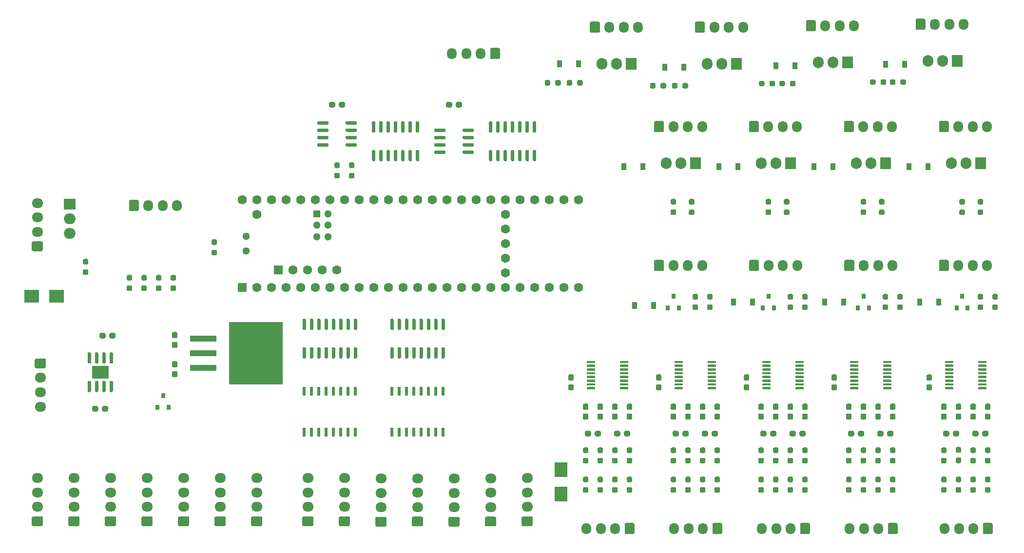
<source format=gbr>
%TF.GenerationSoftware,KiCad,Pcbnew,5.1.10*%
%TF.CreationDate,2021-07-06T21:53:34-04:00*%
%TF.ProjectId,mote pcb,6d6f7465-2070-4636-922e-6b696361645f,rev?*%
%TF.SameCoordinates,Original*%
%TF.FileFunction,Soldermask,Top*%
%TF.FilePolarity,Negative*%
%FSLAX46Y46*%
G04 Gerber Fmt 4.6, Leading zero omitted, Abs format (unit mm)*
G04 Created by KiCad (PCBNEW 5.1.10) date 2021-07-06 21:53:34*
%MOMM*%
%LPD*%
G01*
G04 APERTURE LIST*
%ADD10R,0.900000X1.200000*%
%ADD11O,1.700000X1.950000*%
%ADD12R,2.500000X2.300000*%
%ADD13R,0.800000X0.900000*%
%ADD14R,2.300000X2.500000*%
%ADD15O,1.950000X1.700000*%
%ADD16R,9.400000X10.800000*%
%ADD17R,4.600000X1.100000*%
%ADD18R,3.000000X2.290000*%
%ADD19C,1.300000*%
%ADD20C,1.600000*%
%ADD21R,1.300000X1.300000*%
%ADD22R,1.600000X1.600000*%
%ADD23R,0.600000X1.500000*%
%ADD24O,1.905000X2.000000*%
%ADD25R,1.905000X2.000000*%
%ADD26O,2.000000X1.905000*%
%ADD27R,2.000000X1.905000*%
G04 APERTURE END LIST*
D10*
%TO.C,D13*%
X174497000Y-84709000D03*
X171197000Y-84709000D03*
%TD*%
%TO.C,D12*%
X163321000Y-66802000D03*
X160021000Y-66802000D03*
%TD*%
%TO.C,D11*%
X200913000Y-67183000D03*
X197613000Y-67183000D03*
%TD*%
%TO.C,D10*%
X191007000Y-84709000D03*
X187707000Y-84709000D03*
%TD*%
%TO.C,D9*%
X181609000Y-67437000D03*
X178309000Y-67437000D03*
%TD*%
%TO.C,D8*%
X219963000Y-66929000D03*
X216663000Y-66929000D03*
%TD*%
%TO.C,D6*%
X176402000Y-108839000D03*
X173102000Y-108839000D03*
%TD*%
%TO.C,D5*%
X209422000Y-108204000D03*
X206122000Y-108204000D03*
%TD*%
%TO.C,D4*%
X207517000Y-84709000D03*
X204217000Y-84709000D03*
%TD*%
%TO.C,D3*%
X225932000Y-108204000D03*
X222632000Y-108204000D03*
%TD*%
%TO.C,D2*%
X224027000Y-84709000D03*
X220727000Y-84709000D03*
%TD*%
%TO.C,D1*%
X193547000Y-108204000D03*
X190247000Y-108204000D03*
%TD*%
%TO.C,R77*%
G36*
G01*
X214967000Y-69739500D02*
X214967000Y-70214500D01*
G75*
G02*
X214729500Y-70452000I-237500J0D01*
G01*
X214229500Y-70452000D01*
G75*
G02*
X213992000Y-70214500I0J237500D01*
G01*
X213992000Y-69739500D01*
G75*
G02*
X214229500Y-69502000I237500J0D01*
G01*
X214729500Y-69502000D01*
G75*
G02*
X214967000Y-69739500I0J-237500D01*
G01*
G37*
G36*
G01*
X216792000Y-69739500D02*
X216792000Y-70214500D01*
G75*
G02*
X216554500Y-70452000I-237500J0D01*
G01*
X216054500Y-70452000D01*
G75*
G02*
X215817000Y-70214500I0J237500D01*
G01*
X215817000Y-69739500D01*
G75*
G02*
X216054500Y-69502000I237500J0D01*
G01*
X216554500Y-69502000D01*
G75*
G02*
X216792000Y-69739500I0J-237500D01*
G01*
G37*
%TD*%
%TO.C,R74*%
G36*
G01*
X219246000Y-70214500D02*
X219246000Y-69739500D01*
G75*
G02*
X219483500Y-69502000I237500J0D01*
G01*
X219983500Y-69502000D01*
G75*
G02*
X220221000Y-69739500I0J-237500D01*
G01*
X220221000Y-70214500D01*
G75*
G02*
X219983500Y-70452000I-237500J0D01*
G01*
X219483500Y-70452000D01*
G75*
G02*
X219246000Y-70214500I0J237500D01*
G01*
G37*
G36*
G01*
X217421000Y-70214500D02*
X217421000Y-69739500D01*
G75*
G02*
X217658500Y-69502000I237500J0D01*
G01*
X218158500Y-69502000D01*
G75*
G02*
X218396000Y-69739500I0J-237500D01*
G01*
X218396000Y-70214500D01*
G75*
G02*
X218158500Y-70452000I-237500J0D01*
G01*
X217658500Y-70452000D01*
G75*
G02*
X217421000Y-70214500I0J237500D01*
G01*
G37*
%TD*%
D11*
%TO.C,J17*%
X141344000Y-65024000D03*
X143844000Y-65024000D03*
X146344000Y-65024000D03*
G36*
G01*
X149694000Y-64299000D02*
X149694000Y-65749000D01*
G75*
G02*
X149444000Y-65999000I-250000J0D01*
G01*
X148244000Y-65999000D01*
G75*
G02*
X147994000Y-65749000I0J250000D01*
G01*
X147994000Y-64299000D01*
G75*
G02*
X148244000Y-64049000I250000J0D01*
G01*
X149444000Y-64049000D01*
G75*
G02*
X149694000Y-64299000I0J-250000D01*
G01*
G37*
%TD*%
%TO.C,J18*%
X93606000Y-91440000D03*
X91106000Y-91440000D03*
X88606000Y-91440000D03*
G36*
G01*
X85256000Y-92165000D02*
X85256000Y-90715000D01*
G75*
G02*
X85506000Y-90465000I250000J0D01*
G01*
X86706000Y-90465000D01*
G75*
G02*
X86956000Y-90715000I0J-250000D01*
G01*
X86956000Y-92165000D01*
G75*
G02*
X86706000Y-92415000I-250000J0D01*
G01*
X85506000Y-92415000D01*
G75*
G02*
X85256000Y-92165000I0J250000D01*
G01*
G37*
%TD*%
D12*
%TO.C,D7*%
X72644000Y-107188000D03*
X68344000Y-107188000D03*
%TD*%
D13*
%TO.C,D14*%
X91186000Y-124476000D03*
X92136000Y-126476000D03*
X90236000Y-126476000D03*
%TD*%
D14*
%TO.C,D15*%
X160274000Y-137296000D03*
X160274000Y-141596000D03*
%TD*%
%TO.C,C8*%
G36*
G01*
X177054500Y-122499000D02*
X177529500Y-122499000D01*
G75*
G02*
X177767000Y-122736500I0J-237500D01*
G01*
X177767000Y-123336500D01*
G75*
G02*
X177529500Y-123574000I-237500J0D01*
G01*
X177054500Y-123574000D01*
G75*
G02*
X176817000Y-123336500I0J237500D01*
G01*
X176817000Y-122736500D01*
G75*
G02*
X177054500Y-122499000I237500J0D01*
G01*
G37*
G36*
G01*
X177054500Y-120774000D02*
X177529500Y-120774000D01*
G75*
G02*
X177767000Y-121011500I0J-237500D01*
G01*
X177767000Y-121611500D01*
G75*
G02*
X177529500Y-121849000I-237500J0D01*
G01*
X177054500Y-121849000D01*
G75*
G02*
X176817000Y-121611500I0J237500D01*
G01*
X176817000Y-121011500D01*
G75*
G02*
X177054500Y-120774000I237500J0D01*
G01*
G37*
%TD*%
%TO.C,R8*%
G36*
G01*
X121174500Y-85769000D02*
X121649500Y-85769000D01*
G75*
G02*
X121887000Y-86006500I0J-237500D01*
G01*
X121887000Y-86506500D01*
G75*
G02*
X121649500Y-86744000I-237500J0D01*
G01*
X121174500Y-86744000D01*
G75*
G02*
X120937000Y-86506500I0J237500D01*
G01*
X120937000Y-86006500D01*
G75*
G02*
X121174500Y-85769000I237500J0D01*
G01*
G37*
G36*
G01*
X121174500Y-83944000D02*
X121649500Y-83944000D01*
G75*
G02*
X121887000Y-84181500I0J-237500D01*
G01*
X121887000Y-84681500D01*
G75*
G02*
X121649500Y-84919000I-237500J0D01*
G01*
X121174500Y-84919000D01*
G75*
G02*
X120937000Y-84681500I0J237500D01*
G01*
X120937000Y-84181500D01*
G75*
G02*
X121174500Y-83944000I237500J0D01*
G01*
G37*
%TD*%
%TO.C,R6*%
G36*
G01*
X123714500Y-85769000D02*
X124189500Y-85769000D01*
G75*
G02*
X124427000Y-86006500I0J-237500D01*
G01*
X124427000Y-86506500D01*
G75*
G02*
X124189500Y-86744000I-237500J0D01*
G01*
X123714500Y-86744000D01*
G75*
G02*
X123477000Y-86506500I0J237500D01*
G01*
X123477000Y-86006500D01*
G75*
G02*
X123714500Y-85769000I237500J0D01*
G01*
G37*
G36*
G01*
X123714500Y-83944000D02*
X124189500Y-83944000D01*
G75*
G02*
X124427000Y-84181500I0J-237500D01*
G01*
X124427000Y-84681500D01*
G75*
G02*
X124189500Y-84919000I-237500J0D01*
G01*
X123714500Y-84919000D01*
G75*
G02*
X123477000Y-84681500I0J237500D01*
G01*
X123477000Y-84181500D01*
G75*
G02*
X123714500Y-83944000I237500J0D01*
G01*
G37*
%TD*%
D15*
%TO.C,J15*%
X154432000Y-138804000D03*
X154432000Y-141304000D03*
X154432000Y-143804000D03*
G36*
G01*
X155157000Y-147154000D02*
X153707000Y-147154000D01*
G75*
G02*
X153457000Y-146904000I0J250000D01*
G01*
X153457000Y-145704000D01*
G75*
G02*
X153707000Y-145454000I250000J0D01*
G01*
X155157000Y-145454000D01*
G75*
G02*
X155407000Y-145704000I0J-250000D01*
G01*
X155407000Y-146904000D01*
G75*
G02*
X155157000Y-147154000I-250000J0D01*
G01*
G37*
%TD*%
%TO.C,U14*%
G36*
G01*
X124437000Y-116054000D02*
X124737000Y-116054000D01*
G75*
G02*
X124887000Y-116204000I0J-150000D01*
G01*
X124887000Y-117854000D01*
G75*
G02*
X124737000Y-118004000I-150000J0D01*
G01*
X124437000Y-118004000D01*
G75*
G02*
X124287000Y-117854000I0J150000D01*
G01*
X124287000Y-116204000D01*
G75*
G02*
X124437000Y-116054000I150000J0D01*
G01*
G37*
G36*
G01*
X123167000Y-116054000D02*
X123467000Y-116054000D01*
G75*
G02*
X123617000Y-116204000I0J-150000D01*
G01*
X123617000Y-117854000D01*
G75*
G02*
X123467000Y-118004000I-150000J0D01*
G01*
X123167000Y-118004000D01*
G75*
G02*
X123017000Y-117854000I0J150000D01*
G01*
X123017000Y-116204000D01*
G75*
G02*
X123167000Y-116054000I150000J0D01*
G01*
G37*
G36*
G01*
X121897000Y-116054000D02*
X122197000Y-116054000D01*
G75*
G02*
X122347000Y-116204000I0J-150000D01*
G01*
X122347000Y-117854000D01*
G75*
G02*
X122197000Y-118004000I-150000J0D01*
G01*
X121897000Y-118004000D01*
G75*
G02*
X121747000Y-117854000I0J150000D01*
G01*
X121747000Y-116204000D01*
G75*
G02*
X121897000Y-116054000I150000J0D01*
G01*
G37*
G36*
G01*
X120627000Y-116054000D02*
X120927000Y-116054000D01*
G75*
G02*
X121077000Y-116204000I0J-150000D01*
G01*
X121077000Y-117854000D01*
G75*
G02*
X120927000Y-118004000I-150000J0D01*
G01*
X120627000Y-118004000D01*
G75*
G02*
X120477000Y-117854000I0J150000D01*
G01*
X120477000Y-116204000D01*
G75*
G02*
X120627000Y-116054000I150000J0D01*
G01*
G37*
G36*
G01*
X119357000Y-116054000D02*
X119657000Y-116054000D01*
G75*
G02*
X119807000Y-116204000I0J-150000D01*
G01*
X119807000Y-117854000D01*
G75*
G02*
X119657000Y-118004000I-150000J0D01*
G01*
X119357000Y-118004000D01*
G75*
G02*
X119207000Y-117854000I0J150000D01*
G01*
X119207000Y-116204000D01*
G75*
G02*
X119357000Y-116054000I150000J0D01*
G01*
G37*
G36*
G01*
X118087000Y-116054000D02*
X118387000Y-116054000D01*
G75*
G02*
X118537000Y-116204000I0J-150000D01*
G01*
X118537000Y-117854000D01*
G75*
G02*
X118387000Y-118004000I-150000J0D01*
G01*
X118087000Y-118004000D01*
G75*
G02*
X117937000Y-117854000I0J150000D01*
G01*
X117937000Y-116204000D01*
G75*
G02*
X118087000Y-116054000I150000J0D01*
G01*
G37*
G36*
G01*
X116817000Y-116054000D02*
X117117000Y-116054000D01*
G75*
G02*
X117267000Y-116204000I0J-150000D01*
G01*
X117267000Y-117854000D01*
G75*
G02*
X117117000Y-118004000I-150000J0D01*
G01*
X116817000Y-118004000D01*
G75*
G02*
X116667000Y-117854000I0J150000D01*
G01*
X116667000Y-116204000D01*
G75*
G02*
X116817000Y-116054000I150000J0D01*
G01*
G37*
G36*
G01*
X115547000Y-116054000D02*
X115847000Y-116054000D01*
G75*
G02*
X115997000Y-116204000I0J-150000D01*
G01*
X115997000Y-117854000D01*
G75*
G02*
X115847000Y-118004000I-150000J0D01*
G01*
X115547000Y-118004000D01*
G75*
G02*
X115397000Y-117854000I0J150000D01*
G01*
X115397000Y-116204000D01*
G75*
G02*
X115547000Y-116054000I150000J0D01*
G01*
G37*
G36*
G01*
X115547000Y-111104000D02*
X115847000Y-111104000D01*
G75*
G02*
X115997000Y-111254000I0J-150000D01*
G01*
X115997000Y-112904000D01*
G75*
G02*
X115847000Y-113054000I-150000J0D01*
G01*
X115547000Y-113054000D01*
G75*
G02*
X115397000Y-112904000I0J150000D01*
G01*
X115397000Y-111254000D01*
G75*
G02*
X115547000Y-111104000I150000J0D01*
G01*
G37*
G36*
G01*
X116817000Y-111104000D02*
X117117000Y-111104000D01*
G75*
G02*
X117267000Y-111254000I0J-150000D01*
G01*
X117267000Y-112904000D01*
G75*
G02*
X117117000Y-113054000I-150000J0D01*
G01*
X116817000Y-113054000D01*
G75*
G02*
X116667000Y-112904000I0J150000D01*
G01*
X116667000Y-111254000D01*
G75*
G02*
X116817000Y-111104000I150000J0D01*
G01*
G37*
G36*
G01*
X118087000Y-111104000D02*
X118387000Y-111104000D01*
G75*
G02*
X118537000Y-111254000I0J-150000D01*
G01*
X118537000Y-112904000D01*
G75*
G02*
X118387000Y-113054000I-150000J0D01*
G01*
X118087000Y-113054000D01*
G75*
G02*
X117937000Y-112904000I0J150000D01*
G01*
X117937000Y-111254000D01*
G75*
G02*
X118087000Y-111104000I150000J0D01*
G01*
G37*
G36*
G01*
X119357000Y-111104000D02*
X119657000Y-111104000D01*
G75*
G02*
X119807000Y-111254000I0J-150000D01*
G01*
X119807000Y-112904000D01*
G75*
G02*
X119657000Y-113054000I-150000J0D01*
G01*
X119357000Y-113054000D01*
G75*
G02*
X119207000Y-112904000I0J150000D01*
G01*
X119207000Y-111254000D01*
G75*
G02*
X119357000Y-111104000I150000J0D01*
G01*
G37*
G36*
G01*
X120627000Y-111104000D02*
X120927000Y-111104000D01*
G75*
G02*
X121077000Y-111254000I0J-150000D01*
G01*
X121077000Y-112904000D01*
G75*
G02*
X120927000Y-113054000I-150000J0D01*
G01*
X120627000Y-113054000D01*
G75*
G02*
X120477000Y-112904000I0J150000D01*
G01*
X120477000Y-111254000D01*
G75*
G02*
X120627000Y-111104000I150000J0D01*
G01*
G37*
G36*
G01*
X121897000Y-111104000D02*
X122197000Y-111104000D01*
G75*
G02*
X122347000Y-111254000I0J-150000D01*
G01*
X122347000Y-112904000D01*
G75*
G02*
X122197000Y-113054000I-150000J0D01*
G01*
X121897000Y-113054000D01*
G75*
G02*
X121747000Y-112904000I0J150000D01*
G01*
X121747000Y-111254000D01*
G75*
G02*
X121897000Y-111104000I150000J0D01*
G01*
G37*
G36*
G01*
X123167000Y-111104000D02*
X123467000Y-111104000D01*
G75*
G02*
X123617000Y-111254000I0J-150000D01*
G01*
X123617000Y-112904000D01*
G75*
G02*
X123467000Y-113054000I-150000J0D01*
G01*
X123167000Y-113054000D01*
G75*
G02*
X123017000Y-112904000I0J150000D01*
G01*
X123017000Y-111254000D01*
G75*
G02*
X123167000Y-111104000I150000J0D01*
G01*
G37*
G36*
G01*
X124437000Y-111104000D02*
X124737000Y-111104000D01*
G75*
G02*
X124887000Y-111254000I0J-150000D01*
G01*
X124887000Y-112904000D01*
G75*
G02*
X124737000Y-113054000I-150000J0D01*
G01*
X124437000Y-113054000D01*
G75*
G02*
X124287000Y-112904000I0J150000D01*
G01*
X124287000Y-111254000D01*
G75*
G02*
X124437000Y-111104000I150000J0D01*
G01*
G37*
%TD*%
D16*
%TO.C,U13*%
X107303000Y-117113000D03*
D17*
X98153000Y-119653000D03*
X98153000Y-117113000D03*
X98153000Y-114573000D03*
%TD*%
D18*
%TO.C,U12*%
X80264000Y-120396000D03*
G36*
G01*
X78509000Y-118896000D02*
X78209000Y-118896000D01*
G75*
G02*
X78059000Y-118746000I0J150000D01*
G01*
X78059000Y-117096000D01*
G75*
G02*
X78209000Y-116946000I150000J0D01*
G01*
X78509000Y-116946000D01*
G75*
G02*
X78659000Y-117096000I0J-150000D01*
G01*
X78659000Y-118746000D01*
G75*
G02*
X78509000Y-118896000I-150000J0D01*
G01*
G37*
G36*
G01*
X79779000Y-118896000D02*
X79479000Y-118896000D01*
G75*
G02*
X79329000Y-118746000I0J150000D01*
G01*
X79329000Y-117096000D01*
G75*
G02*
X79479000Y-116946000I150000J0D01*
G01*
X79779000Y-116946000D01*
G75*
G02*
X79929000Y-117096000I0J-150000D01*
G01*
X79929000Y-118746000D01*
G75*
G02*
X79779000Y-118896000I-150000J0D01*
G01*
G37*
G36*
G01*
X81049000Y-118896000D02*
X80749000Y-118896000D01*
G75*
G02*
X80599000Y-118746000I0J150000D01*
G01*
X80599000Y-117096000D01*
G75*
G02*
X80749000Y-116946000I150000J0D01*
G01*
X81049000Y-116946000D01*
G75*
G02*
X81199000Y-117096000I0J-150000D01*
G01*
X81199000Y-118746000D01*
G75*
G02*
X81049000Y-118896000I-150000J0D01*
G01*
G37*
G36*
G01*
X82319000Y-118896000D02*
X82019000Y-118896000D01*
G75*
G02*
X81869000Y-118746000I0J150000D01*
G01*
X81869000Y-117096000D01*
G75*
G02*
X82019000Y-116946000I150000J0D01*
G01*
X82319000Y-116946000D01*
G75*
G02*
X82469000Y-117096000I0J-150000D01*
G01*
X82469000Y-118746000D01*
G75*
G02*
X82319000Y-118896000I-150000J0D01*
G01*
G37*
G36*
G01*
X82319000Y-123846000D02*
X82019000Y-123846000D01*
G75*
G02*
X81869000Y-123696000I0J150000D01*
G01*
X81869000Y-122046000D01*
G75*
G02*
X82019000Y-121896000I150000J0D01*
G01*
X82319000Y-121896000D01*
G75*
G02*
X82469000Y-122046000I0J-150000D01*
G01*
X82469000Y-123696000D01*
G75*
G02*
X82319000Y-123846000I-150000J0D01*
G01*
G37*
G36*
G01*
X81049000Y-123846000D02*
X80749000Y-123846000D01*
G75*
G02*
X80599000Y-123696000I0J150000D01*
G01*
X80599000Y-122046000D01*
G75*
G02*
X80749000Y-121896000I150000J0D01*
G01*
X81049000Y-121896000D01*
G75*
G02*
X81199000Y-122046000I0J-150000D01*
G01*
X81199000Y-123696000D01*
G75*
G02*
X81049000Y-123846000I-150000J0D01*
G01*
G37*
G36*
G01*
X79779000Y-123846000D02*
X79479000Y-123846000D01*
G75*
G02*
X79329000Y-123696000I0J150000D01*
G01*
X79329000Y-122046000D01*
G75*
G02*
X79479000Y-121896000I150000J0D01*
G01*
X79779000Y-121896000D01*
G75*
G02*
X79929000Y-122046000I0J-150000D01*
G01*
X79929000Y-123696000D01*
G75*
G02*
X79779000Y-123846000I-150000J0D01*
G01*
G37*
G36*
G01*
X78509000Y-123846000D02*
X78209000Y-123846000D01*
G75*
G02*
X78059000Y-123696000I0J150000D01*
G01*
X78059000Y-122046000D01*
G75*
G02*
X78209000Y-121896000I150000J0D01*
G01*
X78509000Y-121896000D01*
G75*
G02*
X78659000Y-122046000I0J-150000D01*
G01*
X78659000Y-123696000D01*
G75*
G02*
X78509000Y-123846000I-150000J0D01*
G01*
G37*
%TD*%
%TO.C,U11*%
G36*
G01*
X232757000Y-118729000D02*
X232757000Y-118529000D01*
G75*
G02*
X232857000Y-118429000I100000J0D01*
G01*
X234132000Y-118429000D01*
G75*
G02*
X234232000Y-118529000I0J-100000D01*
G01*
X234232000Y-118729000D01*
G75*
G02*
X234132000Y-118829000I-100000J0D01*
G01*
X232857000Y-118829000D01*
G75*
G02*
X232757000Y-118729000I0J100000D01*
G01*
G37*
G36*
G01*
X232757000Y-119379000D02*
X232757000Y-119179000D01*
G75*
G02*
X232857000Y-119079000I100000J0D01*
G01*
X234132000Y-119079000D01*
G75*
G02*
X234232000Y-119179000I0J-100000D01*
G01*
X234232000Y-119379000D01*
G75*
G02*
X234132000Y-119479000I-100000J0D01*
G01*
X232857000Y-119479000D01*
G75*
G02*
X232757000Y-119379000I0J100000D01*
G01*
G37*
G36*
G01*
X232757000Y-120029000D02*
X232757000Y-119829000D01*
G75*
G02*
X232857000Y-119729000I100000J0D01*
G01*
X234132000Y-119729000D01*
G75*
G02*
X234232000Y-119829000I0J-100000D01*
G01*
X234232000Y-120029000D01*
G75*
G02*
X234132000Y-120129000I-100000J0D01*
G01*
X232857000Y-120129000D01*
G75*
G02*
X232757000Y-120029000I0J100000D01*
G01*
G37*
G36*
G01*
X232757000Y-120679000D02*
X232757000Y-120479000D01*
G75*
G02*
X232857000Y-120379000I100000J0D01*
G01*
X234132000Y-120379000D01*
G75*
G02*
X234232000Y-120479000I0J-100000D01*
G01*
X234232000Y-120679000D01*
G75*
G02*
X234132000Y-120779000I-100000J0D01*
G01*
X232857000Y-120779000D01*
G75*
G02*
X232757000Y-120679000I0J100000D01*
G01*
G37*
G36*
G01*
X232757000Y-121329000D02*
X232757000Y-121129000D01*
G75*
G02*
X232857000Y-121029000I100000J0D01*
G01*
X234132000Y-121029000D01*
G75*
G02*
X234232000Y-121129000I0J-100000D01*
G01*
X234232000Y-121329000D01*
G75*
G02*
X234132000Y-121429000I-100000J0D01*
G01*
X232857000Y-121429000D01*
G75*
G02*
X232757000Y-121329000I0J100000D01*
G01*
G37*
G36*
G01*
X232757000Y-121979000D02*
X232757000Y-121779000D01*
G75*
G02*
X232857000Y-121679000I100000J0D01*
G01*
X234132000Y-121679000D01*
G75*
G02*
X234232000Y-121779000I0J-100000D01*
G01*
X234232000Y-121979000D01*
G75*
G02*
X234132000Y-122079000I-100000J0D01*
G01*
X232857000Y-122079000D01*
G75*
G02*
X232757000Y-121979000I0J100000D01*
G01*
G37*
G36*
G01*
X232757000Y-122629000D02*
X232757000Y-122429000D01*
G75*
G02*
X232857000Y-122329000I100000J0D01*
G01*
X234132000Y-122329000D01*
G75*
G02*
X234232000Y-122429000I0J-100000D01*
G01*
X234232000Y-122629000D01*
G75*
G02*
X234132000Y-122729000I-100000J0D01*
G01*
X232857000Y-122729000D01*
G75*
G02*
X232757000Y-122629000I0J100000D01*
G01*
G37*
G36*
G01*
X232757000Y-123279000D02*
X232757000Y-123079000D01*
G75*
G02*
X232857000Y-122979000I100000J0D01*
G01*
X234132000Y-122979000D01*
G75*
G02*
X234232000Y-123079000I0J-100000D01*
G01*
X234232000Y-123279000D01*
G75*
G02*
X234132000Y-123379000I-100000J0D01*
G01*
X232857000Y-123379000D01*
G75*
G02*
X232757000Y-123279000I0J100000D01*
G01*
G37*
G36*
G01*
X227032000Y-123279000D02*
X227032000Y-123079000D01*
G75*
G02*
X227132000Y-122979000I100000J0D01*
G01*
X228407000Y-122979000D01*
G75*
G02*
X228507000Y-123079000I0J-100000D01*
G01*
X228507000Y-123279000D01*
G75*
G02*
X228407000Y-123379000I-100000J0D01*
G01*
X227132000Y-123379000D01*
G75*
G02*
X227032000Y-123279000I0J100000D01*
G01*
G37*
G36*
G01*
X227032000Y-122629000D02*
X227032000Y-122429000D01*
G75*
G02*
X227132000Y-122329000I100000J0D01*
G01*
X228407000Y-122329000D01*
G75*
G02*
X228507000Y-122429000I0J-100000D01*
G01*
X228507000Y-122629000D01*
G75*
G02*
X228407000Y-122729000I-100000J0D01*
G01*
X227132000Y-122729000D01*
G75*
G02*
X227032000Y-122629000I0J100000D01*
G01*
G37*
G36*
G01*
X227032000Y-121979000D02*
X227032000Y-121779000D01*
G75*
G02*
X227132000Y-121679000I100000J0D01*
G01*
X228407000Y-121679000D01*
G75*
G02*
X228507000Y-121779000I0J-100000D01*
G01*
X228507000Y-121979000D01*
G75*
G02*
X228407000Y-122079000I-100000J0D01*
G01*
X227132000Y-122079000D01*
G75*
G02*
X227032000Y-121979000I0J100000D01*
G01*
G37*
G36*
G01*
X227032000Y-121329000D02*
X227032000Y-121129000D01*
G75*
G02*
X227132000Y-121029000I100000J0D01*
G01*
X228407000Y-121029000D01*
G75*
G02*
X228507000Y-121129000I0J-100000D01*
G01*
X228507000Y-121329000D01*
G75*
G02*
X228407000Y-121429000I-100000J0D01*
G01*
X227132000Y-121429000D01*
G75*
G02*
X227032000Y-121329000I0J100000D01*
G01*
G37*
G36*
G01*
X227032000Y-120679000D02*
X227032000Y-120479000D01*
G75*
G02*
X227132000Y-120379000I100000J0D01*
G01*
X228407000Y-120379000D01*
G75*
G02*
X228507000Y-120479000I0J-100000D01*
G01*
X228507000Y-120679000D01*
G75*
G02*
X228407000Y-120779000I-100000J0D01*
G01*
X227132000Y-120779000D01*
G75*
G02*
X227032000Y-120679000I0J100000D01*
G01*
G37*
G36*
G01*
X227032000Y-120029000D02*
X227032000Y-119829000D01*
G75*
G02*
X227132000Y-119729000I100000J0D01*
G01*
X228407000Y-119729000D01*
G75*
G02*
X228507000Y-119829000I0J-100000D01*
G01*
X228507000Y-120029000D01*
G75*
G02*
X228407000Y-120129000I-100000J0D01*
G01*
X227132000Y-120129000D01*
G75*
G02*
X227032000Y-120029000I0J100000D01*
G01*
G37*
G36*
G01*
X227032000Y-119379000D02*
X227032000Y-119179000D01*
G75*
G02*
X227132000Y-119079000I100000J0D01*
G01*
X228407000Y-119079000D01*
G75*
G02*
X228507000Y-119179000I0J-100000D01*
G01*
X228507000Y-119379000D01*
G75*
G02*
X228407000Y-119479000I-100000J0D01*
G01*
X227132000Y-119479000D01*
G75*
G02*
X227032000Y-119379000I0J100000D01*
G01*
G37*
G36*
G01*
X227032000Y-118729000D02*
X227032000Y-118529000D01*
G75*
G02*
X227132000Y-118429000I100000J0D01*
G01*
X228407000Y-118429000D01*
G75*
G02*
X228507000Y-118529000I0J-100000D01*
G01*
X228507000Y-118729000D01*
G75*
G02*
X228407000Y-118829000I-100000J0D01*
G01*
X227132000Y-118829000D01*
G75*
G02*
X227032000Y-118729000I0J100000D01*
G01*
G37*
%TD*%
%TO.C,U10*%
G36*
G01*
X216247000Y-118729000D02*
X216247000Y-118529000D01*
G75*
G02*
X216347000Y-118429000I100000J0D01*
G01*
X217622000Y-118429000D01*
G75*
G02*
X217722000Y-118529000I0J-100000D01*
G01*
X217722000Y-118729000D01*
G75*
G02*
X217622000Y-118829000I-100000J0D01*
G01*
X216347000Y-118829000D01*
G75*
G02*
X216247000Y-118729000I0J100000D01*
G01*
G37*
G36*
G01*
X216247000Y-119379000D02*
X216247000Y-119179000D01*
G75*
G02*
X216347000Y-119079000I100000J0D01*
G01*
X217622000Y-119079000D01*
G75*
G02*
X217722000Y-119179000I0J-100000D01*
G01*
X217722000Y-119379000D01*
G75*
G02*
X217622000Y-119479000I-100000J0D01*
G01*
X216347000Y-119479000D01*
G75*
G02*
X216247000Y-119379000I0J100000D01*
G01*
G37*
G36*
G01*
X216247000Y-120029000D02*
X216247000Y-119829000D01*
G75*
G02*
X216347000Y-119729000I100000J0D01*
G01*
X217622000Y-119729000D01*
G75*
G02*
X217722000Y-119829000I0J-100000D01*
G01*
X217722000Y-120029000D01*
G75*
G02*
X217622000Y-120129000I-100000J0D01*
G01*
X216347000Y-120129000D01*
G75*
G02*
X216247000Y-120029000I0J100000D01*
G01*
G37*
G36*
G01*
X216247000Y-120679000D02*
X216247000Y-120479000D01*
G75*
G02*
X216347000Y-120379000I100000J0D01*
G01*
X217622000Y-120379000D01*
G75*
G02*
X217722000Y-120479000I0J-100000D01*
G01*
X217722000Y-120679000D01*
G75*
G02*
X217622000Y-120779000I-100000J0D01*
G01*
X216347000Y-120779000D01*
G75*
G02*
X216247000Y-120679000I0J100000D01*
G01*
G37*
G36*
G01*
X216247000Y-121329000D02*
X216247000Y-121129000D01*
G75*
G02*
X216347000Y-121029000I100000J0D01*
G01*
X217622000Y-121029000D01*
G75*
G02*
X217722000Y-121129000I0J-100000D01*
G01*
X217722000Y-121329000D01*
G75*
G02*
X217622000Y-121429000I-100000J0D01*
G01*
X216347000Y-121429000D01*
G75*
G02*
X216247000Y-121329000I0J100000D01*
G01*
G37*
G36*
G01*
X216247000Y-121979000D02*
X216247000Y-121779000D01*
G75*
G02*
X216347000Y-121679000I100000J0D01*
G01*
X217622000Y-121679000D01*
G75*
G02*
X217722000Y-121779000I0J-100000D01*
G01*
X217722000Y-121979000D01*
G75*
G02*
X217622000Y-122079000I-100000J0D01*
G01*
X216347000Y-122079000D01*
G75*
G02*
X216247000Y-121979000I0J100000D01*
G01*
G37*
G36*
G01*
X216247000Y-122629000D02*
X216247000Y-122429000D01*
G75*
G02*
X216347000Y-122329000I100000J0D01*
G01*
X217622000Y-122329000D01*
G75*
G02*
X217722000Y-122429000I0J-100000D01*
G01*
X217722000Y-122629000D01*
G75*
G02*
X217622000Y-122729000I-100000J0D01*
G01*
X216347000Y-122729000D01*
G75*
G02*
X216247000Y-122629000I0J100000D01*
G01*
G37*
G36*
G01*
X216247000Y-123279000D02*
X216247000Y-123079000D01*
G75*
G02*
X216347000Y-122979000I100000J0D01*
G01*
X217622000Y-122979000D01*
G75*
G02*
X217722000Y-123079000I0J-100000D01*
G01*
X217722000Y-123279000D01*
G75*
G02*
X217622000Y-123379000I-100000J0D01*
G01*
X216347000Y-123379000D01*
G75*
G02*
X216247000Y-123279000I0J100000D01*
G01*
G37*
G36*
G01*
X210522000Y-123279000D02*
X210522000Y-123079000D01*
G75*
G02*
X210622000Y-122979000I100000J0D01*
G01*
X211897000Y-122979000D01*
G75*
G02*
X211997000Y-123079000I0J-100000D01*
G01*
X211997000Y-123279000D01*
G75*
G02*
X211897000Y-123379000I-100000J0D01*
G01*
X210622000Y-123379000D01*
G75*
G02*
X210522000Y-123279000I0J100000D01*
G01*
G37*
G36*
G01*
X210522000Y-122629000D02*
X210522000Y-122429000D01*
G75*
G02*
X210622000Y-122329000I100000J0D01*
G01*
X211897000Y-122329000D01*
G75*
G02*
X211997000Y-122429000I0J-100000D01*
G01*
X211997000Y-122629000D01*
G75*
G02*
X211897000Y-122729000I-100000J0D01*
G01*
X210622000Y-122729000D01*
G75*
G02*
X210522000Y-122629000I0J100000D01*
G01*
G37*
G36*
G01*
X210522000Y-121979000D02*
X210522000Y-121779000D01*
G75*
G02*
X210622000Y-121679000I100000J0D01*
G01*
X211897000Y-121679000D01*
G75*
G02*
X211997000Y-121779000I0J-100000D01*
G01*
X211997000Y-121979000D01*
G75*
G02*
X211897000Y-122079000I-100000J0D01*
G01*
X210622000Y-122079000D01*
G75*
G02*
X210522000Y-121979000I0J100000D01*
G01*
G37*
G36*
G01*
X210522000Y-121329000D02*
X210522000Y-121129000D01*
G75*
G02*
X210622000Y-121029000I100000J0D01*
G01*
X211897000Y-121029000D01*
G75*
G02*
X211997000Y-121129000I0J-100000D01*
G01*
X211997000Y-121329000D01*
G75*
G02*
X211897000Y-121429000I-100000J0D01*
G01*
X210622000Y-121429000D01*
G75*
G02*
X210522000Y-121329000I0J100000D01*
G01*
G37*
G36*
G01*
X210522000Y-120679000D02*
X210522000Y-120479000D01*
G75*
G02*
X210622000Y-120379000I100000J0D01*
G01*
X211897000Y-120379000D01*
G75*
G02*
X211997000Y-120479000I0J-100000D01*
G01*
X211997000Y-120679000D01*
G75*
G02*
X211897000Y-120779000I-100000J0D01*
G01*
X210622000Y-120779000D01*
G75*
G02*
X210522000Y-120679000I0J100000D01*
G01*
G37*
G36*
G01*
X210522000Y-120029000D02*
X210522000Y-119829000D01*
G75*
G02*
X210622000Y-119729000I100000J0D01*
G01*
X211897000Y-119729000D01*
G75*
G02*
X211997000Y-119829000I0J-100000D01*
G01*
X211997000Y-120029000D01*
G75*
G02*
X211897000Y-120129000I-100000J0D01*
G01*
X210622000Y-120129000D01*
G75*
G02*
X210522000Y-120029000I0J100000D01*
G01*
G37*
G36*
G01*
X210522000Y-119379000D02*
X210522000Y-119179000D01*
G75*
G02*
X210622000Y-119079000I100000J0D01*
G01*
X211897000Y-119079000D01*
G75*
G02*
X211997000Y-119179000I0J-100000D01*
G01*
X211997000Y-119379000D01*
G75*
G02*
X211897000Y-119479000I-100000J0D01*
G01*
X210622000Y-119479000D01*
G75*
G02*
X210522000Y-119379000I0J100000D01*
G01*
G37*
G36*
G01*
X210522000Y-118729000D02*
X210522000Y-118529000D01*
G75*
G02*
X210622000Y-118429000I100000J0D01*
G01*
X211897000Y-118429000D01*
G75*
G02*
X211997000Y-118529000I0J-100000D01*
G01*
X211997000Y-118729000D01*
G75*
G02*
X211897000Y-118829000I-100000J0D01*
G01*
X210622000Y-118829000D01*
G75*
G02*
X210522000Y-118729000I0J100000D01*
G01*
G37*
%TD*%
%TO.C,U9*%
G36*
G01*
X201007000Y-118729000D02*
X201007000Y-118529000D01*
G75*
G02*
X201107000Y-118429000I100000J0D01*
G01*
X202382000Y-118429000D01*
G75*
G02*
X202482000Y-118529000I0J-100000D01*
G01*
X202482000Y-118729000D01*
G75*
G02*
X202382000Y-118829000I-100000J0D01*
G01*
X201107000Y-118829000D01*
G75*
G02*
X201007000Y-118729000I0J100000D01*
G01*
G37*
G36*
G01*
X201007000Y-119379000D02*
X201007000Y-119179000D01*
G75*
G02*
X201107000Y-119079000I100000J0D01*
G01*
X202382000Y-119079000D01*
G75*
G02*
X202482000Y-119179000I0J-100000D01*
G01*
X202482000Y-119379000D01*
G75*
G02*
X202382000Y-119479000I-100000J0D01*
G01*
X201107000Y-119479000D01*
G75*
G02*
X201007000Y-119379000I0J100000D01*
G01*
G37*
G36*
G01*
X201007000Y-120029000D02*
X201007000Y-119829000D01*
G75*
G02*
X201107000Y-119729000I100000J0D01*
G01*
X202382000Y-119729000D01*
G75*
G02*
X202482000Y-119829000I0J-100000D01*
G01*
X202482000Y-120029000D01*
G75*
G02*
X202382000Y-120129000I-100000J0D01*
G01*
X201107000Y-120129000D01*
G75*
G02*
X201007000Y-120029000I0J100000D01*
G01*
G37*
G36*
G01*
X201007000Y-120679000D02*
X201007000Y-120479000D01*
G75*
G02*
X201107000Y-120379000I100000J0D01*
G01*
X202382000Y-120379000D01*
G75*
G02*
X202482000Y-120479000I0J-100000D01*
G01*
X202482000Y-120679000D01*
G75*
G02*
X202382000Y-120779000I-100000J0D01*
G01*
X201107000Y-120779000D01*
G75*
G02*
X201007000Y-120679000I0J100000D01*
G01*
G37*
G36*
G01*
X201007000Y-121329000D02*
X201007000Y-121129000D01*
G75*
G02*
X201107000Y-121029000I100000J0D01*
G01*
X202382000Y-121029000D01*
G75*
G02*
X202482000Y-121129000I0J-100000D01*
G01*
X202482000Y-121329000D01*
G75*
G02*
X202382000Y-121429000I-100000J0D01*
G01*
X201107000Y-121429000D01*
G75*
G02*
X201007000Y-121329000I0J100000D01*
G01*
G37*
G36*
G01*
X201007000Y-121979000D02*
X201007000Y-121779000D01*
G75*
G02*
X201107000Y-121679000I100000J0D01*
G01*
X202382000Y-121679000D01*
G75*
G02*
X202482000Y-121779000I0J-100000D01*
G01*
X202482000Y-121979000D01*
G75*
G02*
X202382000Y-122079000I-100000J0D01*
G01*
X201107000Y-122079000D01*
G75*
G02*
X201007000Y-121979000I0J100000D01*
G01*
G37*
G36*
G01*
X201007000Y-122629000D02*
X201007000Y-122429000D01*
G75*
G02*
X201107000Y-122329000I100000J0D01*
G01*
X202382000Y-122329000D01*
G75*
G02*
X202482000Y-122429000I0J-100000D01*
G01*
X202482000Y-122629000D01*
G75*
G02*
X202382000Y-122729000I-100000J0D01*
G01*
X201107000Y-122729000D01*
G75*
G02*
X201007000Y-122629000I0J100000D01*
G01*
G37*
G36*
G01*
X201007000Y-123279000D02*
X201007000Y-123079000D01*
G75*
G02*
X201107000Y-122979000I100000J0D01*
G01*
X202382000Y-122979000D01*
G75*
G02*
X202482000Y-123079000I0J-100000D01*
G01*
X202482000Y-123279000D01*
G75*
G02*
X202382000Y-123379000I-100000J0D01*
G01*
X201107000Y-123379000D01*
G75*
G02*
X201007000Y-123279000I0J100000D01*
G01*
G37*
G36*
G01*
X195282000Y-123279000D02*
X195282000Y-123079000D01*
G75*
G02*
X195382000Y-122979000I100000J0D01*
G01*
X196657000Y-122979000D01*
G75*
G02*
X196757000Y-123079000I0J-100000D01*
G01*
X196757000Y-123279000D01*
G75*
G02*
X196657000Y-123379000I-100000J0D01*
G01*
X195382000Y-123379000D01*
G75*
G02*
X195282000Y-123279000I0J100000D01*
G01*
G37*
G36*
G01*
X195282000Y-122629000D02*
X195282000Y-122429000D01*
G75*
G02*
X195382000Y-122329000I100000J0D01*
G01*
X196657000Y-122329000D01*
G75*
G02*
X196757000Y-122429000I0J-100000D01*
G01*
X196757000Y-122629000D01*
G75*
G02*
X196657000Y-122729000I-100000J0D01*
G01*
X195382000Y-122729000D01*
G75*
G02*
X195282000Y-122629000I0J100000D01*
G01*
G37*
G36*
G01*
X195282000Y-121979000D02*
X195282000Y-121779000D01*
G75*
G02*
X195382000Y-121679000I100000J0D01*
G01*
X196657000Y-121679000D01*
G75*
G02*
X196757000Y-121779000I0J-100000D01*
G01*
X196757000Y-121979000D01*
G75*
G02*
X196657000Y-122079000I-100000J0D01*
G01*
X195382000Y-122079000D01*
G75*
G02*
X195282000Y-121979000I0J100000D01*
G01*
G37*
G36*
G01*
X195282000Y-121329000D02*
X195282000Y-121129000D01*
G75*
G02*
X195382000Y-121029000I100000J0D01*
G01*
X196657000Y-121029000D01*
G75*
G02*
X196757000Y-121129000I0J-100000D01*
G01*
X196757000Y-121329000D01*
G75*
G02*
X196657000Y-121429000I-100000J0D01*
G01*
X195382000Y-121429000D01*
G75*
G02*
X195282000Y-121329000I0J100000D01*
G01*
G37*
G36*
G01*
X195282000Y-120679000D02*
X195282000Y-120479000D01*
G75*
G02*
X195382000Y-120379000I100000J0D01*
G01*
X196657000Y-120379000D01*
G75*
G02*
X196757000Y-120479000I0J-100000D01*
G01*
X196757000Y-120679000D01*
G75*
G02*
X196657000Y-120779000I-100000J0D01*
G01*
X195382000Y-120779000D01*
G75*
G02*
X195282000Y-120679000I0J100000D01*
G01*
G37*
G36*
G01*
X195282000Y-120029000D02*
X195282000Y-119829000D01*
G75*
G02*
X195382000Y-119729000I100000J0D01*
G01*
X196657000Y-119729000D01*
G75*
G02*
X196757000Y-119829000I0J-100000D01*
G01*
X196757000Y-120029000D01*
G75*
G02*
X196657000Y-120129000I-100000J0D01*
G01*
X195382000Y-120129000D01*
G75*
G02*
X195282000Y-120029000I0J100000D01*
G01*
G37*
G36*
G01*
X195282000Y-119379000D02*
X195282000Y-119179000D01*
G75*
G02*
X195382000Y-119079000I100000J0D01*
G01*
X196657000Y-119079000D01*
G75*
G02*
X196757000Y-119179000I0J-100000D01*
G01*
X196757000Y-119379000D01*
G75*
G02*
X196657000Y-119479000I-100000J0D01*
G01*
X195382000Y-119479000D01*
G75*
G02*
X195282000Y-119379000I0J100000D01*
G01*
G37*
G36*
G01*
X195282000Y-118729000D02*
X195282000Y-118529000D01*
G75*
G02*
X195382000Y-118429000I100000J0D01*
G01*
X196657000Y-118429000D01*
G75*
G02*
X196757000Y-118529000I0J-100000D01*
G01*
X196757000Y-118729000D01*
G75*
G02*
X196657000Y-118829000I-100000J0D01*
G01*
X195382000Y-118829000D01*
G75*
G02*
X195282000Y-118729000I0J100000D01*
G01*
G37*
%TD*%
%TO.C,U8*%
G36*
G01*
X185767000Y-118729000D02*
X185767000Y-118529000D01*
G75*
G02*
X185867000Y-118429000I100000J0D01*
G01*
X187142000Y-118429000D01*
G75*
G02*
X187242000Y-118529000I0J-100000D01*
G01*
X187242000Y-118729000D01*
G75*
G02*
X187142000Y-118829000I-100000J0D01*
G01*
X185867000Y-118829000D01*
G75*
G02*
X185767000Y-118729000I0J100000D01*
G01*
G37*
G36*
G01*
X185767000Y-119379000D02*
X185767000Y-119179000D01*
G75*
G02*
X185867000Y-119079000I100000J0D01*
G01*
X187142000Y-119079000D01*
G75*
G02*
X187242000Y-119179000I0J-100000D01*
G01*
X187242000Y-119379000D01*
G75*
G02*
X187142000Y-119479000I-100000J0D01*
G01*
X185867000Y-119479000D01*
G75*
G02*
X185767000Y-119379000I0J100000D01*
G01*
G37*
G36*
G01*
X185767000Y-120029000D02*
X185767000Y-119829000D01*
G75*
G02*
X185867000Y-119729000I100000J0D01*
G01*
X187142000Y-119729000D01*
G75*
G02*
X187242000Y-119829000I0J-100000D01*
G01*
X187242000Y-120029000D01*
G75*
G02*
X187142000Y-120129000I-100000J0D01*
G01*
X185867000Y-120129000D01*
G75*
G02*
X185767000Y-120029000I0J100000D01*
G01*
G37*
G36*
G01*
X185767000Y-120679000D02*
X185767000Y-120479000D01*
G75*
G02*
X185867000Y-120379000I100000J0D01*
G01*
X187142000Y-120379000D01*
G75*
G02*
X187242000Y-120479000I0J-100000D01*
G01*
X187242000Y-120679000D01*
G75*
G02*
X187142000Y-120779000I-100000J0D01*
G01*
X185867000Y-120779000D01*
G75*
G02*
X185767000Y-120679000I0J100000D01*
G01*
G37*
G36*
G01*
X185767000Y-121329000D02*
X185767000Y-121129000D01*
G75*
G02*
X185867000Y-121029000I100000J0D01*
G01*
X187142000Y-121029000D01*
G75*
G02*
X187242000Y-121129000I0J-100000D01*
G01*
X187242000Y-121329000D01*
G75*
G02*
X187142000Y-121429000I-100000J0D01*
G01*
X185867000Y-121429000D01*
G75*
G02*
X185767000Y-121329000I0J100000D01*
G01*
G37*
G36*
G01*
X185767000Y-121979000D02*
X185767000Y-121779000D01*
G75*
G02*
X185867000Y-121679000I100000J0D01*
G01*
X187142000Y-121679000D01*
G75*
G02*
X187242000Y-121779000I0J-100000D01*
G01*
X187242000Y-121979000D01*
G75*
G02*
X187142000Y-122079000I-100000J0D01*
G01*
X185867000Y-122079000D01*
G75*
G02*
X185767000Y-121979000I0J100000D01*
G01*
G37*
G36*
G01*
X185767000Y-122629000D02*
X185767000Y-122429000D01*
G75*
G02*
X185867000Y-122329000I100000J0D01*
G01*
X187142000Y-122329000D01*
G75*
G02*
X187242000Y-122429000I0J-100000D01*
G01*
X187242000Y-122629000D01*
G75*
G02*
X187142000Y-122729000I-100000J0D01*
G01*
X185867000Y-122729000D01*
G75*
G02*
X185767000Y-122629000I0J100000D01*
G01*
G37*
G36*
G01*
X185767000Y-123279000D02*
X185767000Y-123079000D01*
G75*
G02*
X185867000Y-122979000I100000J0D01*
G01*
X187142000Y-122979000D01*
G75*
G02*
X187242000Y-123079000I0J-100000D01*
G01*
X187242000Y-123279000D01*
G75*
G02*
X187142000Y-123379000I-100000J0D01*
G01*
X185867000Y-123379000D01*
G75*
G02*
X185767000Y-123279000I0J100000D01*
G01*
G37*
G36*
G01*
X180042000Y-123279000D02*
X180042000Y-123079000D01*
G75*
G02*
X180142000Y-122979000I100000J0D01*
G01*
X181417000Y-122979000D01*
G75*
G02*
X181517000Y-123079000I0J-100000D01*
G01*
X181517000Y-123279000D01*
G75*
G02*
X181417000Y-123379000I-100000J0D01*
G01*
X180142000Y-123379000D01*
G75*
G02*
X180042000Y-123279000I0J100000D01*
G01*
G37*
G36*
G01*
X180042000Y-122629000D02*
X180042000Y-122429000D01*
G75*
G02*
X180142000Y-122329000I100000J0D01*
G01*
X181417000Y-122329000D01*
G75*
G02*
X181517000Y-122429000I0J-100000D01*
G01*
X181517000Y-122629000D01*
G75*
G02*
X181417000Y-122729000I-100000J0D01*
G01*
X180142000Y-122729000D01*
G75*
G02*
X180042000Y-122629000I0J100000D01*
G01*
G37*
G36*
G01*
X180042000Y-121979000D02*
X180042000Y-121779000D01*
G75*
G02*
X180142000Y-121679000I100000J0D01*
G01*
X181417000Y-121679000D01*
G75*
G02*
X181517000Y-121779000I0J-100000D01*
G01*
X181517000Y-121979000D01*
G75*
G02*
X181417000Y-122079000I-100000J0D01*
G01*
X180142000Y-122079000D01*
G75*
G02*
X180042000Y-121979000I0J100000D01*
G01*
G37*
G36*
G01*
X180042000Y-121329000D02*
X180042000Y-121129000D01*
G75*
G02*
X180142000Y-121029000I100000J0D01*
G01*
X181417000Y-121029000D01*
G75*
G02*
X181517000Y-121129000I0J-100000D01*
G01*
X181517000Y-121329000D01*
G75*
G02*
X181417000Y-121429000I-100000J0D01*
G01*
X180142000Y-121429000D01*
G75*
G02*
X180042000Y-121329000I0J100000D01*
G01*
G37*
G36*
G01*
X180042000Y-120679000D02*
X180042000Y-120479000D01*
G75*
G02*
X180142000Y-120379000I100000J0D01*
G01*
X181417000Y-120379000D01*
G75*
G02*
X181517000Y-120479000I0J-100000D01*
G01*
X181517000Y-120679000D01*
G75*
G02*
X181417000Y-120779000I-100000J0D01*
G01*
X180142000Y-120779000D01*
G75*
G02*
X180042000Y-120679000I0J100000D01*
G01*
G37*
G36*
G01*
X180042000Y-120029000D02*
X180042000Y-119829000D01*
G75*
G02*
X180142000Y-119729000I100000J0D01*
G01*
X181417000Y-119729000D01*
G75*
G02*
X181517000Y-119829000I0J-100000D01*
G01*
X181517000Y-120029000D01*
G75*
G02*
X181417000Y-120129000I-100000J0D01*
G01*
X180142000Y-120129000D01*
G75*
G02*
X180042000Y-120029000I0J100000D01*
G01*
G37*
G36*
G01*
X180042000Y-119379000D02*
X180042000Y-119179000D01*
G75*
G02*
X180142000Y-119079000I100000J0D01*
G01*
X181417000Y-119079000D01*
G75*
G02*
X181517000Y-119179000I0J-100000D01*
G01*
X181517000Y-119379000D01*
G75*
G02*
X181417000Y-119479000I-100000J0D01*
G01*
X180142000Y-119479000D01*
G75*
G02*
X180042000Y-119379000I0J100000D01*
G01*
G37*
G36*
G01*
X180042000Y-118729000D02*
X180042000Y-118529000D01*
G75*
G02*
X180142000Y-118429000I100000J0D01*
G01*
X181417000Y-118429000D01*
G75*
G02*
X181517000Y-118529000I0J-100000D01*
G01*
X181517000Y-118729000D01*
G75*
G02*
X181417000Y-118829000I-100000J0D01*
G01*
X180142000Y-118829000D01*
G75*
G02*
X180042000Y-118729000I0J100000D01*
G01*
G37*
%TD*%
%TO.C,U7*%
G36*
G01*
X170527000Y-118729000D02*
X170527000Y-118529000D01*
G75*
G02*
X170627000Y-118429000I100000J0D01*
G01*
X171902000Y-118429000D01*
G75*
G02*
X172002000Y-118529000I0J-100000D01*
G01*
X172002000Y-118729000D01*
G75*
G02*
X171902000Y-118829000I-100000J0D01*
G01*
X170627000Y-118829000D01*
G75*
G02*
X170527000Y-118729000I0J100000D01*
G01*
G37*
G36*
G01*
X170527000Y-119379000D02*
X170527000Y-119179000D01*
G75*
G02*
X170627000Y-119079000I100000J0D01*
G01*
X171902000Y-119079000D01*
G75*
G02*
X172002000Y-119179000I0J-100000D01*
G01*
X172002000Y-119379000D01*
G75*
G02*
X171902000Y-119479000I-100000J0D01*
G01*
X170627000Y-119479000D01*
G75*
G02*
X170527000Y-119379000I0J100000D01*
G01*
G37*
G36*
G01*
X170527000Y-120029000D02*
X170527000Y-119829000D01*
G75*
G02*
X170627000Y-119729000I100000J0D01*
G01*
X171902000Y-119729000D01*
G75*
G02*
X172002000Y-119829000I0J-100000D01*
G01*
X172002000Y-120029000D01*
G75*
G02*
X171902000Y-120129000I-100000J0D01*
G01*
X170627000Y-120129000D01*
G75*
G02*
X170527000Y-120029000I0J100000D01*
G01*
G37*
G36*
G01*
X170527000Y-120679000D02*
X170527000Y-120479000D01*
G75*
G02*
X170627000Y-120379000I100000J0D01*
G01*
X171902000Y-120379000D01*
G75*
G02*
X172002000Y-120479000I0J-100000D01*
G01*
X172002000Y-120679000D01*
G75*
G02*
X171902000Y-120779000I-100000J0D01*
G01*
X170627000Y-120779000D01*
G75*
G02*
X170527000Y-120679000I0J100000D01*
G01*
G37*
G36*
G01*
X170527000Y-121329000D02*
X170527000Y-121129000D01*
G75*
G02*
X170627000Y-121029000I100000J0D01*
G01*
X171902000Y-121029000D01*
G75*
G02*
X172002000Y-121129000I0J-100000D01*
G01*
X172002000Y-121329000D01*
G75*
G02*
X171902000Y-121429000I-100000J0D01*
G01*
X170627000Y-121429000D01*
G75*
G02*
X170527000Y-121329000I0J100000D01*
G01*
G37*
G36*
G01*
X170527000Y-121979000D02*
X170527000Y-121779000D01*
G75*
G02*
X170627000Y-121679000I100000J0D01*
G01*
X171902000Y-121679000D01*
G75*
G02*
X172002000Y-121779000I0J-100000D01*
G01*
X172002000Y-121979000D01*
G75*
G02*
X171902000Y-122079000I-100000J0D01*
G01*
X170627000Y-122079000D01*
G75*
G02*
X170527000Y-121979000I0J100000D01*
G01*
G37*
G36*
G01*
X170527000Y-122629000D02*
X170527000Y-122429000D01*
G75*
G02*
X170627000Y-122329000I100000J0D01*
G01*
X171902000Y-122329000D01*
G75*
G02*
X172002000Y-122429000I0J-100000D01*
G01*
X172002000Y-122629000D01*
G75*
G02*
X171902000Y-122729000I-100000J0D01*
G01*
X170627000Y-122729000D01*
G75*
G02*
X170527000Y-122629000I0J100000D01*
G01*
G37*
G36*
G01*
X170527000Y-123279000D02*
X170527000Y-123079000D01*
G75*
G02*
X170627000Y-122979000I100000J0D01*
G01*
X171902000Y-122979000D01*
G75*
G02*
X172002000Y-123079000I0J-100000D01*
G01*
X172002000Y-123279000D01*
G75*
G02*
X171902000Y-123379000I-100000J0D01*
G01*
X170627000Y-123379000D01*
G75*
G02*
X170527000Y-123279000I0J100000D01*
G01*
G37*
G36*
G01*
X164802000Y-123279000D02*
X164802000Y-123079000D01*
G75*
G02*
X164902000Y-122979000I100000J0D01*
G01*
X166177000Y-122979000D01*
G75*
G02*
X166277000Y-123079000I0J-100000D01*
G01*
X166277000Y-123279000D01*
G75*
G02*
X166177000Y-123379000I-100000J0D01*
G01*
X164902000Y-123379000D01*
G75*
G02*
X164802000Y-123279000I0J100000D01*
G01*
G37*
G36*
G01*
X164802000Y-122629000D02*
X164802000Y-122429000D01*
G75*
G02*
X164902000Y-122329000I100000J0D01*
G01*
X166177000Y-122329000D01*
G75*
G02*
X166277000Y-122429000I0J-100000D01*
G01*
X166277000Y-122629000D01*
G75*
G02*
X166177000Y-122729000I-100000J0D01*
G01*
X164902000Y-122729000D01*
G75*
G02*
X164802000Y-122629000I0J100000D01*
G01*
G37*
G36*
G01*
X164802000Y-121979000D02*
X164802000Y-121779000D01*
G75*
G02*
X164902000Y-121679000I100000J0D01*
G01*
X166177000Y-121679000D01*
G75*
G02*
X166277000Y-121779000I0J-100000D01*
G01*
X166277000Y-121979000D01*
G75*
G02*
X166177000Y-122079000I-100000J0D01*
G01*
X164902000Y-122079000D01*
G75*
G02*
X164802000Y-121979000I0J100000D01*
G01*
G37*
G36*
G01*
X164802000Y-121329000D02*
X164802000Y-121129000D01*
G75*
G02*
X164902000Y-121029000I100000J0D01*
G01*
X166177000Y-121029000D01*
G75*
G02*
X166277000Y-121129000I0J-100000D01*
G01*
X166277000Y-121329000D01*
G75*
G02*
X166177000Y-121429000I-100000J0D01*
G01*
X164902000Y-121429000D01*
G75*
G02*
X164802000Y-121329000I0J100000D01*
G01*
G37*
G36*
G01*
X164802000Y-120679000D02*
X164802000Y-120479000D01*
G75*
G02*
X164902000Y-120379000I100000J0D01*
G01*
X166177000Y-120379000D01*
G75*
G02*
X166277000Y-120479000I0J-100000D01*
G01*
X166277000Y-120679000D01*
G75*
G02*
X166177000Y-120779000I-100000J0D01*
G01*
X164902000Y-120779000D01*
G75*
G02*
X164802000Y-120679000I0J100000D01*
G01*
G37*
G36*
G01*
X164802000Y-120029000D02*
X164802000Y-119829000D01*
G75*
G02*
X164902000Y-119729000I100000J0D01*
G01*
X166177000Y-119729000D01*
G75*
G02*
X166277000Y-119829000I0J-100000D01*
G01*
X166277000Y-120029000D01*
G75*
G02*
X166177000Y-120129000I-100000J0D01*
G01*
X164902000Y-120129000D01*
G75*
G02*
X164802000Y-120029000I0J100000D01*
G01*
G37*
G36*
G01*
X164802000Y-119379000D02*
X164802000Y-119179000D01*
G75*
G02*
X164902000Y-119079000I100000J0D01*
G01*
X166177000Y-119079000D01*
G75*
G02*
X166277000Y-119179000I0J-100000D01*
G01*
X166277000Y-119379000D01*
G75*
G02*
X166177000Y-119479000I-100000J0D01*
G01*
X164902000Y-119479000D01*
G75*
G02*
X164802000Y-119379000I0J100000D01*
G01*
G37*
G36*
G01*
X164802000Y-118729000D02*
X164802000Y-118529000D01*
G75*
G02*
X164902000Y-118429000I100000J0D01*
G01*
X166177000Y-118429000D01*
G75*
G02*
X166277000Y-118529000I0J-100000D01*
G01*
X166277000Y-118729000D01*
G75*
G02*
X166177000Y-118829000I-100000J0D01*
G01*
X164902000Y-118829000D01*
G75*
G02*
X164802000Y-118729000I0J100000D01*
G01*
G37*
%TD*%
%TO.C,U6*%
G36*
G01*
X127912000Y-78764000D02*
X127612000Y-78764000D01*
G75*
G02*
X127462000Y-78614000I0J150000D01*
G01*
X127462000Y-76964000D01*
G75*
G02*
X127612000Y-76814000I150000J0D01*
G01*
X127912000Y-76814000D01*
G75*
G02*
X128062000Y-76964000I0J-150000D01*
G01*
X128062000Y-78614000D01*
G75*
G02*
X127912000Y-78764000I-150000J0D01*
G01*
G37*
G36*
G01*
X129182000Y-78764000D02*
X128882000Y-78764000D01*
G75*
G02*
X128732000Y-78614000I0J150000D01*
G01*
X128732000Y-76964000D01*
G75*
G02*
X128882000Y-76814000I150000J0D01*
G01*
X129182000Y-76814000D01*
G75*
G02*
X129332000Y-76964000I0J-150000D01*
G01*
X129332000Y-78614000D01*
G75*
G02*
X129182000Y-78764000I-150000J0D01*
G01*
G37*
G36*
G01*
X130452000Y-78764000D02*
X130152000Y-78764000D01*
G75*
G02*
X130002000Y-78614000I0J150000D01*
G01*
X130002000Y-76964000D01*
G75*
G02*
X130152000Y-76814000I150000J0D01*
G01*
X130452000Y-76814000D01*
G75*
G02*
X130602000Y-76964000I0J-150000D01*
G01*
X130602000Y-78614000D01*
G75*
G02*
X130452000Y-78764000I-150000J0D01*
G01*
G37*
G36*
G01*
X131722000Y-78764000D02*
X131422000Y-78764000D01*
G75*
G02*
X131272000Y-78614000I0J150000D01*
G01*
X131272000Y-76964000D01*
G75*
G02*
X131422000Y-76814000I150000J0D01*
G01*
X131722000Y-76814000D01*
G75*
G02*
X131872000Y-76964000I0J-150000D01*
G01*
X131872000Y-78614000D01*
G75*
G02*
X131722000Y-78764000I-150000J0D01*
G01*
G37*
G36*
G01*
X132992000Y-78764000D02*
X132692000Y-78764000D01*
G75*
G02*
X132542000Y-78614000I0J150000D01*
G01*
X132542000Y-76964000D01*
G75*
G02*
X132692000Y-76814000I150000J0D01*
G01*
X132992000Y-76814000D01*
G75*
G02*
X133142000Y-76964000I0J-150000D01*
G01*
X133142000Y-78614000D01*
G75*
G02*
X132992000Y-78764000I-150000J0D01*
G01*
G37*
G36*
G01*
X134262000Y-78764000D02*
X133962000Y-78764000D01*
G75*
G02*
X133812000Y-78614000I0J150000D01*
G01*
X133812000Y-76964000D01*
G75*
G02*
X133962000Y-76814000I150000J0D01*
G01*
X134262000Y-76814000D01*
G75*
G02*
X134412000Y-76964000I0J-150000D01*
G01*
X134412000Y-78614000D01*
G75*
G02*
X134262000Y-78764000I-150000J0D01*
G01*
G37*
G36*
G01*
X135532000Y-78764000D02*
X135232000Y-78764000D01*
G75*
G02*
X135082000Y-78614000I0J150000D01*
G01*
X135082000Y-76964000D01*
G75*
G02*
X135232000Y-76814000I150000J0D01*
G01*
X135532000Y-76814000D01*
G75*
G02*
X135682000Y-76964000I0J-150000D01*
G01*
X135682000Y-78614000D01*
G75*
G02*
X135532000Y-78764000I-150000J0D01*
G01*
G37*
G36*
G01*
X135532000Y-83714000D02*
X135232000Y-83714000D01*
G75*
G02*
X135082000Y-83564000I0J150000D01*
G01*
X135082000Y-81914000D01*
G75*
G02*
X135232000Y-81764000I150000J0D01*
G01*
X135532000Y-81764000D01*
G75*
G02*
X135682000Y-81914000I0J-150000D01*
G01*
X135682000Y-83564000D01*
G75*
G02*
X135532000Y-83714000I-150000J0D01*
G01*
G37*
G36*
G01*
X134262000Y-83714000D02*
X133962000Y-83714000D01*
G75*
G02*
X133812000Y-83564000I0J150000D01*
G01*
X133812000Y-81914000D01*
G75*
G02*
X133962000Y-81764000I150000J0D01*
G01*
X134262000Y-81764000D01*
G75*
G02*
X134412000Y-81914000I0J-150000D01*
G01*
X134412000Y-83564000D01*
G75*
G02*
X134262000Y-83714000I-150000J0D01*
G01*
G37*
G36*
G01*
X132992000Y-83714000D02*
X132692000Y-83714000D01*
G75*
G02*
X132542000Y-83564000I0J150000D01*
G01*
X132542000Y-81914000D01*
G75*
G02*
X132692000Y-81764000I150000J0D01*
G01*
X132992000Y-81764000D01*
G75*
G02*
X133142000Y-81914000I0J-150000D01*
G01*
X133142000Y-83564000D01*
G75*
G02*
X132992000Y-83714000I-150000J0D01*
G01*
G37*
G36*
G01*
X131722000Y-83714000D02*
X131422000Y-83714000D01*
G75*
G02*
X131272000Y-83564000I0J150000D01*
G01*
X131272000Y-81914000D01*
G75*
G02*
X131422000Y-81764000I150000J0D01*
G01*
X131722000Y-81764000D01*
G75*
G02*
X131872000Y-81914000I0J-150000D01*
G01*
X131872000Y-83564000D01*
G75*
G02*
X131722000Y-83714000I-150000J0D01*
G01*
G37*
G36*
G01*
X130452000Y-83714000D02*
X130152000Y-83714000D01*
G75*
G02*
X130002000Y-83564000I0J150000D01*
G01*
X130002000Y-81914000D01*
G75*
G02*
X130152000Y-81764000I150000J0D01*
G01*
X130452000Y-81764000D01*
G75*
G02*
X130602000Y-81914000I0J-150000D01*
G01*
X130602000Y-83564000D01*
G75*
G02*
X130452000Y-83714000I-150000J0D01*
G01*
G37*
G36*
G01*
X129182000Y-83714000D02*
X128882000Y-83714000D01*
G75*
G02*
X128732000Y-83564000I0J150000D01*
G01*
X128732000Y-81914000D01*
G75*
G02*
X128882000Y-81764000I150000J0D01*
G01*
X129182000Y-81764000D01*
G75*
G02*
X129332000Y-81914000I0J-150000D01*
G01*
X129332000Y-83564000D01*
G75*
G02*
X129182000Y-83714000I-150000J0D01*
G01*
G37*
G36*
G01*
X127912000Y-83714000D02*
X127612000Y-83714000D01*
G75*
G02*
X127462000Y-83564000I0J150000D01*
G01*
X127462000Y-81914000D01*
G75*
G02*
X127612000Y-81764000I150000J0D01*
G01*
X127912000Y-81764000D01*
G75*
G02*
X128062000Y-81914000I0J-150000D01*
G01*
X128062000Y-83564000D01*
G75*
G02*
X127912000Y-83714000I-150000J0D01*
G01*
G37*
%TD*%
%TO.C,U5*%
G36*
G01*
X148232000Y-78764000D02*
X147932000Y-78764000D01*
G75*
G02*
X147782000Y-78614000I0J150000D01*
G01*
X147782000Y-76964000D01*
G75*
G02*
X147932000Y-76814000I150000J0D01*
G01*
X148232000Y-76814000D01*
G75*
G02*
X148382000Y-76964000I0J-150000D01*
G01*
X148382000Y-78614000D01*
G75*
G02*
X148232000Y-78764000I-150000J0D01*
G01*
G37*
G36*
G01*
X149502000Y-78764000D02*
X149202000Y-78764000D01*
G75*
G02*
X149052000Y-78614000I0J150000D01*
G01*
X149052000Y-76964000D01*
G75*
G02*
X149202000Y-76814000I150000J0D01*
G01*
X149502000Y-76814000D01*
G75*
G02*
X149652000Y-76964000I0J-150000D01*
G01*
X149652000Y-78614000D01*
G75*
G02*
X149502000Y-78764000I-150000J0D01*
G01*
G37*
G36*
G01*
X150772000Y-78764000D02*
X150472000Y-78764000D01*
G75*
G02*
X150322000Y-78614000I0J150000D01*
G01*
X150322000Y-76964000D01*
G75*
G02*
X150472000Y-76814000I150000J0D01*
G01*
X150772000Y-76814000D01*
G75*
G02*
X150922000Y-76964000I0J-150000D01*
G01*
X150922000Y-78614000D01*
G75*
G02*
X150772000Y-78764000I-150000J0D01*
G01*
G37*
G36*
G01*
X152042000Y-78764000D02*
X151742000Y-78764000D01*
G75*
G02*
X151592000Y-78614000I0J150000D01*
G01*
X151592000Y-76964000D01*
G75*
G02*
X151742000Y-76814000I150000J0D01*
G01*
X152042000Y-76814000D01*
G75*
G02*
X152192000Y-76964000I0J-150000D01*
G01*
X152192000Y-78614000D01*
G75*
G02*
X152042000Y-78764000I-150000J0D01*
G01*
G37*
G36*
G01*
X153312000Y-78764000D02*
X153012000Y-78764000D01*
G75*
G02*
X152862000Y-78614000I0J150000D01*
G01*
X152862000Y-76964000D01*
G75*
G02*
X153012000Y-76814000I150000J0D01*
G01*
X153312000Y-76814000D01*
G75*
G02*
X153462000Y-76964000I0J-150000D01*
G01*
X153462000Y-78614000D01*
G75*
G02*
X153312000Y-78764000I-150000J0D01*
G01*
G37*
G36*
G01*
X154582000Y-78764000D02*
X154282000Y-78764000D01*
G75*
G02*
X154132000Y-78614000I0J150000D01*
G01*
X154132000Y-76964000D01*
G75*
G02*
X154282000Y-76814000I150000J0D01*
G01*
X154582000Y-76814000D01*
G75*
G02*
X154732000Y-76964000I0J-150000D01*
G01*
X154732000Y-78614000D01*
G75*
G02*
X154582000Y-78764000I-150000J0D01*
G01*
G37*
G36*
G01*
X155852000Y-78764000D02*
X155552000Y-78764000D01*
G75*
G02*
X155402000Y-78614000I0J150000D01*
G01*
X155402000Y-76964000D01*
G75*
G02*
X155552000Y-76814000I150000J0D01*
G01*
X155852000Y-76814000D01*
G75*
G02*
X156002000Y-76964000I0J-150000D01*
G01*
X156002000Y-78614000D01*
G75*
G02*
X155852000Y-78764000I-150000J0D01*
G01*
G37*
G36*
G01*
X155852000Y-83714000D02*
X155552000Y-83714000D01*
G75*
G02*
X155402000Y-83564000I0J150000D01*
G01*
X155402000Y-81914000D01*
G75*
G02*
X155552000Y-81764000I150000J0D01*
G01*
X155852000Y-81764000D01*
G75*
G02*
X156002000Y-81914000I0J-150000D01*
G01*
X156002000Y-83564000D01*
G75*
G02*
X155852000Y-83714000I-150000J0D01*
G01*
G37*
G36*
G01*
X154582000Y-83714000D02*
X154282000Y-83714000D01*
G75*
G02*
X154132000Y-83564000I0J150000D01*
G01*
X154132000Y-81914000D01*
G75*
G02*
X154282000Y-81764000I150000J0D01*
G01*
X154582000Y-81764000D01*
G75*
G02*
X154732000Y-81914000I0J-150000D01*
G01*
X154732000Y-83564000D01*
G75*
G02*
X154582000Y-83714000I-150000J0D01*
G01*
G37*
G36*
G01*
X153312000Y-83714000D02*
X153012000Y-83714000D01*
G75*
G02*
X152862000Y-83564000I0J150000D01*
G01*
X152862000Y-81914000D01*
G75*
G02*
X153012000Y-81764000I150000J0D01*
G01*
X153312000Y-81764000D01*
G75*
G02*
X153462000Y-81914000I0J-150000D01*
G01*
X153462000Y-83564000D01*
G75*
G02*
X153312000Y-83714000I-150000J0D01*
G01*
G37*
G36*
G01*
X152042000Y-83714000D02*
X151742000Y-83714000D01*
G75*
G02*
X151592000Y-83564000I0J150000D01*
G01*
X151592000Y-81914000D01*
G75*
G02*
X151742000Y-81764000I150000J0D01*
G01*
X152042000Y-81764000D01*
G75*
G02*
X152192000Y-81914000I0J-150000D01*
G01*
X152192000Y-83564000D01*
G75*
G02*
X152042000Y-83714000I-150000J0D01*
G01*
G37*
G36*
G01*
X150772000Y-83714000D02*
X150472000Y-83714000D01*
G75*
G02*
X150322000Y-83564000I0J150000D01*
G01*
X150322000Y-81914000D01*
G75*
G02*
X150472000Y-81764000I150000J0D01*
G01*
X150772000Y-81764000D01*
G75*
G02*
X150922000Y-81914000I0J-150000D01*
G01*
X150922000Y-83564000D01*
G75*
G02*
X150772000Y-83714000I-150000J0D01*
G01*
G37*
G36*
G01*
X149502000Y-83714000D02*
X149202000Y-83714000D01*
G75*
G02*
X149052000Y-83564000I0J150000D01*
G01*
X149052000Y-81914000D01*
G75*
G02*
X149202000Y-81764000I150000J0D01*
G01*
X149502000Y-81764000D01*
G75*
G02*
X149652000Y-81914000I0J-150000D01*
G01*
X149652000Y-83564000D01*
G75*
G02*
X149502000Y-83714000I-150000J0D01*
G01*
G37*
G36*
G01*
X148232000Y-83714000D02*
X147932000Y-83714000D01*
G75*
G02*
X147782000Y-83564000I0J150000D01*
G01*
X147782000Y-81914000D01*
G75*
G02*
X147932000Y-81764000I150000J0D01*
G01*
X148232000Y-81764000D01*
G75*
G02*
X148382000Y-81914000I0J-150000D01*
G01*
X148382000Y-83564000D01*
G75*
G02*
X148232000Y-83714000I-150000J0D01*
G01*
G37*
%TD*%
%TO.C,U4*%
G36*
G01*
X122912000Y-77239000D02*
X122912000Y-76939000D01*
G75*
G02*
X123062000Y-76789000I150000J0D01*
G01*
X124712000Y-76789000D01*
G75*
G02*
X124862000Y-76939000I0J-150000D01*
G01*
X124862000Y-77239000D01*
G75*
G02*
X124712000Y-77389000I-150000J0D01*
G01*
X123062000Y-77389000D01*
G75*
G02*
X122912000Y-77239000I0J150000D01*
G01*
G37*
G36*
G01*
X122912000Y-78509000D02*
X122912000Y-78209000D01*
G75*
G02*
X123062000Y-78059000I150000J0D01*
G01*
X124712000Y-78059000D01*
G75*
G02*
X124862000Y-78209000I0J-150000D01*
G01*
X124862000Y-78509000D01*
G75*
G02*
X124712000Y-78659000I-150000J0D01*
G01*
X123062000Y-78659000D01*
G75*
G02*
X122912000Y-78509000I0J150000D01*
G01*
G37*
G36*
G01*
X122912000Y-79779000D02*
X122912000Y-79479000D01*
G75*
G02*
X123062000Y-79329000I150000J0D01*
G01*
X124712000Y-79329000D01*
G75*
G02*
X124862000Y-79479000I0J-150000D01*
G01*
X124862000Y-79779000D01*
G75*
G02*
X124712000Y-79929000I-150000J0D01*
G01*
X123062000Y-79929000D01*
G75*
G02*
X122912000Y-79779000I0J150000D01*
G01*
G37*
G36*
G01*
X122912000Y-81049000D02*
X122912000Y-80749000D01*
G75*
G02*
X123062000Y-80599000I150000J0D01*
G01*
X124712000Y-80599000D01*
G75*
G02*
X124862000Y-80749000I0J-150000D01*
G01*
X124862000Y-81049000D01*
G75*
G02*
X124712000Y-81199000I-150000J0D01*
G01*
X123062000Y-81199000D01*
G75*
G02*
X122912000Y-81049000I0J150000D01*
G01*
G37*
G36*
G01*
X117962000Y-81049000D02*
X117962000Y-80749000D01*
G75*
G02*
X118112000Y-80599000I150000J0D01*
G01*
X119762000Y-80599000D01*
G75*
G02*
X119912000Y-80749000I0J-150000D01*
G01*
X119912000Y-81049000D01*
G75*
G02*
X119762000Y-81199000I-150000J0D01*
G01*
X118112000Y-81199000D01*
G75*
G02*
X117962000Y-81049000I0J150000D01*
G01*
G37*
G36*
G01*
X117962000Y-79779000D02*
X117962000Y-79479000D01*
G75*
G02*
X118112000Y-79329000I150000J0D01*
G01*
X119762000Y-79329000D01*
G75*
G02*
X119912000Y-79479000I0J-150000D01*
G01*
X119912000Y-79779000D01*
G75*
G02*
X119762000Y-79929000I-150000J0D01*
G01*
X118112000Y-79929000D01*
G75*
G02*
X117962000Y-79779000I0J150000D01*
G01*
G37*
G36*
G01*
X117962000Y-78509000D02*
X117962000Y-78209000D01*
G75*
G02*
X118112000Y-78059000I150000J0D01*
G01*
X119762000Y-78059000D01*
G75*
G02*
X119912000Y-78209000I0J-150000D01*
G01*
X119912000Y-78509000D01*
G75*
G02*
X119762000Y-78659000I-150000J0D01*
G01*
X118112000Y-78659000D01*
G75*
G02*
X117962000Y-78509000I0J150000D01*
G01*
G37*
G36*
G01*
X117962000Y-77239000D02*
X117962000Y-76939000D01*
G75*
G02*
X118112000Y-76789000I150000J0D01*
G01*
X119762000Y-76789000D01*
G75*
G02*
X119912000Y-76939000I0J-150000D01*
G01*
X119912000Y-77239000D01*
G75*
G02*
X119762000Y-77389000I-150000J0D01*
G01*
X118112000Y-77389000D01*
G75*
G02*
X117962000Y-77239000I0J150000D01*
G01*
G37*
%TD*%
%TO.C,U3*%
G36*
G01*
X143232000Y-78509000D02*
X143232000Y-78209000D01*
G75*
G02*
X143382000Y-78059000I150000J0D01*
G01*
X145032000Y-78059000D01*
G75*
G02*
X145182000Y-78209000I0J-150000D01*
G01*
X145182000Y-78509000D01*
G75*
G02*
X145032000Y-78659000I-150000J0D01*
G01*
X143382000Y-78659000D01*
G75*
G02*
X143232000Y-78509000I0J150000D01*
G01*
G37*
G36*
G01*
X143232000Y-79779000D02*
X143232000Y-79479000D01*
G75*
G02*
X143382000Y-79329000I150000J0D01*
G01*
X145032000Y-79329000D01*
G75*
G02*
X145182000Y-79479000I0J-150000D01*
G01*
X145182000Y-79779000D01*
G75*
G02*
X145032000Y-79929000I-150000J0D01*
G01*
X143382000Y-79929000D01*
G75*
G02*
X143232000Y-79779000I0J150000D01*
G01*
G37*
G36*
G01*
X143232000Y-81049000D02*
X143232000Y-80749000D01*
G75*
G02*
X143382000Y-80599000I150000J0D01*
G01*
X145032000Y-80599000D01*
G75*
G02*
X145182000Y-80749000I0J-150000D01*
G01*
X145182000Y-81049000D01*
G75*
G02*
X145032000Y-81199000I-150000J0D01*
G01*
X143382000Y-81199000D01*
G75*
G02*
X143232000Y-81049000I0J150000D01*
G01*
G37*
G36*
G01*
X143232000Y-82319000D02*
X143232000Y-82019000D01*
G75*
G02*
X143382000Y-81869000I150000J0D01*
G01*
X145032000Y-81869000D01*
G75*
G02*
X145182000Y-82019000I0J-150000D01*
G01*
X145182000Y-82319000D01*
G75*
G02*
X145032000Y-82469000I-150000J0D01*
G01*
X143382000Y-82469000D01*
G75*
G02*
X143232000Y-82319000I0J150000D01*
G01*
G37*
G36*
G01*
X138282000Y-82319000D02*
X138282000Y-82019000D01*
G75*
G02*
X138432000Y-81869000I150000J0D01*
G01*
X140082000Y-81869000D01*
G75*
G02*
X140232000Y-82019000I0J-150000D01*
G01*
X140232000Y-82319000D01*
G75*
G02*
X140082000Y-82469000I-150000J0D01*
G01*
X138432000Y-82469000D01*
G75*
G02*
X138282000Y-82319000I0J150000D01*
G01*
G37*
G36*
G01*
X138282000Y-81049000D02*
X138282000Y-80749000D01*
G75*
G02*
X138432000Y-80599000I150000J0D01*
G01*
X140082000Y-80599000D01*
G75*
G02*
X140232000Y-80749000I0J-150000D01*
G01*
X140232000Y-81049000D01*
G75*
G02*
X140082000Y-81199000I-150000J0D01*
G01*
X138432000Y-81199000D01*
G75*
G02*
X138282000Y-81049000I0J150000D01*
G01*
G37*
G36*
G01*
X138282000Y-79779000D02*
X138282000Y-79479000D01*
G75*
G02*
X138432000Y-79329000I150000J0D01*
G01*
X140082000Y-79329000D01*
G75*
G02*
X140232000Y-79479000I0J-150000D01*
G01*
X140232000Y-79779000D01*
G75*
G02*
X140082000Y-79929000I-150000J0D01*
G01*
X138432000Y-79929000D01*
G75*
G02*
X138282000Y-79779000I0J150000D01*
G01*
G37*
G36*
G01*
X138282000Y-78509000D02*
X138282000Y-78209000D01*
G75*
G02*
X138432000Y-78059000I150000J0D01*
G01*
X140082000Y-78059000D01*
G75*
G02*
X140232000Y-78209000I0J-150000D01*
G01*
X140232000Y-78509000D01*
G75*
G02*
X140082000Y-78659000I-150000J0D01*
G01*
X138432000Y-78659000D01*
G75*
G02*
X138282000Y-78509000I0J150000D01*
G01*
G37*
%TD*%
%TO.C,U2*%
G36*
G01*
X139677000Y-116054000D02*
X139977000Y-116054000D01*
G75*
G02*
X140127000Y-116204000I0J-150000D01*
G01*
X140127000Y-117854000D01*
G75*
G02*
X139977000Y-118004000I-150000J0D01*
G01*
X139677000Y-118004000D01*
G75*
G02*
X139527000Y-117854000I0J150000D01*
G01*
X139527000Y-116204000D01*
G75*
G02*
X139677000Y-116054000I150000J0D01*
G01*
G37*
G36*
G01*
X138407000Y-116054000D02*
X138707000Y-116054000D01*
G75*
G02*
X138857000Y-116204000I0J-150000D01*
G01*
X138857000Y-117854000D01*
G75*
G02*
X138707000Y-118004000I-150000J0D01*
G01*
X138407000Y-118004000D01*
G75*
G02*
X138257000Y-117854000I0J150000D01*
G01*
X138257000Y-116204000D01*
G75*
G02*
X138407000Y-116054000I150000J0D01*
G01*
G37*
G36*
G01*
X137137000Y-116054000D02*
X137437000Y-116054000D01*
G75*
G02*
X137587000Y-116204000I0J-150000D01*
G01*
X137587000Y-117854000D01*
G75*
G02*
X137437000Y-118004000I-150000J0D01*
G01*
X137137000Y-118004000D01*
G75*
G02*
X136987000Y-117854000I0J150000D01*
G01*
X136987000Y-116204000D01*
G75*
G02*
X137137000Y-116054000I150000J0D01*
G01*
G37*
G36*
G01*
X135867000Y-116054000D02*
X136167000Y-116054000D01*
G75*
G02*
X136317000Y-116204000I0J-150000D01*
G01*
X136317000Y-117854000D01*
G75*
G02*
X136167000Y-118004000I-150000J0D01*
G01*
X135867000Y-118004000D01*
G75*
G02*
X135717000Y-117854000I0J150000D01*
G01*
X135717000Y-116204000D01*
G75*
G02*
X135867000Y-116054000I150000J0D01*
G01*
G37*
G36*
G01*
X134597000Y-116054000D02*
X134897000Y-116054000D01*
G75*
G02*
X135047000Y-116204000I0J-150000D01*
G01*
X135047000Y-117854000D01*
G75*
G02*
X134897000Y-118004000I-150000J0D01*
G01*
X134597000Y-118004000D01*
G75*
G02*
X134447000Y-117854000I0J150000D01*
G01*
X134447000Y-116204000D01*
G75*
G02*
X134597000Y-116054000I150000J0D01*
G01*
G37*
G36*
G01*
X133327000Y-116054000D02*
X133627000Y-116054000D01*
G75*
G02*
X133777000Y-116204000I0J-150000D01*
G01*
X133777000Y-117854000D01*
G75*
G02*
X133627000Y-118004000I-150000J0D01*
G01*
X133327000Y-118004000D01*
G75*
G02*
X133177000Y-117854000I0J150000D01*
G01*
X133177000Y-116204000D01*
G75*
G02*
X133327000Y-116054000I150000J0D01*
G01*
G37*
G36*
G01*
X132057000Y-116054000D02*
X132357000Y-116054000D01*
G75*
G02*
X132507000Y-116204000I0J-150000D01*
G01*
X132507000Y-117854000D01*
G75*
G02*
X132357000Y-118004000I-150000J0D01*
G01*
X132057000Y-118004000D01*
G75*
G02*
X131907000Y-117854000I0J150000D01*
G01*
X131907000Y-116204000D01*
G75*
G02*
X132057000Y-116054000I150000J0D01*
G01*
G37*
G36*
G01*
X130787000Y-116054000D02*
X131087000Y-116054000D01*
G75*
G02*
X131237000Y-116204000I0J-150000D01*
G01*
X131237000Y-117854000D01*
G75*
G02*
X131087000Y-118004000I-150000J0D01*
G01*
X130787000Y-118004000D01*
G75*
G02*
X130637000Y-117854000I0J150000D01*
G01*
X130637000Y-116204000D01*
G75*
G02*
X130787000Y-116054000I150000J0D01*
G01*
G37*
G36*
G01*
X130787000Y-111104000D02*
X131087000Y-111104000D01*
G75*
G02*
X131237000Y-111254000I0J-150000D01*
G01*
X131237000Y-112904000D01*
G75*
G02*
X131087000Y-113054000I-150000J0D01*
G01*
X130787000Y-113054000D01*
G75*
G02*
X130637000Y-112904000I0J150000D01*
G01*
X130637000Y-111254000D01*
G75*
G02*
X130787000Y-111104000I150000J0D01*
G01*
G37*
G36*
G01*
X132057000Y-111104000D02*
X132357000Y-111104000D01*
G75*
G02*
X132507000Y-111254000I0J-150000D01*
G01*
X132507000Y-112904000D01*
G75*
G02*
X132357000Y-113054000I-150000J0D01*
G01*
X132057000Y-113054000D01*
G75*
G02*
X131907000Y-112904000I0J150000D01*
G01*
X131907000Y-111254000D01*
G75*
G02*
X132057000Y-111104000I150000J0D01*
G01*
G37*
G36*
G01*
X133327000Y-111104000D02*
X133627000Y-111104000D01*
G75*
G02*
X133777000Y-111254000I0J-150000D01*
G01*
X133777000Y-112904000D01*
G75*
G02*
X133627000Y-113054000I-150000J0D01*
G01*
X133327000Y-113054000D01*
G75*
G02*
X133177000Y-112904000I0J150000D01*
G01*
X133177000Y-111254000D01*
G75*
G02*
X133327000Y-111104000I150000J0D01*
G01*
G37*
G36*
G01*
X134597000Y-111104000D02*
X134897000Y-111104000D01*
G75*
G02*
X135047000Y-111254000I0J-150000D01*
G01*
X135047000Y-112904000D01*
G75*
G02*
X134897000Y-113054000I-150000J0D01*
G01*
X134597000Y-113054000D01*
G75*
G02*
X134447000Y-112904000I0J150000D01*
G01*
X134447000Y-111254000D01*
G75*
G02*
X134597000Y-111104000I150000J0D01*
G01*
G37*
G36*
G01*
X135867000Y-111104000D02*
X136167000Y-111104000D01*
G75*
G02*
X136317000Y-111254000I0J-150000D01*
G01*
X136317000Y-112904000D01*
G75*
G02*
X136167000Y-113054000I-150000J0D01*
G01*
X135867000Y-113054000D01*
G75*
G02*
X135717000Y-112904000I0J150000D01*
G01*
X135717000Y-111254000D01*
G75*
G02*
X135867000Y-111104000I150000J0D01*
G01*
G37*
G36*
G01*
X137137000Y-111104000D02*
X137437000Y-111104000D01*
G75*
G02*
X137587000Y-111254000I0J-150000D01*
G01*
X137587000Y-112904000D01*
G75*
G02*
X137437000Y-113054000I-150000J0D01*
G01*
X137137000Y-113054000D01*
G75*
G02*
X136987000Y-112904000I0J150000D01*
G01*
X136987000Y-111254000D01*
G75*
G02*
X137137000Y-111104000I150000J0D01*
G01*
G37*
G36*
G01*
X138407000Y-111104000D02*
X138707000Y-111104000D01*
G75*
G02*
X138857000Y-111254000I0J-150000D01*
G01*
X138857000Y-112904000D01*
G75*
G02*
X138707000Y-113054000I-150000J0D01*
G01*
X138407000Y-113054000D01*
G75*
G02*
X138257000Y-112904000I0J150000D01*
G01*
X138257000Y-111254000D01*
G75*
G02*
X138407000Y-111104000I150000J0D01*
G01*
G37*
G36*
G01*
X139677000Y-111104000D02*
X139977000Y-111104000D01*
G75*
G02*
X140127000Y-111254000I0J-150000D01*
G01*
X140127000Y-112904000D01*
G75*
G02*
X139977000Y-113054000I-150000J0D01*
G01*
X139677000Y-113054000D01*
G75*
G02*
X139527000Y-112904000I0J150000D01*
G01*
X139527000Y-111254000D01*
G75*
G02*
X139677000Y-111104000I150000J0D01*
G01*
G37*
%TD*%
D19*
%TO.C,U1*%
X105632000Y-96774000D03*
X105632000Y-99314000D03*
D20*
X150622000Y-92964000D03*
X150622000Y-95504000D03*
X150622000Y-98044000D03*
X150622000Y-100584000D03*
X150622000Y-103124000D03*
D19*
X117872000Y-96862400D03*
X119872000Y-96862400D03*
X119872000Y-94862400D03*
X117872000Y-94862400D03*
X119872000Y-92862400D03*
D21*
X117872000Y-92862400D03*
D20*
X145542000Y-105664000D03*
X148082000Y-105664000D03*
X150622000Y-105664000D03*
X153162000Y-105664000D03*
X143002000Y-105664000D03*
X140462000Y-105664000D03*
X137922000Y-105664000D03*
X155702000Y-105664000D03*
X158242000Y-105664000D03*
X160782000Y-105664000D03*
X163322000Y-105664000D03*
X163322000Y-90424000D03*
X160782000Y-90424000D03*
X158242000Y-90424000D03*
X155702000Y-90424000D03*
X153162000Y-90424000D03*
X150622000Y-90424000D03*
X148082000Y-90424000D03*
X145542000Y-90424000D03*
X143002000Y-90424000D03*
X140462000Y-90424000D03*
X135382000Y-105664000D03*
X132842000Y-105664000D03*
X130302000Y-105664000D03*
X127762000Y-105664000D03*
X125222000Y-105664000D03*
X122682000Y-105664000D03*
X120142000Y-105664000D03*
X117602000Y-105664000D03*
X115062000Y-105664000D03*
X112522000Y-105664000D03*
X109982000Y-105664000D03*
X107442000Y-105664000D03*
D22*
X104902000Y-105664000D03*
D20*
X137922000Y-90424000D03*
X135382000Y-90424000D03*
X132842000Y-90424000D03*
X130302000Y-90424000D03*
X127762000Y-90424000D03*
X125222000Y-90424000D03*
X122682000Y-90424000D03*
X120142000Y-90424000D03*
X117602000Y-90424000D03*
X115062000Y-90424000D03*
X112522000Y-90424000D03*
X109982000Y-90424000D03*
X107442000Y-90424000D03*
X104902000Y-90424000D03*
D22*
X111201200Y-102613200D03*
D20*
X113741200Y-102613200D03*
X116281200Y-102613200D03*
X118821200Y-102613200D03*
X121361200Y-102613200D03*
X107442000Y-92964000D03*
%TD*%
%TO.C,R85*%
G36*
G01*
X183244500Y-91269000D02*
X182769500Y-91269000D01*
G75*
G02*
X182532000Y-91031500I0J237500D01*
G01*
X182532000Y-90531500D01*
G75*
G02*
X182769500Y-90294000I237500J0D01*
G01*
X183244500Y-90294000D01*
G75*
G02*
X183482000Y-90531500I0J-237500D01*
G01*
X183482000Y-91031500D01*
G75*
G02*
X183244500Y-91269000I-237500J0D01*
G01*
G37*
G36*
G01*
X183244500Y-93094000D02*
X182769500Y-93094000D01*
G75*
G02*
X182532000Y-92856500I0J237500D01*
G01*
X182532000Y-92356500D01*
G75*
G02*
X182769500Y-92119000I237500J0D01*
G01*
X183244500Y-92119000D01*
G75*
G02*
X183482000Y-92356500I0J-237500D01*
G01*
X183482000Y-92856500D01*
G75*
G02*
X183244500Y-93094000I-237500J0D01*
G01*
G37*
%TD*%
%TO.C,R84*%
G36*
G01*
X158452000Y-69866500D02*
X158452000Y-70341500D01*
G75*
G02*
X158214500Y-70579000I-237500J0D01*
G01*
X157714500Y-70579000D01*
G75*
G02*
X157477000Y-70341500I0J237500D01*
G01*
X157477000Y-69866500D01*
G75*
G02*
X157714500Y-69629000I237500J0D01*
G01*
X158214500Y-69629000D01*
G75*
G02*
X158452000Y-69866500I0J-237500D01*
G01*
G37*
G36*
G01*
X160277000Y-69866500D02*
X160277000Y-70341500D01*
G75*
G02*
X160039500Y-70579000I-237500J0D01*
G01*
X159539500Y-70579000D01*
G75*
G02*
X159302000Y-70341500I0J237500D01*
G01*
X159302000Y-69866500D01*
G75*
G02*
X159539500Y-69629000I237500J0D01*
G01*
X160039500Y-69629000D01*
G75*
G02*
X160277000Y-69866500I0J-237500D01*
G01*
G37*
%TD*%
%TO.C,R83*%
G36*
G01*
X195663000Y-69993500D02*
X195663000Y-70468500D01*
G75*
G02*
X195425500Y-70706000I-237500J0D01*
G01*
X194925500Y-70706000D01*
G75*
G02*
X194688000Y-70468500I0J237500D01*
G01*
X194688000Y-69993500D01*
G75*
G02*
X194925500Y-69756000I237500J0D01*
G01*
X195425500Y-69756000D01*
G75*
G02*
X195663000Y-69993500I0J-237500D01*
G01*
G37*
G36*
G01*
X197488000Y-69993500D02*
X197488000Y-70468500D01*
G75*
G02*
X197250500Y-70706000I-237500J0D01*
G01*
X196750500Y-70706000D01*
G75*
G02*
X196513000Y-70468500I0J237500D01*
G01*
X196513000Y-69993500D01*
G75*
G02*
X196750500Y-69756000I237500J0D01*
G01*
X197250500Y-69756000D01*
G75*
G02*
X197488000Y-69993500I0J-237500D01*
G01*
G37*
%TD*%
%TO.C,R82*%
G36*
G01*
X180069500Y-91269000D02*
X179594500Y-91269000D01*
G75*
G02*
X179357000Y-91031500I0J237500D01*
G01*
X179357000Y-90531500D01*
G75*
G02*
X179594500Y-90294000I237500J0D01*
G01*
X180069500Y-90294000D01*
G75*
G02*
X180307000Y-90531500I0J-237500D01*
G01*
X180307000Y-91031500D01*
G75*
G02*
X180069500Y-91269000I-237500J0D01*
G01*
G37*
G36*
G01*
X180069500Y-93094000D02*
X179594500Y-93094000D01*
G75*
G02*
X179357000Y-92856500I0J237500D01*
G01*
X179357000Y-92356500D01*
G75*
G02*
X179594500Y-92119000I237500J0D01*
G01*
X180069500Y-92119000D01*
G75*
G02*
X180307000Y-92356500I0J-237500D01*
G01*
X180307000Y-92856500D01*
G75*
G02*
X180069500Y-93094000I-237500J0D01*
G01*
G37*
%TD*%
%TO.C,R81*%
G36*
G01*
X163112000Y-70341500D02*
X163112000Y-69866500D01*
G75*
G02*
X163349500Y-69629000I237500J0D01*
G01*
X163849500Y-69629000D01*
G75*
G02*
X164087000Y-69866500I0J-237500D01*
G01*
X164087000Y-70341500D01*
G75*
G02*
X163849500Y-70579000I-237500J0D01*
G01*
X163349500Y-70579000D01*
G75*
G02*
X163112000Y-70341500I0J237500D01*
G01*
G37*
G36*
G01*
X161287000Y-70341500D02*
X161287000Y-69866500D01*
G75*
G02*
X161524500Y-69629000I237500J0D01*
G01*
X162024500Y-69629000D01*
G75*
G02*
X162262000Y-69866500I0J-237500D01*
G01*
X162262000Y-70341500D01*
G75*
G02*
X162024500Y-70579000I-237500J0D01*
G01*
X161524500Y-70579000D01*
G75*
G02*
X161287000Y-70341500I0J237500D01*
G01*
G37*
%TD*%
%TO.C,R80*%
G36*
G01*
X200069000Y-70468500D02*
X200069000Y-69993500D01*
G75*
G02*
X200306500Y-69756000I237500J0D01*
G01*
X200806500Y-69756000D01*
G75*
G02*
X201044000Y-69993500I0J-237500D01*
G01*
X201044000Y-70468500D01*
G75*
G02*
X200806500Y-70706000I-237500J0D01*
G01*
X200306500Y-70706000D01*
G75*
G02*
X200069000Y-70468500I0J237500D01*
G01*
G37*
G36*
G01*
X198244000Y-70468500D02*
X198244000Y-69993500D01*
G75*
G02*
X198481500Y-69756000I237500J0D01*
G01*
X198981500Y-69756000D01*
G75*
G02*
X199219000Y-69993500I0J-237500D01*
G01*
X199219000Y-70468500D01*
G75*
G02*
X198981500Y-70706000I-237500J0D01*
G01*
X198481500Y-70706000D01*
G75*
G02*
X198244000Y-70468500I0J237500D01*
G01*
G37*
%TD*%
%TO.C,R79*%
G36*
G01*
X199754500Y-91269000D02*
X199279500Y-91269000D01*
G75*
G02*
X199042000Y-91031500I0J237500D01*
G01*
X199042000Y-90531500D01*
G75*
G02*
X199279500Y-90294000I237500J0D01*
G01*
X199754500Y-90294000D01*
G75*
G02*
X199992000Y-90531500I0J-237500D01*
G01*
X199992000Y-91031500D01*
G75*
G02*
X199754500Y-91269000I-237500J0D01*
G01*
G37*
G36*
G01*
X199754500Y-93094000D02*
X199279500Y-93094000D01*
G75*
G02*
X199042000Y-92856500I0J237500D01*
G01*
X199042000Y-92356500D01*
G75*
G02*
X199279500Y-92119000I237500J0D01*
G01*
X199754500Y-92119000D01*
G75*
G02*
X199992000Y-92356500I0J-237500D01*
G01*
X199992000Y-92856500D01*
G75*
G02*
X199754500Y-93094000I-237500J0D01*
G01*
G37*
%TD*%
%TO.C,R78*%
G36*
G01*
X176740000Y-70374500D02*
X176740000Y-70849500D01*
G75*
G02*
X176502500Y-71087000I-237500J0D01*
G01*
X176002500Y-71087000D01*
G75*
G02*
X175765000Y-70849500I0J237500D01*
G01*
X175765000Y-70374500D01*
G75*
G02*
X176002500Y-70137000I237500J0D01*
G01*
X176502500Y-70137000D01*
G75*
G02*
X176740000Y-70374500I0J-237500D01*
G01*
G37*
G36*
G01*
X178565000Y-70374500D02*
X178565000Y-70849500D01*
G75*
G02*
X178327500Y-71087000I-237500J0D01*
G01*
X177827500Y-71087000D01*
G75*
G02*
X177590000Y-70849500I0J237500D01*
G01*
X177590000Y-70374500D01*
G75*
G02*
X177827500Y-70137000I237500J0D01*
G01*
X178327500Y-70137000D01*
G75*
G02*
X178565000Y-70374500I0J-237500D01*
G01*
G37*
%TD*%
%TO.C,R76*%
G36*
G01*
X196579500Y-91269000D02*
X196104500Y-91269000D01*
G75*
G02*
X195867000Y-91031500I0J237500D01*
G01*
X195867000Y-90531500D01*
G75*
G02*
X196104500Y-90294000I237500J0D01*
G01*
X196579500Y-90294000D01*
G75*
G02*
X196817000Y-90531500I0J-237500D01*
G01*
X196817000Y-91031500D01*
G75*
G02*
X196579500Y-91269000I-237500J0D01*
G01*
G37*
G36*
G01*
X196579500Y-93094000D02*
X196104500Y-93094000D01*
G75*
G02*
X195867000Y-92856500I0J237500D01*
G01*
X195867000Y-92356500D01*
G75*
G02*
X196104500Y-92119000I237500J0D01*
G01*
X196579500Y-92119000D01*
G75*
G02*
X196817000Y-92356500I0J-237500D01*
G01*
X196817000Y-92856500D01*
G75*
G02*
X196579500Y-93094000I-237500J0D01*
G01*
G37*
%TD*%
%TO.C,R75*%
G36*
G01*
X181400000Y-70849500D02*
X181400000Y-70374500D01*
G75*
G02*
X181637500Y-70137000I237500J0D01*
G01*
X182137500Y-70137000D01*
G75*
G02*
X182375000Y-70374500I0J-237500D01*
G01*
X182375000Y-70849500D01*
G75*
G02*
X182137500Y-71087000I-237500J0D01*
G01*
X181637500Y-71087000D01*
G75*
G02*
X181400000Y-70849500I0J237500D01*
G01*
G37*
G36*
G01*
X179575000Y-70849500D02*
X179575000Y-70374500D01*
G75*
G02*
X179812500Y-70137000I237500J0D01*
G01*
X180312500Y-70137000D01*
G75*
G02*
X180550000Y-70374500I0J-237500D01*
G01*
X180550000Y-70849500D01*
G75*
G02*
X180312500Y-71087000I-237500J0D01*
G01*
X179812500Y-71087000D01*
G75*
G02*
X179575000Y-70849500I0J237500D01*
G01*
G37*
%TD*%
%TO.C,R73*%
G36*
G01*
X185944500Y-108629000D02*
X186419500Y-108629000D01*
G75*
G02*
X186657000Y-108866500I0J-237500D01*
G01*
X186657000Y-109366500D01*
G75*
G02*
X186419500Y-109604000I-237500J0D01*
G01*
X185944500Y-109604000D01*
G75*
G02*
X185707000Y-109366500I0J237500D01*
G01*
X185707000Y-108866500D01*
G75*
G02*
X185944500Y-108629000I237500J0D01*
G01*
G37*
G36*
G01*
X185944500Y-106804000D02*
X186419500Y-106804000D01*
G75*
G02*
X186657000Y-107041500I0J-237500D01*
G01*
X186657000Y-107541500D01*
G75*
G02*
X186419500Y-107779000I-237500J0D01*
G01*
X185944500Y-107779000D01*
G75*
G02*
X185707000Y-107541500I0J237500D01*
G01*
X185707000Y-107041500D01*
G75*
G02*
X185944500Y-106804000I237500J0D01*
G01*
G37*
%TD*%
%TO.C,R72*%
G36*
G01*
X218964500Y-108629000D02*
X219439500Y-108629000D01*
G75*
G02*
X219677000Y-108866500I0J-237500D01*
G01*
X219677000Y-109366500D01*
G75*
G02*
X219439500Y-109604000I-237500J0D01*
G01*
X218964500Y-109604000D01*
G75*
G02*
X218727000Y-109366500I0J237500D01*
G01*
X218727000Y-108866500D01*
G75*
G02*
X218964500Y-108629000I237500J0D01*
G01*
G37*
G36*
G01*
X218964500Y-106804000D02*
X219439500Y-106804000D01*
G75*
G02*
X219677000Y-107041500I0J-237500D01*
G01*
X219677000Y-107541500D01*
G75*
G02*
X219439500Y-107779000I-237500J0D01*
G01*
X218964500Y-107779000D01*
G75*
G02*
X218727000Y-107541500I0J237500D01*
G01*
X218727000Y-107041500D01*
G75*
G02*
X218964500Y-106804000I237500J0D01*
G01*
G37*
%TD*%
%TO.C,R71*%
G36*
G01*
X216264500Y-91269000D02*
X215789500Y-91269000D01*
G75*
G02*
X215552000Y-91031500I0J237500D01*
G01*
X215552000Y-90531500D01*
G75*
G02*
X215789500Y-90294000I237500J0D01*
G01*
X216264500Y-90294000D01*
G75*
G02*
X216502000Y-90531500I0J-237500D01*
G01*
X216502000Y-91031500D01*
G75*
G02*
X216264500Y-91269000I-237500J0D01*
G01*
G37*
G36*
G01*
X216264500Y-93094000D02*
X215789500Y-93094000D01*
G75*
G02*
X215552000Y-92856500I0J237500D01*
G01*
X215552000Y-92356500D01*
G75*
G02*
X215789500Y-92119000I237500J0D01*
G01*
X216264500Y-92119000D01*
G75*
G02*
X216502000Y-92356500I0J-237500D01*
G01*
X216502000Y-92856500D01*
G75*
G02*
X216264500Y-93094000I-237500J0D01*
G01*
G37*
%TD*%
%TO.C,R70*%
G36*
G01*
X183404500Y-108629000D02*
X183879500Y-108629000D01*
G75*
G02*
X184117000Y-108866500I0J-237500D01*
G01*
X184117000Y-109366500D01*
G75*
G02*
X183879500Y-109604000I-237500J0D01*
G01*
X183404500Y-109604000D01*
G75*
G02*
X183167000Y-109366500I0J237500D01*
G01*
X183167000Y-108866500D01*
G75*
G02*
X183404500Y-108629000I237500J0D01*
G01*
G37*
G36*
G01*
X183404500Y-106804000D02*
X183879500Y-106804000D01*
G75*
G02*
X184117000Y-107041500I0J-237500D01*
G01*
X184117000Y-107541500D01*
G75*
G02*
X183879500Y-107779000I-237500J0D01*
G01*
X183404500Y-107779000D01*
G75*
G02*
X183167000Y-107541500I0J237500D01*
G01*
X183167000Y-107041500D01*
G75*
G02*
X183404500Y-106804000I237500J0D01*
G01*
G37*
%TD*%
D23*
%TO.C,R65*%
X115697000Y-123704000D03*
X116967000Y-123704000D03*
X118237000Y-123704000D03*
X119507000Y-123704000D03*
X120777000Y-123704000D03*
X122047000Y-123704000D03*
X123317000Y-123704000D03*
X124587000Y-123704000D03*
X124587000Y-130804000D03*
X123317000Y-130804000D03*
X122047000Y-130804000D03*
X120777000Y-130804000D03*
X119507000Y-130804000D03*
X118237000Y-130804000D03*
X116967000Y-130804000D03*
X115697000Y-130804000D03*
%TD*%
%TO.C,R63*%
G36*
G01*
X227059500Y-139529000D02*
X226584500Y-139529000D01*
G75*
G02*
X226347000Y-139291500I0J237500D01*
G01*
X226347000Y-138791500D01*
G75*
G02*
X226584500Y-138554000I237500J0D01*
G01*
X227059500Y-138554000D01*
G75*
G02*
X227297000Y-138791500I0J-237500D01*
G01*
X227297000Y-139291500D01*
G75*
G02*
X227059500Y-139529000I-237500J0D01*
G01*
G37*
G36*
G01*
X227059500Y-141354000D02*
X226584500Y-141354000D01*
G75*
G02*
X226347000Y-141116500I0J237500D01*
G01*
X226347000Y-140616500D01*
G75*
G02*
X226584500Y-140379000I237500J0D01*
G01*
X227059500Y-140379000D01*
G75*
G02*
X227297000Y-140616500I0J-237500D01*
G01*
X227297000Y-141116500D01*
G75*
G02*
X227059500Y-141354000I-237500J0D01*
G01*
G37*
%TD*%
%TO.C,R62*%
G36*
G01*
X227059500Y-134449000D02*
X226584500Y-134449000D01*
G75*
G02*
X226347000Y-134211500I0J237500D01*
G01*
X226347000Y-133711500D01*
G75*
G02*
X226584500Y-133474000I237500J0D01*
G01*
X227059500Y-133474000D01*
G75*
G02*
X227297000Y-133711500I0J-237500D01*
G01*
X227297000Y-134211500D01*
G75*
G02*
X227059500Y-134449000I-237500J0D01*
G01*
G37*
G36*
G01*
X227059500Y-136274000D02*
X226584500Y-136274000D01*
G75*
G02*
X226347000Y-136036500I0J237500D01*
G01*
X226347000Y-135536500D01*
G75*
G02*
X226584500Y-135299000I237500J0D01*
G01*
X227059500Y-135299000D01*
G75*
G02*
X227297000Y-135536500I0J-237500D01*
G01*
X227297000Y-136036500D01*
G75*
G02*
X227059500Y-136274000I-237500J0D01*
G01*
G37*
%TD*%
%TO.C,R61*%
G36*
G01*
X229599500Y-134369000D02*
X229124500Y-134369000D01*
G75*
G02*
X228887000Y-134131500I0J237500D01*
G01*
X228887000Y-133631500D01*
G75*
G02*
X229124500Y-133394000I237500J0D01*
G01*
X229599500Y-133394000D01*
G75*
G02*
X229837000Y-133631500I0J-237500D01*
G01*
X229837000Y-134131500D01*
G75*
G02*
X229599500Y-134369000I-237500J0D01*
G01*
G37*
G36*
G01*
X229599500Y-136194000D02*
X229124500Y-136194000D01*
G75*
G02*
X228887000Y-135956500I0J237500D01*
G01*
X228887000Y-135456500D01*
G75*
G02*
X229124500Y-135219000I237500J0D01*
G01*
X229599500Y-135219000D01*
G75*
G02*
X229837000Y-135456500I0J-237500D01*
G01*
X229837000Y-135956500D01*
G75*
G02*
X229599500Y-136194000I-237500J0D01*
G01*
G37*
%TD*%
%TO.C,R60*%
G36*
G01*
X229124500Y-140379000D02*
X229599500Y-140379000D01*
G75*
G02*
X229837000Y-140616500I0J-237500D01*
G01*
X229837000Y-141116500D01*
G75*
G02*
X229599500Y-141354000I-237500J0D01*
G01*
X229124500Y-141354000D01*
G75*
G02*
X228887000Y-141116500I0J237500D01*
G01*
X228887000Y-140616500D01*
G75*
G02*
X229124500Y-140379000I237500J0D01*
G01*
G37*
G36*
G01*
X229124500Y-138554000D02*
X229599500Y-138554000D01*
G75*
G02*
X229837000Y-138791500I0J-237500D01*
G01*
X229837000Y-139291500D01*
G75*
G02*
X229599500Y-139529000I-237500J0D01*
G01*
X229124500Y-139529000D01*
G75*
G02*
X228887000Y-139291500I0J237500D01*
G01*
X228887000Y-138791500D01*
G75*
G02*
X229124500Y-138554000I237500J0D01*
G01*
G37*
%TD*%
%TO.C,R59*%
G36*
G01*
X232139500Y-139529000D02*
X231664500Y-139529000D01*
G75*
G02*
X231427000Y-139291500I0J237500D01*
G01*
X231427000Y-138791500D01*
G75*
G02*
X231664500Y-138554000I237500J0D01*
G01*
X232139500Y-138554000D01*
G75*
G02*
X232377000Y-138791500I0J-237500D01*
G01*
X232377000Y-139291500D01*
G75*
G02*
X232139500Y-139529000I-237500J0D01*
G01*
G37*
G36*
G01*
X232139500Y-141354000D02*
X231664500Y-141354000D01*
G75*
G02*
X231427000Y-141116500I0J237500D01*
G01*
X231427000Y-140616500D01*
G75*
G02*
X231664500Y-140379000I237500J0D01*
G01*
X232139500Y-140379000D01*
G75*
G02*
X232377000Y-140616500I0J-237500D01*
G01*
X232377000Y-141116500D01*
G75*
G02*
X232139500Y-141354000I-237500J0D01*
G01*
G37*
%TD*%
%TO.C,R58*%
G36*
G01*
X232139500Y-134449000D02*
X231664500Y-134449000D01*
G75*
G02*
X231427000Y-134211500I0J237500D01*
G01*
X231427000Y-133711500D01*
G75*
G02*
X231664500Y-133474000I237500J0D01*
G01*
X232139500Y-133474000D01*
G75*
G02*
X232377000Y-133711500I0J-237500D01*
G01*
X232377000Y-134211500D01*
G75*
G02*
X232139500Y-134449000I-237500J0D01*
G01*
G37*
G36*
G01*
X232139500Y-136274000D02*
X231664500Y-136274000D01*
G75*
G02*
X231427000Y-136036500I0J237500D01*
G01*
X231427000Y-135536500D01*
G75*
G02*
X231664500Y-135299000I237500J0D01*
G01*
X232139500Y-135299000D01*
G75*
G02*
X232377000Y-135536500I0J-237500D01*
G01*
X232377000Y-136036500D01*
G75*
G02*
X232139500Y-136274000I-237500J0D01*
G01*
G37*
%TD*%
%TO.C,R57*%
G36*
G01*
X234679500Y-134449000D02*
X234204500Y-134449000D01*
G75*
G02*
X233967000Y-134211500I0J237500D01*
G01*
X233967000Y-133711500D01*
G75*
G02*
X234204500Y-133474000I237500J0D01*
G01*
X234679500Y-133474000D01*
G75*
G02*
X234917000Y-133711500I0J-237500D01*
G01*
X234917000Y-134211500D01*
G75*
G02*
X234679500Y-134449000I-237500J0D01*
G01*
G37*
G36*
G01*
X234679500Y-136274000D02*
X234204500Y-136274000D01*
G75*
G02*
X233967000Y-136036500I0J237500D01*
G01*
X233967000Y-135536500D01*
G75*
G02*
X234204500Y-135299000I237500J0D01*
G01*
X234679500Y-135299000D01*
G75*
G02*
X234917000Y-135536500I0J-237500D01*
G01*
X234917000Y-136036500D01*
G75*
G02*
X234679500Y-136274000I-237500J0D01*
G01*
G37*
%TD*%
%TO.C,R56*%
G36*
G01*
X234204500Y-140379000D02*
X234679500Y-140379000D01*
G75*
G02*
X234917000Y-140616500I0J-237500D01*
G01*
X234917000Y-141116500D01*
G75*
G02*
X234679500Y-141354000I-237500J0D01*
G01*
X234204500Y-141354000D01*
G75*
G02*
X233967000Y-141116500I0J237500D01*
G01*
X233967000Y-140616500D01*
G75*
G02*
X234204500Y-140379000I237500J0D01*
G01*
G37*
G36*
G01*
X234204500Y-138554000D02*
X234679500Y-138554000D01*
G75*
G02*
X234917000Y-138791500I0J-237500D01*
G01*
X234917000Y-139291500D01*
G75*
G02*
X234679500Y-139529000I-237500J0D01*
G01*
X234204500Y-139529000D01*
G75*
G02*
X233967000Y-139291500I0J237500D01*
G01*
X233967000Y-138791500D01*
G75*
G02*
X234204500Y-138554000I237500J0D01*
G01*
G37*
%TD*%
%TO.C,R55*%
G36*
G01*
X210549500Y-139529000D02*
X210074500Y-139529000D01*
G75*
G02*
X209837000Y-139291500I0J237500D01*
G01*
X209837000Y-138791500D01*
G75*
G02*
X210074500Y-138554000I237500J0D01*
G01*
X210549500Y-138554000D01*
G75*
G02*
X210787000Y-138791500I0J-237500D01*
G01*
X210787000Y-139291500D01*
G75*
G02*
X210549500Y-139529000I-237500J0D01*
G01*
G37*
G36*
G01*
X210549500Y-141354000D02*
X210074500Y-141354000D01*
G75*
G02*
X209837000Y-141116500I0J237500D01*
G01*
X209837000Y-140616500D01*
G75*
G02*
X210074500Y-140379000I237500J0D01*
G01*
X210549500Y-140379000D01*
G75*
G02*
X210787000Y-140616500I0J-237500D01*
G01*
X210787000Y-141116500D01*
G75*
G02*
X210549500Y-141354000I-237500J0D01*
G01*
G37*
%TD*%
%TO.C,R54*%
G36*
G01*
X210549500Y-134449000D02*
X210074500Y-134449000D01*
G75*
G02*
X209837000Y-134211500I0J237500D01*
G01*
X209837000Y-133711500D01*
G75*
G02*
X210074500Y-133474000I237500J0D01*
G01*
X210549500Y-133474000D01*
G75*
G02*
X210787000Y-133711500I0J-237500D01*
G01*
X210787000Y-134211500D01*
G75*
G02*
X210549500Y-134449000I-237500J0D01*
G01*
G37*
G36*
G01*
X210549500Y-136274000D02*
X210074500Y-136274000D01*
G75*
G02*
X209837000Y-136036500I0J237500D01*
G01*
X209837000Y-135536500D01*
G75*
G02*
X210074500Y-135299000I237500J0D01*
G01*
X210549500Y-135299000D01*
G75*
G02*
X210787000Y-135536500I0J-237500D01*
G01*
X210787000Y-136036500D01*
G75*
G02*
X210549500Y-136274000I-237500J0D01*
G01*
G37*
%TD*%
%TO.C,R53*%
G36*
G01*
X195309500Y-139529000D02*
X194834500Y-139529000D01*
G75*
G02*
X194597000Y-139291500I0J237500D01*
G01*
X194597000Y-138791500D01*
G75*
G02*
X194834500Y-138554000I237500J0D01*
G01*
X195309500Y-138554000D01*
G75*
G02*
X195547000Y-138791500I0J-237500D01*
G01*
X195547000Y-139291500D01*
G75*
G02*
X195309500Y-139529000I-237500J0D01*
G01*
G37*
G36*
G01*
X195309500Y-141354000D02*
X194834500Y-141354000D01*
G75*
G02*
X194597000Y-141116500I0J237500D01*
G01*
X194597000Y-140616500D01*
G75*
G02*
X194834500Y-140379000I237500J0D01*
G01*
X195309500Y-140379000D01*
G75*
G02*
X195547000Y-140616500I0J-237500D01*
G01*
X195547000Y-141116500D01*
G75*
G02*
X195309500Y-141354000I-237500J0D01*
G01*
G37*
%TD*%
%TO.C,R52*%
G36*
G01*
X213089500Y-134449000D02*
X212614500Y-134449000D01*
G75*
G02*
X212377000Y-134211500I0J237500D01*
G01*
X212377000Y-133711500D01*
G75*
G02*
X212614500Y-133474000I237500J0D01*
G01*
X213089500Y-133474000D01*
G75*
G02*
X213327000Y-133711500I0J-237500D01*
G01*
X213327000Y-134211500D01*
G75*
G02*
X213089500Y-134449000I-237500J0D01*
G01*
G37*
G36*
G01*
X213089500Y-136274000D02*
X212614500Y-136274000D01*
G75*
G02*
X212377000Y-136036500I0J237500D01*
G01*
X212377000Y-135536500D01*
G75*
G02*
X212614500Y-135299000I237500J0D01*
G01*
X213089500Y-135299000D01*
G75*
G02*
X213327000Y-135536500I0J-237500D01*
G01*
X213327000Y-136036500D01*
G75*
G02*
X213089500Y-136274000I-237500J0D01*
G01*
G37*
%TD*%
%TO.C,R51*%
G36*
G01*
X195309500Y-134449000D02*
X194834500Y-134449000D01*
G75*
G02*
X194597000Y-134211500I0J237500D01*
G01*
X194597000Y-133711500D01*
G75*
G02*
X194834500Y-133474000I237500J0D01*
G01*
X195309500Y-133474000D01*
G75*
G02*
X195547000Y-133711500I0J-237500D01*
G01*
X195547000Y-134211500D01*
G75*
G02*
X195309500Y-134449000I-237500J0D01*
G01*
G37*
G36*
G01*
X195309500Y-136274000D02*
X194834500Y-136274000D01*
G75*
G02*
X194597000Y-136036500I0J237500D01*
G01*
X194597000Y-135536500D01*
G75*
G02*
X194834500Y-135299000I237500J0D01*
G01*
X195309500Y-135299000D01*
G75*
G02*
X195547000Y-135536500I0J-237500D01*
G01*
X195547000Y-136036500D01*
G75*
G02*
X195309500Y-136274000I-237500J0D01*
G01*
G37*
%TD*%
%TO.C,R50*%
G36*
G01*
X212614500Y-140379000D02*
X213089500Y-140379000D01*
G75*
G02*
X213327000Y-140616500I0J-237500D01*
G01*
X213327000Y-141116500D01*
G75*
G02*
X213089500Y-141354000I-237500J0D01*
G01*
X212614500Y-141354000D01*
G75*
G02*
X212377000Y-141116500I0J237500D01*
G01*
X212377000Y-140616500D01*
G75*
G02*
X212614500Y-140379000I237500J0D01*
G01*
G37*
G36*
G01*
X212614500Y-138554000D02*
X213089500Y-138554000D01*
G75*
G02*
X213327000Y-138791500I0J-237500D01*
G01*
X213327000Y-139291500D01*
G75*
G02*
X213089500Y-139529000I-237500J0D01*
G01*
X212614500Y-139529000D01*
G75*
G02*
X212377000Y-139291500I0J237500D01*
G01*
X212377000Y-138791500D01*
G75*
G02*
X212614500Y-138554000I237500J0D01*
G01*
G37*
%TD*%
%TO.C,R49*%
G36*
G01*
X197849500Y-134449000D02*
X197374500Y-134449000D01*
G75*
G02*
X197137000Y-134211500I0J237500D01*
G01*
X197137000Y-133711500D01*
G75*
G02*
X197374500Y-133474000I237500J0D01*
G01*
X197849500Y-133474000D01*
G75*
G02*
X198087000Y-133711500I0J-237500D01*
G01*
X198087000Y-134211500D01*
G75*
G02*
X197849500Y-134449000I-237500J0D01*
G01*
G37*
G36*
G01*
X197849500Y-136274000D02*
X197374500Y-136274000D01*
G75*
G02*
X197137000Y-136036500I0J237500D01*
G01*
X197137000Y-135536500D01*
G75*
G02*
X197374500Y-135299000I237500J0D01*
G01*
X197849500Y-135299000D01*
G75*
G02*
X198087000Y-135536500I0J-237500D01*
G01*
X198087000Y-136036500D01*
G75*
G02*
X197849500Y-136274000I-237500J0D01*
G01*
G37*
%TD*%
%TO.C,R48*%
G36*
G01*
X197374500Y-140379000D02*
X197849500Y-140379000D01*
G75*
G02*
X198087000Y-140616500I0J-237500D01*
G01*
X198087000Y-141116500D01*
G75*
G02*
X197849500Y-141354000I-237500J0D01*
G01*
X197374500Y-141354000D01*
G75*
G02*
X197137000Y-141116500I0J237500D01*
G01*
X197137000Y-140616500D01*
G75*
G02*
X197374500Y-140379000I237500J0D01*
G01*
G37*
G36*
G01*
X197374500Y-138554000D02*
X197849500Y-138554000D01*
G75*
G02*
X198087000Y-138791500I0J-237500D01*
G01*
X198087000Y-139291500D01*
G75*
G02*
X197849500Y-139529000I-237500J0D01*
G01*
X197374500Y-139529000D01*
G75*
G02*
X197137000Y-139291500I0J237500D01*
G01*
X197137000Y-138791500D01*
G75*
G02*
X197374500Y-138554000I237500J0D01*
G01*
G37*
%TD*%
%TO.C,R47*%
G36*
G01*
X215629500Y-139529000D02*
X215154500Y-139529000D01*
G75*
G02*
X214917000Y-139291500I0J237500D01*
G01*
X214917000Y-138791500D01*
G75*
G02*
X215154500Y-138554000I237500J0D01*
G01*
X215629500Y-138554000D01*
G75*
G02*
X215867000Y-138791500I0J-237500D01*
G01*
X215867000Y-139291500D01*
G75*
G02*
X215629500Y-139529000I-237500J0D01*
G01*
G37*
G36*
G01*
X215629500Y-141354000D02*
X215154500Y-141354000D01*
G75*
G02*
X214917000Y-141116500I0J237500D01*
G01*
X214917000Y-140616500D01*
G75*
G02*
X215154500Y-140379000I237500J0D01*
G01*
X215629500Y-140379000D01*
G75*
G02*
X215867000Y-140616500I0J-237500D01*
G01*
X215867000Y-141116500D01*
G75*
G02*
X215629500Y-141354000I-237500J0D01*
G01*
G37*
%TD*%
%TO.C,R46*%
G36*
G01*
X215629500Y-134449000D02*
X215154500Y-134449000D01*
G75*
G02*
X214917000Y-134211500I0J237500D01*
G01*
X214917000Y-133711500D01*
G75*
G02*
X215154500Y-133474000I237500J0D01*
G01*
X215629500Y-133474000D01*
G75*
G02*
X215867000Y-133711500I0J-237500D01*
G01*
X215867000Y-134211500D01*
G75*
G02*
X215629500Y-134449000I-237500J0D01*
G01*
G37*
G36*
G01*
X215629500Y-136274000D02*
X215154500Y-136274000D01*
G75*
G02*
X214917000Y-136036500I0J237500D01*
G01*
X214917000Y-135536500D01*
G75*
G02*
X215154500Y-135299000I237500J0D01*
G01*
X215629500Y-135299000D01*
G75*
G02*
X215867000Y-135536500I0J-237500D01*
G01*
X215867000Y-136036500D01*
G75*
G02*
X215629500Y-136274000I-237500J0D01*
G01*
G37*
%TD*%
%TO.C,R45*%
G36*
G01*
X200389500Y-139529000D02*
X199914500Y-139529000D01*
G75*
G02*
X199677000Y-139291500I0J237500D01*
G01*
X199677000Y-138791500D01*
G75*
G02*
X199914500Y-138554000I237500J0D01*
G01*
X200389500Y-138554000D01*
G75*
G02*
X200627000Y-138791500I0J-237500D01*
G01*
X200627000Y-139291500D01*
G75*
G02*
X200389500Y-139529000I-237500J0D01*
G01*
G37*
G36*
G01*
X200389500Y-141354000D02*
X199914500Y-141354000D01*
G75*
G02*
X199677000Y-141116500I0J237500D01*
G01*
X199677000Y-140616500D01*
G75*
G02*
X199914500Y-140379000I237500J0D01*
G01*
X200389500Y-140379000D01*
G75*
G02*
X200627000Y-140616500I0J-237500D01*
G01*
X200627000Y-141116500D01*
G75*
G02*
X200389500Y-141354000I-237500J0D01*
G01*
G37*
%TD*%
%TO.C,R44*%
G36*
G01*
X218169500Y-134449000D02*
X217694500Y-134449000D01*
G75*
G02*
X217457000Y-134211500I0J237500D01*
G01*
X217457000Y-133711500D01*
G75*
G02*
X217694500Y-133474000I237500J0D01*
G01*
X218169500Y-133474000D01*
G75*
G02*
X218407000Y-133711500I0J-237500D01*
G01*
X218407000Y-134211500D01*
G75*
G02*
X218169500Y-134449000I-237500J0D01*
G01*
G37*
G36*
G01*
X218169500Y-136274000D02*
X217694500Y-136274000D01*
G75*
G02*
X217457000Y-136036500I0J237500D01*
G01*
X217457000Y-135536500D01*
G75*
G02*
X217694500Y-135299000I237500J0D01*
G01*
X218169500Y-135299000D01*
G75*
G02*
X218407000Y-135536500I0J-237500D01*
G01*
X218407000Y-136036500D01*
G75*
G02*
X218169500Y-136274000I-237500J0D01*
G01*
G37*
%TD*%
%TO.C,R43*%
G36*
G01*
X200389500Y-134449000D02*
X199914500Y-134449000D01*
G75*
G02*
X199677000Y-134211500I0J237500D01*
G01*
X199677000Y-133711500D01*
G75*
G02*
X199914500Y-133474000I237500J0D01*
G01*
X200389500Y-133474000D01*
G75*
G02*
X200627000Y-133711500I0J-237500D01*
G01*
X200627000Y-134211500D01*
G75*
G02*
X200389500Y-134449000I-237500J0D01*
G01*
G37*
G36*
G01*
X200389500Y-136274000D02*
X199914500Y-136274000D01*
G75*
G02*
X199677000Y-136036500I0J237500D01*
G01*
X199677000Y-135536500D01*
G75*
G02*
X199914500Y-135299000I237500J0D01*
G01*
X200389500Y-135299000D01*
G75*
G02*
X200627000Y-135536500I0J-237500D01*
G01*
X200627000Y-136036500D01*
G75*
G02*
X200389500Y-136274000I-237500J0D01*
G01*
G37*
%TD*%
%TO.C,R42*%
G36*
G01*
X217694500Y-140379000D02*
X218169500Y-140379000D01*
G75*
G02*
X218407000Y-140616500I0J-237500D01*
G01*
X218407000Y-141116500D01*
G75*
G02*
X218169500Y-141354000I-237500J0D01*
G01*
X217694500Y-141354000D01*
G75*
G02*
X217457000Y-141116500I0J237500D01*
G01*
X217457000Y-140616500D01*
G75*
G02*
X217694500Y-140379000I237500J0D01*
G01*
G37*
G36*
G01*
X217694500Y-138554000D02*
X218169500Y-138554000D01*
G75*
G02*
X218407000Y-138791500I0J-237500D01*
G01*
X218407000Y-139291500D01*
G75*
G02*
X218169500Y-139529000I-237500J0D01*
G01*
X217694500Y-139529000D01*
G75*
G02*
X217457000Y-139291500I0J237500D01*
G01*
X217457000Y-138791500D01*
G75*
G02*
X217694500Y-138554000I237500J0D01*
G01*
G37*
%TD*%
%TO.C,R41*%
G36*
G01*
X202929500Y-134449000D02*
X202454500Y-134449000D01*
G75*
G02*
X202217000Y-134211500I0J237500D01*
G01*
X202217000Y-133711500D01*
G75*
G02*
X202454500Y-133474000I237500J0D01*
G01*
X202929500Y-133474000D01*
G75*
G02*
X203167000Y-133711500I0J-237500D01*
G01*
X203167000Y-134211500D01*
G75*
G02*
X202929500Y-134449000I-237500J0D01*
G01*
G37*
G36*
G01*
X202929500Y-136274000D02*
X202454500Y-136274000D01*
G75*
G02*
X202217000Y-136036500I0J237500D01*
G01*
X202217000Y-135536500D01*
G75*
G02*
X202454500Y-135299000I237500J0D01*
G01*
X202929500Y-135299000D01*
G75*
G02*
X203167000Y-135536500I0J-237500D01*
G01*
X203167000Y-136036500D01*
G75*
G02*
X202929500Y-136274000I-237500J0D01*
G01*
G37*
%TD*%
%TO.C,R40*%
G36*
G01*
X202454500Y-140379000D02*
X202929500Y-140379000D01*
G75*
G02*
X203167000Y-140616500I0J-237500D01*
G01*
X203167000Y-141116500D01*
G75*
G02*
X202929500Y-141354000I-237500J0D01*
G01*
X202454500Y-141354000D01*
G75*
G02*
X202217000Y-141116500I0J237500D01*
G01*
X202217000Y-140616500D01*
G75*
G02*
X202454500Y-140379000I237500J0D01*
G01*
G37*
G36*
G01*
X202454500Y-138554000D02*
X202929500Y-138554000D01*
G75*
G02*
X203167000Y-138791500I0J-237500D01*
G01*
X203167000Y-139291500D01*
G75*
G02*
X202929500Y-139529000I-237500J0D01*
G01*
X202454500Y-139529000D01*
G75*
G02*
X202217000Y-139291500I0J237500D01*
G01*
X202217000Y-138791500D01*
G75*
G02*
X202454500Y-138554000I237500J0D01*
G01*
G37*
%TD*%
%TO.C,R39*%
G36*
G01*
X180069500Y-139529000D02*
X179594500Y-139529000D01*
G75*
G02*
X179357000Y-139291500I0J237500D01*
G01*
X179357000Y-138791500D01*
G75*
G02*
X179594500Y-138554000I237500J0D01*
G01*
X180069500Y-138554000D01*
G75*
G02*
X180307000Y-138791500I0J-237500D01*
G01*
X180307000Y-139291500D01*
G75*
G02*
X180069500Y-139529000I-237500J0D01*
G01*
G37*
G36*
G01*
X180069500Y-141354000D02*
X179594500Y-141354000D01*
G75*
G02*
X179357000Y-141116500I0J237500D01*
G01*
X179357000Y-140616500D01*
G75*
G02*
X179594500Y-140379000I237500J0D01*
G01*
X180069500Y-140379000D01*
G75*
G02*
X180307000Y-140616500I0J-237500D01*
G01*
X180307000Y-141116500D01*
G75*
G02*
X180069500Y-141354000I-237500J0D01*
G01*
G37*
%TD*%
%TO.C,R38*%
G36*
G01*
X164829500Y-139529000D02*
X164354500Y-139529000D01*
G75*
G02*
X164117000Y-139291500I0J237500D01*
G01*
X164117000Y-138791500D01*
G75*
G02*
X164354500Y-138554000I237500J0D01*
G01*
X164829500Y-138554000D01*
G75*
G02*
X165067000Y-138791500I0J-237500D01*
G01*
X165067000Y-139291500D01*
G75*
G02*
X164829500Y-139529000I-237500J0D01*
G01*
G37*
G36*
G01*
X164829500Y-141354000D02*
X164354500Y-141354000D01*
G75*
G02*
X164117000Y-141116500I0J237500D01*
G01*
X164117000Y-140616500D01*
G75*
G02*
X164354500Y-140379000I237500J0D01*
G01*
X164829500Y-140379000D01*
G75*
G02*
X165067000Y-140616500I0J-237500D01*
G01*
X165067000Y-141116500D01*
G75*
G02*
X164829500Y-141354000I-237500J0D01*
G01*
G37*
%TD*%
%TO.C,R37*%
G36*
G01*
X180069500Y-134449000D02*
X179594500Y-134449000D01*
G75*
G02*
X179357000Y-134211500I0J237500D01*
G01*
X179357000Y-133711500D01*
G75*
G02*
X179594500Y-133474000I237500J0D01*
G01*
X180069500Y-133474000D01*
G75*
G02*
X180307000Y-133711500I0J-237500D01*
G01*
X180307000Y-134211500D01*
G75*
G02*
X180069500Y-134449000I-237500J0D01*
G01*
G37*
G36*
G01*
X180069500Y-136274000D02*
X179594500Y-136274000D01*
G75*
G02*
X179357000Y-136036500I0J237500D01*
G01*
X179357000Y-135536500D01*
G75*
G02*
X179594500Y-135299000I237500J0D01*
G01*
X180069500Y-135299000D01*
G75*
G02*
X180307000Y-135536500I0J-237500D01*
G01*
X180307000Y-136036500D01*
G75*
G02*
X180069500Y-136274000I-237500J0D01*
G01*
G37*
%TD*%
%TO.C,R36*%
G36*
G01*
X164829500Y-134449000D02*
X164354500Y-134449000D01*
G75*
G02*
X164117000Y-134211500I0J237500D01*
G01*
X164117000Y-133711500D01*
G75*
G02*
X164354500Y-133474000I237500J0D01*
G01*
X164829500Y-133474000D01*
G75*
G02*
X165067000Y-133711500I0J-237500D01*
G01*
X165067000Y-134211500D01*
G75*
G02*
X164829500Y-134449000I-237500J0D01*
G01*
G37*
G36*
G01*
X164829500Y-136274000D02*
X164354500Y-136274000D01*
G75*
G02*
X164117000Y-136036500I0J237500D01*
G01*
X164117000Y-135536500D01*
G75*
G02*
X164354500Y-135299000I237500J0D01*
G01*
X164829500Y-135299000D01*
G75*
G02*
X165067000Y-135536500I0J-237500D01*
G01*
X165067000Y-136036500D01*
G75*
G02*
X164829500Y-136274000I-237500J0D01*
G01*
G37*
%TD*%
%TO.C,R35*%
G36*
G01*
X182609500Y-134449000D02*
X182134500Y-134449000D01*
G75*
G02*
X181897000Y-134211500I0J237500D01*
G01*
X181897000Y-133711500D01*
G75*
G02*
X182134500Y-133474000I237500J0D01*
G01*
X182609500Y-133474000D01*
G75*
G02*
X182847000Y-133711500I0J-237500D01*
G01*
X182847000Y-134211500D01*
G75*
G02*
X182609500Y-134449000I-237500J0D01*
G01*
G37*
G36*
G01*
X182609500Y-136274000D02*
X182134500Y-136274000D01*
G75*
G02*
X181897000Y-136036500I0J237500D01*
G01*
X181897000Y-135536500D01*
G75*
G02*
X182134500Y-135299000I237500J0D01*
G01*
X182609500Y-135299000D01*
G75*
G02*
X182847000Y-135536500I0J-237500D01*
G01*
X182847000Y-136036500D01*
G75*
G02*
X182609500Y-136274000I-237500J0D01*
G01*
G37*
%TD*%
%TO.C,R34*%
G36*
G01*
X167369500Y-134449000D02*
X166894500Y-134449000D01*
G75*
G02*
X166657000Y-134211500I0J237500D01*
G01*
X166657000Y-133711500D01*
G75*
G02*
X166894500Y-133474000I237500J0D01*
G01*
X167369500Y-133474000D01*
G75*
G02*
X167607000Y-133711500I0J-237500D01*
G01*
X167607000Y-134211500D01*
G75*
G02*
X167369500Y-134449000I-237500J0D01*
G01*
G37*
G36*
G01*
X167369500Y-136274000D02*
X166894500Y-136274000D01*
G75*
G02*
X166657000Y-136036500I0J237500D01*
G01*
X166657000Y-135536500D01*
G75*
G02*
X166894500Y-135299000I237500J0D01*
G01*
X167369500Y-135299000D01*
G75*
G02*
X167607000Y-135536500I0J-237500D01*
G01*
X167607000Y-136036500D01*
G75*
G02*
X167369500Y-136274000I-237500J0D01*
G01*
G37*
%TD*%
%TO.C,R33*%
G36*
G01*
X182134500Y-140379000D02*
X182609500Y-140379000D01*
G75*
G02*
X182847000Y-140616500I0J-237500D01*
G01*
X182847000Y-141116500D01*
G75*
G02*
X182609500Y-141354000I-237500J0D01*
G01*
X182134500Y-141354000D01*
G75*
G02*
X181897000Y-141116500I0J237500D01*
G01*
X181897000Y-140616500D01*
G75*
G02*
X182134500Y-140379000I237500J0D01*
G01*
G37*
G36*
G01*
X182134500Y-138554000D02*
X182609500Y-138554000D01*
G75*
G02*
X182847000Y-138791500I0J-237500D01*
G01*
X182847000Y-139291500D01*
G75*
G02*
X182609500Y-139529000I-237500J0D01*
G01*
X182134500Y-139529000D01*
G75*
G02*
X181897000Y-139291500I0J237500D01*
G01*
X181897000Y-138791500D01*
G75*
G02*
X182134500Y-138554000I237500J0D01*
G01*
G37*
%TD*%
%TO.C,R32*%
G36*
G01*
X166894500Y-140379000D02*
X167369500Y-140379000D01*
G75*
G02*
X167607000Y-140616500I0J-237500D01*
G01*
X167607000Y-141116500D01*
G75*
G02*
X167369500Y-141354000I-237500J0D01*
G01*
X166894500Y-141354000D01*
G75*
G02*
X166657000Y-141116500I0J237500D01*
G01*
X166657000Y-140616500D01*
G75*
G02*
X166894500Y-140379000I237500J0D01*
G01*
G37*
G36*
G01*
X166894500Y-138554000D02*
X167369500Y-138554000D01*
G75*
G02*
X167607000Y-138791500I0J-237500D01*
G01*
X167607000Y-139291500D01*
G75*
G02*
X167369500Y-139529000I-237500J0D01*
G01*
X166894500Y-139529000D01*
G75*
G02*
X166657000Y-139291500I0J237500D01*
G01*
X166657000Y-138791500D01*
G75*
G02*
X166894500Y-138554000I237500J0D01*
G01*
G37*
%TD*%
%TO.C,R31*%
G36*
G01*
X185149500Y-139529000D02*
X184674500Y-139529000D01*
G75*
G02*
X184437000Y-139291500I0J237500D01*
G01*
X184437000Y-138791500D01*
G75*
G02*
X184674500Y-138554000I237500J0D01*
G01*
X185149500Y-138554000D01*
G75*
G02*
X185387000Y-138791500I0J-237500D01*
G01*
X185387000Y-139291500D01*
G75*
G02*
X185149500Y-139529000I-237500J0D01*
G01*
G37*
G36*
G01*
X185149500Y-141354000D02*
X184674500Y-141354000D01*
G75*
G02*
X184437000Y-141116500I0J237500D01*
G01*
X184437000Y-140616500D01*
G75*
G02*
X184674500Y-140379000I237500J0D01*
G01*
X185149500Y-140379000D01*
G75*
G02*
X185387000Y-140616500I0J-237500D01*
G01*
X185387000Y-141116500D01*
G75*
G02*
X185149500Y-141354000I-237500J0D01*
G01*
G37*
%TD*%
%TO.C,R30*%
G36*
G01*
X169909500Y-139529000D02*
X169434500Y-139529000D01*
G75*
G02*
X169197000Y-139291500I0J237500D01*
G01*
X169197000Y-138791500D01*
G75*
G02*
X169434500Y-138554000I237500J0D01*
G01*
X169909500Y-138554000D01*
G75*
G02*
X170147000Y-138791500I0J-237500D01*
G01*
X170147000Y-139291500D01*
G75*
G02*
X169909500Y-139529000I-237500J0D01*
G01*
G37*
G36*
G01*
X169909500Y-141354000D02*
X169434500Y-141354000D01*
G75*
G02*
X169197000Y-141116500I0J237500D01*
G01*
X169197000Y-140616500D01*
G75*
G02*
X169434500Y-140379000I237500J0D01*
G01*
X169909500Y-140379000D01*
G75*
G02*
X170147000Y-140616500I0J-237500D01*
G01*
X170147000Y-141116500D01*
G75*
G02*
X169909500Y-141354000I-237500J0D01*
G01*
G37*
%TD*%
%TO.C,R29*%
G36*
G01*
X185149500Y-134449000D02*
X184674500Y-134449000D01*
G75*
G02*
X184437000Y-134211500I0J237500D01*
G01*
X184437000Y-133711500D01*
G75*
G02*
X184674500Y-133474000I237500J0D01*
G01*
X185149500Y-133474000D01*
G75*
G02*
X185387000Y-133711500I0J-237500D01*
G01*
X185387000Y-134211500D01*
G75*
G02*
X185149500Y-134449000I-237500J0D01*
G01*
G37*
G36*
G01*
X185149500Y-136274000D02*
X184674500Y-136274000D01*
G75*
G02*
X184437000Y-136036500I0J237500D01*
G01*
X184437000Y-135536500D01*
G75*
G02*
X184674500Y-135299000I237500J0D01*
G01*
X185149500Y-135299000D01*
G75*
G02*
X185387000Y-135536500I0J-237500D01*
G01*
X185387000Y-136036500D01*
G75*
G02*
X185149500Y-136274000I-237500J0D01*
G01*
G37*
%TD*%
%TO.C,R28*%
G36*
G01*
X169909500Y-134449000D02*
X169434500Y-134449000D01*
G75*
G02*
X169197000Y-134211500I0J237500D01*
G01*
X169197000Y-133711500D01*
G75*
G02*
X169434500Y-133474000I237500J0D01*
G01*
X169909500Y-133474000D01*
G75*
G02*
X170147000Y-133711500I0J-237500D01*
G01*
X170147000Y-134211500D01*
G75*
G02*
X169909500Y-134449000I-237500J0D01*
G01*
G37*
G36*
G01*
X169909500Y-136274000D02*
X169434500Y-136274000D01*
G75*
G02*
X169197000Y-136036500I0J237500D01*
G01*
X169197000Y-135536500D01*
G75*
G02*
X169434500Y-135299000I237500J0D01*
G01*
X169909500Y-135299000D01*
G75*
G02*
X170147000Y-135536500I0J-237500D01*
G01*
X170147000Y-136036500D01*
G75*
G02*
X169909500Y-136274000I-237500J0D01*
G01*
G37*
%TD*%
%TO.C,R27*%
G36*
G01*
X187689500Y-134449000D02*
X187214500Y-134449000D01*
G75*
G02*
X186977000Y-134211500I0J237500D01*
G01*
X186977000Y-133711500D01*
G75*
G02*
X187214500Y-133474000I237500J0D01*
G01*
X187689500Y-133474000D01*
G75*
G02*
X187927000Y-133711500I0J-237500D01*
G01*
X187927000Y-134211500D01*
G75*
G02*
X187689500Y-134449000I-237500J0D01*
G01*
G37*
G36*
G01*
X187689500Y-136274000D02*
X187214500Y-136274000D01*
G75*
G02*
X186977000Y-136036500I0J237500D01*
G01*
X186977000Y-135536500D01*
G75*
G02*
X187214500Y-135299000I237500J0D01*
G01*
X187689500Y-135299000D01*
G75*
G02*
X187927000Y-135536500I0J-237500D01*
G01*
X187927000Y-136036500D01*
G75*
G02*
X187689500Y-136274000I-237500J0D01*
G01*
G37*
%TD*%
%TO.C,R26*%
G36*
G01*
X172449500Y-134449000D02*
X171974500Y-134449000D01*
G75*
G02*
X171737000Y-134211500I0J237500D01*
G01*
X171737000Y-133711500D01*
G75*
G02*
X171974500Y-133474000I237500J0D01*
G01*
X172449500Y-133474000D01*
G75*
G02*
X172687000Y-133711500I0J-237500D01*
G01*
X172687000Y-134211500D01*
G75*
G02*
X172449500Y-134449000I-237500J0D01*
G01*
G37*
G36*
G01*
X172449500Y-136274000D02*
X171974500Y-136274000D01*
G75*
G02*
X171737000Y-136036500I0J237500D01*
G01*
X171737000Y-135536500D01*
G75*
G02*
X171974500Y-135299000I237500J0D01*
G01*
X172449500Y-135299000D01*
G75*
G02*
X172687000Y-135536500I0J-237500D01*
G01*
X172687000Y-136036500D01*
G75*
G02*
X172449500Y-136274000I-237500J0D01*
G01*
G37*
%TD*%
%TO.C,R25*%
G36*
G01*
X187214500Y-140379000D02*
X187689500Y-140379000D01*
G75*
G02*
X187927000Y-140616500I0J-237500D01*
G01*
X187927000Y-141116500D01*
G75*
G02*
X187689500Y-141354000I-237500J0D01*
G01*
X187214500Y-141354000D01*
G75*
G02*
X186977000Y-141116500I0J237500D01*
G01*
X186977000Y-140616500D01*
G75*
G02*
X187214500Y-140379000I237500J0D01*
G01*
G37*
G36*
G01*
X187214500Y-138554000D02*
X187689500Y-138554000D01*
G75*
G02*
X187927000Y-138791500I0J-237500D01*
G01*
X187927000Y-139291500D01*
G75*
G02*
X187689500Y-139529000I-237500J0D01*
G01*
X187214500Y-139529000D01*
G75*
G02*
X186977000Y-139291500I0J237500D01*
G01*
X186977000Y-138791500D01*
G75*
G02*
X187214500Y-138554000I237500J0D01*
G01*
G37*
%TD*%
%TO.C,R24*%
G36*
G01*
X171974500Y-140379000D02*
X172449500Y-140379000D01*
G75*
G02*
X172687000Y-140616500I0J-237500D01*
G01*
X172687000Y-141116500D01*
G75*
G02*
X172449500Y-141354000I-237500J0D01*
G01*
X171974500Y-141354000D01*
G75*
G02*
X171737000Y-141116500I0J237500D01*
G01*
X171737000Y-140616500D01*
G75*
G02*
X171974500Y-140379000I237500J0D01*
G01*
G37*
G36*
G01*
X171974500Y-138554000D02*
X172449500Y-138554000D01*
G75*
G02*
X172687000Y-138791500I0J-237500D01*
G01*
X172687000Y-139291500D01*
G75*
G02*
X172449500Y-139529000I-237500J0D01*
G01*
X171974500Y-139529000D01*
G75*
G02*
X171737000Y-139291500I0J237500D01*
G01*
X171737000Y-138791500D01*
G75*
G02*
X171974500Y-138554000I237500J0D01*
G01*
G37*
%TD*%
%TO.C,R23*%
G36*
G01*
X216424500Y-108629000D02*
X216899500Y-108629000D01*
G75*
G02*
X217137000Y-108866500I0J-237500D01*
G01*
X217137000Y-109366500D01*
G75*
G02*
X216899500Y-109604000I-237500J0D01*
G01*
X216424500Y-109604000D01*
G75*
G02*
X216187000Y-109366500I0J237500D01*
G01*
X216187000Y-108866500D01*
G75*
G02*
X216424500Y-108629000I237500J0D01*
G01*
G37*
G36*
G01*
X216424500Y-106804000D02*
X216899500Y-106804000D01*
G75*
G02*
X217137000Y-107041500I0J-237500D01*
G01*
X217137000Y-107541500D01*
G75*
G02*
X216899500Y-107779000I-237500J0D01*
G01*
X216424500Y-107779000D01*
G75*
G02*
X216187000Y-107541500I0J237500D01*
G01*
X216187000Y-107041500D01*
G75*
G02*
X216424500Y-106804000I237500J0D01*
G01*
G37*
%TD*%
%TO.C,R22*%
G36*
G01*
X213089500Y-91269000D02*
X212614500Y-91269000D01*
G75*
G02*
X212377000Y-91031500I0J237500D01*
G01*
X212377000Y-90531500D01*
G75*
G02*
X212614500Y-90294000I237500J0D01*
G01*
X213089500Y-90294000D01*
G75*
G02*
X213327000Y-90531500I0J-237500D01*
G01*
X213327000Y-91031500D01*
G75*
G02*
X213089500Y-91269000I-237500J0D01*
G01*
G37*
G36*
G01*
X213089500Y-93094000D02*
X212614500Y-93094000D01*
G75*
G02*
X212377000Y-92856500I0J237500D01*
G01*
X212377000Y-92356500D01*
G75*
G02*
X212614500Y-92119000I237500J0D01*
G01*
X213089500Y-92119000D01*
G75*
G02*
X213327000Y-92356500I0J-237500D01*
G01*
X213327000Y-92856500D01*
G75*
G02*
X213089500Y-93094000I-237500J0D01*
G01*
G37*
%TD*%
%TO.C,R21*%
G36*
G01*
X235474500Y-108629000D02*
X235949500Y-108629000D01*
G75*
G02*
X236187000Y-108866500I0J-237500D01*
G01*
X236187000Y-109366500D01*
G75*
G02*
X235949500Y-109604000I-237500J0D01*
G01*
X235474500Y-109604000D01*
G75*
G02*
X235237000Y-109366500I0J237500D01*
G01*
X235237000Y-108866500D01*
G75*
G02*
X235474500Y-108629000I237500J0D01*
G01*
G37*
G36*
G01*
X235474500Y-106804000D02*
X235949500Y-106804000D01*
G75*
G02*
X236187000Y-107041500I0J-237500D01*
G01*
X236187000Y-107541500D01*
G75*
G02*
X235949500Y-107779000I-237500J0D01*
G01*
X235474500Y-107779000D01*
G75*
G02*
X235237000Y-107541500I0J237500D01*
G01*
X235237000Y-107041500D01*
G75*
G02*
X235474500Y-106804000I237500J0D01*
G01*
G37*
%TD*%
%TO.C,R20*%
G36*
G01*
X233409500Y-91269000D02*
X232934500Y-91269000D01*
G75*
G02*
X232697000Y-91031500I0J237500D01*
G01*
X232697000Y-90531500D01*
G75*
G02*
X232934500Y-90294000I237500J0D01*
G01*
X233409500Y-90294000D01*
G75*
G02*
X233647000Y-90531500I0J-237500D01*
G01*
X233647000Y-91031500D01*
G75*
G02*
X233409500Y-91269000I-237500J0D01*
G01*
G37*
G36*
G01*
X233409500Y-93094000D02*
X232934500Y-93094000D01*
G75*
G02*
X232697000Y-92856500I0J237500D01*
G01*
X232697000Y-92356500D01*
G75*
G02*
X232934500Y-92119000I237500J0D01*
G01*
X233409500Y-92119000D01*
G75*
G02*
X233647000Y-92356500I0J-237500D01*
G01*
X233647000Y-92856500D01*
G75*
G02*
X233409500Y-93094000I-237500J0D01*
G01*
G37*
%TD*%
%TO.C,R19*%
X130937000Y-123704000D03*
X132207000Y-123704000D03*
X133477000Y-123704000D03*
X134747000Y-123704000D03*
X136017000Y-123704000D03*
X137287000Y-123704000D03*
X138557000Y-123704000D03*
X139827000Y-123704000D03*
X139827000Y-130804000D03*
X138557000Y-130804000D03*
X137287000Y-130804000D03*
X136017000Y-130804000D03*
X134747000Y-130804000D03*
X133477000Y-130804000D03*
X132207000Y-130804000D03*
X130937000Y-130804000D03*
%TD*%
%TO.C,R18*%
G36*
G01*
X202454500Y-108629000D02*
X202929500Y-108629000D01*
G75*
G02*
X203167000Y-108866500I0J-237500D01*
G01*
X203167000Y-109366500D01*
G75*
G02*
X202929500Y-109604000I-237500J0D01*
G01*
X202454500Y-109604000D01*
G75*
G02*
X202217000Y-109366500I0J237500D01*
G01*
X202217000Y-108866500D01*
G75*
G02*
X202454500Y-108629000I237500J0D01*
G01*
G37*
G36*
G01*
X202454500Y-106804000D02*
X202929500Y-106804000D01*
G75*
G02*
X203167000Y-107041500I0J-237500D01*
G01*
X203167000Y-107541500D01*
G75*
G02*
X202929500Y-107779000I-237500J0D01*
G01*
X202454500Y-107779000D01*
G75*
G02*
X202217000Y-107541500I0J237500D01*
G01*
X202217000Y-107041500D01*
G75*
G02*
X202454500Y-106804000I237500J0D01*
G01*
G37*
%TD*%
%TO.C,R17*%
G36*
G01*
X232934500Y-108629000D02*
X233409500Y-108629000D01*
G75*
G02*
X233647000Y-108866500I0J-237500D01*
G01*
X233647000Y-109366500D01*
G75*
G02*
X233409500Y-109604000I-237500J0D01*
G01*
X232934500Y-109604000D01*
G75*
G02*
X232697000Y-109366500I0J237500D01*
G01*
X232697000Y-108866500D01*
G75*
G02*
X232934500Y-108629000I237500J0D01*
G01*
G37*
G36*
G01*
X232934500Y-106804000D02*
X233409500Y-106804000D01*
G75*
G02*
X233647000Y-107041500I0J-237500D01*
G01*
X233647000Y-107541500D01*
G75*
G02*
X233409500Y-107779000I-237500J0D01*
G01*
X232934500Y-107779000D01*
G75*
G02*
X232697000Y-107541500I0J237500D01*
G01*
X232697000Y-107041500D01*
G75*
G02*
X232934500Y-106804000I237500J0D01*
G01*
G37*
%TD*%
%TO.C,R16*%
G36*
G01*
X230234500Y-91269000D02*
X229759500Y-91269000D01*
G75*
G02*
X229522000Y-91031500I0J237500D01*
G01*
X229522000Y-90531500D01*
G75*
G02*
X229759500Y-90294000I237500J0D01*
G01*
X230234500Y-90294000D01*
G75*
G02*
X230472000Y-90531500I0J-237500D01*
G01*
X230472000Y-91031500D01*
G75*
G02*
X230234500Y-91269000I-237500J0D01*
G01*
G37*
G36*
G01*
X230234500Y-93094000D02*
X229759500Y-93094000D01*
G75*
G02*
X229522000Y-92856500I0J237500D01*
G01*
X229522000Y-92356500D01*
G75*
G02*
X229759500Y-92119000I237500J0D01*
G01*
X230234500Y-92119000D01*
G75*
G02*
X230472000Y-92356500I0J-237500D01*
G01*
X230472000Y-92856500D01*
G75*
G02*
X230234500Y-93094000I-237500J0D01*
G01*
G37*
%TD*%
%TO.C,R15*%
G36*
G01*
X199914500Y-108629000D02*
X200389500Y-108629000D01*
G75*
G02*
X200627000Y-108866500I0J-237500D01*
G01*
X200627000Y-109366500D01*
G75*
G02*
X200389500Y-109604000I-237500J0D01*
G01*
X199914500Y-109604000D01*
G75*
G02*
X199677000Y-109366500I0J237500D01*
G01*
X199677000Y-108866500D01*
G75*
G02*
X199914500Y-108629000I237500J0D01*
G01*
G37*
G36*
G01*
X199914500Y-106804000D02*
X200389500Y-106804000D01*
G75*
G02*
X200627000Y-107041500I0J-237500D01*
G01*
X200627000Y-107541500D01*
G75*
G02*
X200389500Y-107779000I-237500J0D01*
G01*
X199914500Y-107779000D01*
G75*
G02*
X199677000Y-107541500I0J237500D01*
G01*
X199677000Y-107041500D01*
G75*
G02*
X199914500Y-106804000I237500J0D01*
G01*
G37*
%TD*%
%TO.C,R14*%
G36*
G01*
X93201500Y-104477000D02*
X92726500Y-104477000D01*
G75*
G02*
X92489000Y-104239500I0J237500D01*
G01*
X92489000Y-103739500D01*
G75*
G02*
X92726500Y-103502000I237500J0D01*
G01*
X93201500Y-103502000D01*
G75*
G02*
X93439000Y-103739500I0J-237500D01*
G01*
X93439000Y-104239500D01*
G75*
G02*
X93201500Y-104477000I-237500J0D01*
G01*
G37*
G36*
G01*
X93201500Y-106302000D02*
X92726500Y-106302000D01*
G75*
G02*
X92489000Y-106064500I0J237500D01*
G01*
X92489000Y-105564500D01*
G75*
G02*
X92726500Y-105327000I237500J0D01*
G01*
X93201500Y-105327000D01*
G75*
G02*
X93439000Y-105564500I0J-237500D01*
G01*
X93439000Y-106064500D01*
G75*
G02*
X93201500Y-106302000I-237500J0D01*
G01*
G37*
%TD*%
%TO.C,R13*%
G36*
G01*
X90661500Y-104477000D02*
X90186500Y-104477000D01*
G75*
G02*
X89949000Y-104239500I0J237500D01*
G01*
X89949000Y-103739500D01*
G75*
G02*
X90186500Y-103502000I237500J0D01*
G01*
X90661500Y-103502000D01*
G75*
G02*
X90899000Y-103739500I0J-237500D01*
G01*
X90899000Y-104239500D01*
G75*
G02*
X90661500Y-104477000I-237500J0D01*
G01*
G37*
G36*
G01*
X90661500Y-106302000D02*
X90186500Y-106302000D01*
G75*
G02*
X89949000Y-106064500I0J237500D01*
G01*
X89949000Y-105564500D01*
G75*
G02*
X90186500Y-105327000I237500J0D01*
G01*
X90661500Y-105327000D01*
G75*
G02*
X90899000Y-105564500I0J-237500D01*
G01*
X90899000Y-106064500D01*
G75*
G02*
X90661500Y-106302000I-237500J0D01*
G01*
G37*
%TD*%
%TO.C,R12*%
G36*
G01*
X88121500Y-104477000D02*
X87646500Y-104477000D01*
G75*
G02*
X87409000Y-104239500I0J237500D01*
G01*
X87409000Y-103739500D01*
G75*
G02*
X87646500Y-103502000I237500J0D01*
G01*
X88121500Y-103502000D01*
G75*
G02*
X88359000Y-103739500I0J-237500D01*
G01*
X88359000Y-104239500D01*
G75*
G02*
X88121500Y-104477000I-237500J0D01*
G01*
G37*
G36*
G01*
X88121500Y-106302000D02*
X87646500Y-106302000D01*
G75*
G02*
X87409000Y-106064500I0J237500D01*
G01*
X87409000Y-105564500D01*
G75*
G02*
X87646500Y-105327000I237500J0D01*
G01*
X88121500Y-105327000D01*
G75*
G02*
X88359000Y-105564500I0J-237500D01*
G01*
X88359000Y-106064500D01*
G75*
G02*
X88121500Y-106302000I-237500J0D01*
G01*
G37*
%TD*%
%TO.C,R11*%
G36*
G01*
X85581500Y-104477000D02*
X85106500Y-104477000D01*
G75*
G02*
X84869000Y-104239500I0J237500D01*
G01*
X84869000Y-103739500D01*
G75*
G02*
X85106500Y-103502000I237500J0D01*
G01*
X85581500Y-103502000D01*
G75*
G02*
X85819000Y-103739500I0J-237500D01*
G01*
X85819000Y-104239500D01*
G75*
G02*
X85581500Y-104477000I-237500J0D01*
G01*
G37*
G36*
G01*
X85581500Y-106302000D02*
X85106500Y-106302000D01*
G75*
G02*
X84869000Y-106064500I0J237500D01*
G01*
X84869000Y-105564500D01*
G75*
G02*
X85106500Y-105327000I237500J0D01*
G01*
X85581500Y-105327000D01*
G75*
G02*
X85819000Y-105564500I0J-237500D01*
G01*
X85819000Y-106064500D01*
G75*
G02*
X85581500Y-106302000I-237500J0D01*
G01*
G37*
%TD*%
%TO.C,R7*%
G36*
G01*
X99838500Y-99127500D02*
X100313500Y-99127500D01*
G75*
G02*
X100551000Y-99365000I0J-237500D01*
G01*
X100551000Y-99865000D01*
G75*
G02*
X100313500Y-100102500I-237500J0D01*
G01*
X99838500Y-100102500D01*
G75*
G02*
X99601000Y-99865000I0J237500D01*
G01*
X99601000Y-99365000D01*
G75*
G02*
X99838500Y-99127500I237500J0D01*
G01*
G37*
G36*
G01*
X99838500Y-97302500D02*
X100313500Y-97302500D01*
G75*
G02*
X100551000Y-97540000I0J-237500D01*
G01*
X100551000Y-98040000D01*
G75*
G02*
X100313500Y-98277500I-237500J0D01*
G01*
X99838500Y-98277500D01*
G75*
G02*
X99601000Y-98040000I0J237500D01*
G01*
X99601000Y-97540000D01*
G75*
G02*
X99838500Y-97302500I237500J0D01*
G01*
G37*
%TD*%
%TO.C,R5*%
G36*
G01*
X77486500Y-102533000D02*
X77961500Y-102533000D01*
G75*
G02*
X78199000Y-102770500I0J-237500D01*
G01*
X78199000Y-103270500D01*
G75*
G02*
X77961500Y-103508000I-237500J0D01*
G01*
X77486500Y-103508000D01*
G75*
G02*
X77249000Y-103270500I0J237500D01*
G01*
X77249000Y-102770500D01*
G75*
G02*
X77486500Y-102533000I237500J0D01*
G01*
G37*
G36*
G01*
X77486500Y-100708000D02*
X77961500Y-100708000D01*
G75*
G02*
X78199000Y-100945500I0J-237500D01*
G01*
X78199000Y-101445500D01*
G75*
G02*
X77961500Y-101683000I-237500J0D01*
G01*
X77486500Y-101683000D01*
G75*
G02*
X77249000Y-101445500I0J237500D01*
G01*
X77249000Y-100945500D01*
G75*
G02*
X77486500Y-100708000I237500J0D01*
G01*
G37*
%TD*%
D24*
%TO.C,Q16*%
X178562000Y-84074000D03*
X181102000Y-84074000D03*
D25*
X183642000Y-84074000D03*
%TD*%
D24*
%TO.C,Q15*%
X167386000Y-66802000D03*
X169926000Y-66802000D03*
D25*
X172466000Y-66802000D03*
%TD*%
D24*
%TO.C,Q14*%
X204978000Y-66548000D03*
X207518000Y-66548000D03*
D25*
X210058000Y-66548000D03*
%TD*%
D24*
%TO.C,Q13*%
X195072000Y-84074000D03*
X197612000Y-84074000D03*
D25*
X200152000Y-84074000D03*
%TD*%
D24*
%TO.C,Q12*%
X185674000Y-66802000D03*
X188214000Y-66802000D03*
D25*
X190754000Y-66802000D03*
%TD*%
D24*
%TO.C,Q11*%
X224028000Y-66294000D03*
X226568000Y-66294000D03*
D25*
X229108000Y-66294000D03*
%TD*%
D13*
%TO.C,Q10*%
X179832000Y-107204000D03*
X180782000Y-109204000D03*
X178882000Y-109204000D03*
%TD*%
%TO.C,Q9*%
X212852000Y-107204000D03*
X213802000Y-109204000D03*
X211902000Y-109204000D03*
%TD*%
D24*
%TO.C,Q8*%
X211582000Y-84074000D03*
X214122000Y-84074000D03*
D25*
X216662000Y-84074000D03*
%TD*%
D13*
%TO.C,Q7*%
X229997000Y-107204000D03*
X230947000Y-109204000D03*
X229047000Y-109204000D03*
%TD*%
D24*
%TO.C,Q6*%
X228092000Y-84074000D03*
X230632000Y-84074000D03*
D25*
X233172000Y-84074000D03*
%TD*%
D13*
%TO.C,Q5*%
X196342000Y-107204000D03*
X197292000Y-109204000D03*
X195392000Y-109204000D03*
%TD*%
D26*
%TO.C,Q3*%
X74930000Y-96266000D03*
X74930000Y-93726000D03*
D27*
X74930000Y-91186000D03*
%TD*%
D11*
%TO.C,J35*%
X184832000Y-77724000D03*
X182332000Y-77724000D03*
X179832000Y-77724000D03*
G36*
G01*
X176482000Y-78449000D02*
X176482000Y-76999000D01*
G75*
G02*
X176732000Y-76749000I250000J0D01*
G01*
X177932000Y-76749000D01*
G75*
G02*
X178182000Y-76999000I0J-250000D01*
G01*
X178182000Y-78449000D01*
G75*
G02*
X177932000Y-78699000I-250000J0D01*
G01*
X176732000Y-78699000D01*
G75*
G02*
X176482000Y-78449000I0J250000D01*
G01*
G37*
%TD*%
%TO.C,J34*%
X173696000Y-60452000D03*
X171196000Y-60452000D03*
X168696000Y-60452000D03*
G36*
G01*
X165346000Y-61177000D02*
X165346000Y-59727000D01*
G75*
G02*
X165596000Y-59477000I250000J0D01*
G01*
X166796000Y-59477000D01*
G75*
G02*
X167046000Y-59727000I0J-250000D01*
G01*
X167046000Y-61177000D01*
G75*
G02*
X166796000Y-61427000I-250000J0D01*
G01*
X165596000Y-61427000D01*
G75*
G02*
X165346000Y-61177000I0J250000D01*
G01*
G37*
%TD*%
%TO.C,J33*%
X211208000Y-60198000D03*
X208708000Y-60198000D03*
X206208000Y-60198000D03*
G36*
G01*
X202858000Y-60923000D02*
X202858000Y-59473000D01*
G75*
G02*
X203108000Y-59223000I250000J0D01*
G01*
X204308000Y-59223000D01*
G75*
G02*
X204558000Y-59473000I0J-250000D01*
G01*
X204558000Y-60923000D01*
G75*
G02*
X204308000Y-61173000I-250000J0D01*
G01*
X203108000Y-61173000D01*
G75*
G02*
X202858000Y-60923000I0J250000D01*
G01*
G37*
%TD*%
%TO.C,J32*%
X201302000Y-77724000D03*
X198802000Y-77724000D03*
X196302000Y-77724000D03*
G36*
G01*
X192952000Y-78449000D02*
X192952000Y-76999000D01*
G75*
G02*
X193202000Y-76749000I250000J0D01*
G01*
X194402000Y-76749000D01*
G75*
G02*
X194652000Y-76999000I0J-250000D01*
G01*
X194652000Y-78449000D01*
G75*
G02*
X194402000Y-78699000I-250000J0D01*
G01*
X193202000Y-78699000D01*
G75*
G02*
X192952000Y-78449000I0J250000D01*
G01*
G37*
%TD*%
%TO.C,J31*%
X191944000Y-60452000D03*
X189444000Y-60452000D03*
X186944000Y-60452000D03*
G36*
G01*
X183594000Y-61177000D02*
X183594000Y-59727000D01*
G75*
G02*
X183844000Y-59477000I250000J0D01*
G01*
X185044000Y-59477000D01*
G75*
G02*
X185294000Y-59727000I0J-250000D01*
G01*
X185294000Y-61177000D01*
G75*
G02*
X185044000Y-61427000I-250000J0D01*
G01*
X183844000Y-61427000D01*
G75*
G02*
X183594000Y-61177000I0J250000D01*
G01*
G37*
%TD*%
%TO.C,J30*%
X230258000Y-59944000D03*
X227758000Y-59944000D03*
X225258000Y-59944000D03*
G36*
G01*
X221908000Y-60669000D02*
X221908000Y-59219000D01*
G75*
G02*
X222158000Y-58969000I250000J0D01*
G01*
X223358000Y-58969000D01*
G75*
G02*
X223608000Y-59219000I0J-250000D01*
G01*
X223608000Y-60669000D01*
G75*
G02*
X223358000Y-60919000I-250000J0D01*
G01*
X222158000Y-60919000D01*
G75*
G02*
X221908000Y-60669000I0J250000D01*
G01*
G37*
%TD*%
D15*
%TO.C,J29*%
X116332000Y-138804000D03*
X116332000Y-141304000D03*
X116332000Y-143804000D03*
G36*
G01*
X117057000Y-147154000D02*
X115607000Y-147154000D01*
G75*
G02*
X115357000Y-146904000I0J250000D01*
G01*
X115357000Y-145704000D01*
G75*
G02*
X115607000Y-145454000I250000J0D01*
G01*
X117057000Y-145454000D01*
G75*
G02*
X117307000Y-145704000I0J-250000D01*
G01*
X117307000Y-146904000D01*
G75*
G02*
X117057000Y-147154000I-250000J0D01*
G01*
G37*
%TD*%
%TO.C,J28*%
X122682000Y-138804000D03*
X122682000Y-141304000D03*
X122682000Y-143804000D03*
G36*
G01*
X123407000Y-147154000D02*
X121957000Y-147154000D01*
G75*
G02*
X121707000Y-146904000I0J250000D01*
G01*
X121707000Y-145704000D01*
G75*
G02*
X121957000Y-145454000I250000J0D01*
G01*
X123407000Y-145454000D01*
G75*
G02*
X123657000Y-145704000I0J-250000D01*
G01*
X123657000Y-146904000D01*
G75*
G02*
X123407000Y-147154000I-250000J0D01*
G01*
G37*
%TD*%
%TO.C,J27*%
X129032000Y-138884000D03*
X129032000Y-141384000D03*
X129032000Y-143884000D03*
G36*
G01*
X129757000Y-147234000D02*
X128307000Y-147234000D01*
G75*
G02*
X128057000Y-146984000I0J250000D01*
G01*
X128057000Y-145784000D01*
G75*
G02*
X128307000Y-145534000I250000J0D01*
G01*
X129757000Y-145534000D01*
G75*
G02*
X130007000Y-145784000I0J-250000D01*
G01*
X130007000Y-146984000D01*
G75*
G02*
X129757000Y-147234000I-250000J0D01*
G01*
G37*
%TD*%
%TO.C,J26*%
X135382000Y-138844000D03*
X135382000Y-141344000D03*
X135382000Y-143844000D03*
G36*
G01*
X136107000Y-147194000D02*
X134657000Y-147194000D01*
G75*
G02*
X134407000Y-146944000I0J250000D01*
G01*
X134407000Y-145744000D01*
G75*
G02*
X134657000Y-145494000I250000J0D01*
G01*
X136107000Y-145494000D01*
G75*
G02*
X136357000Y-145744000I0J-250000D01*
G01*
X136357000Y-146944000D01*
G75*
G02*
X136107000Y-147194000I-250000J0D01*
G01*
G37*
%TD*%
%TO.C,J25*%
X141732000Y-138884000D03*
X141732000Y-141384000D03*
X141732000Y-143884000D03*
G36*
G01*
X142457000Y-147234000D02*
X141007000Y-147234000D01*
G75*
G02*
X140757000Y-146984000I0J250000D01*
G01*
X140757000Y-145784000D01*
G75*
G02*
X141007000Y-145534000I250000J0D01*
G01*
X142457000Y-145534000D01*
G75*
G02*
X142707000Y-145784000I0J-250000D01*
G01*
X142707000Y-146984000D01*
G75*
G02*
X142457000Y-147234000I-250000J0D01*
G01*
G37*
%TD*%
%TO.C,J24*%
X148082000Y-138844000D03*
X148082000Y-141344000D03*
X148082000Y-143844000D03*
G36*
G01*
X148807000Y-147194000D02*
X147357000Y-147194000D01*
G75*
G02*
X147107000Y-146944000I0J250000D01*
G01*
X147107000Y-145744000D01*
G75*
G02*
X147357000Y-145494000I250000J0D01*
G01*
X148807000Y-145494000D01*
G75*
G02*
X149057000Y-145744000I0J-250000D01*
G01*
X149057000Y-146944000D01*
G75*
G02*
X148807000Y-147194000I-250000J0D01*
G01*
G37*
%TD*%
D11*
%TO.C,J23*%
X226942000Y-147574000D03*
X229442000Y-147574000D03*
X231942000Y-147574000D03*
G36*
G01*
X235292000Y-146849000D02*
X235292000Y-148299000D01*
G75*
G02*
X235042000Y-148549000I-250000J0D01*
G01*
X233842000Y-148549000D01*
G75*
G02*
X233592000Y-148299000I0J250000D01*
G01*
X233592000Y-146849000D01*
G75*
G02*
X233842000Y-146599000I250000J0D01*
G01*
X235042000Y-146599000D01*
G75*
G02*
X235292000Y-146849000I0J-250000D01*
G01*
G37*
%TD*%
%TO.C,J22*%
X210432000Y-147574000D03*
X212932000Y-147574000D03*
X215432000Y-147574000D03*
G36*
G01*
X218782000Y-146849000D02*
X218782000Y-148299000D01*
G75*
G02*
X218532000Y-148549000I-250000J0D01*
G01*
X217332000Y-148549000D01*
G75*
G02*
X217082000Y-148299000I0J250000D01*
G01*
X217082000Y-146849000D01*
G75*
G02*
X217332000Y-146599000I250000J0D01*
G01*
X218532000Y-146599000D01*
G75*
G02*
X218782000Y-146849000I0J-250000D01*
G01*
G37*
%TD*%
%TO.C,J21*%
X195192000Y-147574000D03*
X197692000Y-147574000D03*
X200192000Y-147574000D03*
G36*
G01*
X203542000Y-146849000D02*
X203542000Y-148299000D01*
G75*
G02*
X203292000Y-148549000I-250000J0D01*
G01*
X202092000Y-148549000D01*
G75*
G02*
X201842000Y-148299000I0J250000D01*
G01*
X201842000Y-146849000D01*
G75*
G02*
X202092000Y-146599000I250000J0D01*
G01*
X203292000Y-146599000D01*
G75*
G02*
X203542000Y-146849000I0J-250000D01*
G01*
G37*
%TD*%
%TO.C,J20*%
X179952000Y-147574000D03*
X182452000Y-147574000D03*
X184952000Y-147574000D03*
G36*
G01*
X188302000Y-146849000D02*
X188302000Y-148299000D01*
G75*
G02*
X188052000Y-148549000I-250000J0D01*
G01*
X186852000Y-148549000D01*
G75*
G02*
X186602000Y-148299000I0J250000D01*
G01*
X186602000Y-146849000D01*
G75*
G02*
X186852000Y-146599000I250000J0D01*
G01*
X188052000Y-146599000D01*
G75*
G02*
X188302000Y-146849000I0J-250000D01*
G01*
G37*
%TD*%
%TO.C,J19*%
X164712000Y-147574000D03*
X167212000Y-147574000D03*
X169712000Y-147574000D03*
G36*
G01*
X173062000Y-146849000D02*
X173062000Y-148299000D01*
G75*
G02*
X172812000Y-148549000I-250000J0D01*
G01*
X171612000Y-148549000D01*
G75*
G02*
X171362000Y-148299000I0J250000D01*
G01*
X171362000Y-146849000D01*
G75*
G02*
X171612000Y-146599000I250000J0D01*
G01*
X172812000Y-146599000D01*
G75*
G02*
X173062000Y-146849000I0J-250000D01*
G01*
G37*
%TD*%
D15*
%TO.C,J16*%
X69342000Y-138804000D03*
X69342000Y-141304000D03*
X69342000Y-143804000D03*
G36*
G01*
X70067000Y-147154000D02*
X68617000Y-147154000D01*
G75*
G02*
X68367000Y-146904000I0J250000D01*
G01*
X68367000Y-145704000D01*
G75*
G02*
X68617000Y-145454000I250000J0D01*
G01*
X70067000Y-145454000D01*
G75*
G02*
X70317000Y-145704000I0J-250000D01*
G01*
X70317000Y-146904000D01*
G75*
G02*
X70067000Y-147154000I-250000J0D01*
G01*
G37*
%TD*%
%TO.C,J14*%
X75692000Y-138804000D03*
X75692000Y-141304000D03*
X75692000Y-143804000D03*
G36*
G01*
X76417000Y-147154000D02*
X74967000Y-147154000D01*
G75*
G02*
X74717000Y-146904000I0J250000D01*
G01*
X74717000Y-145704000D01*
G75*
G02*
X74967000Y-145454000I250000J0D01*
G01*
X76417000Y-145454000D01*
G75*
G02*
X76667000Y-145704000I0J-250000D01*
G01*
X76667000Y-146904000D01*
G75*
G02*
X76417000Y-147154000I-250000J0D01*
G01*
G37*
%TD*%
%TO.C,J13*%
X82042000Y-138804000D03*
X82042000Y-141304000D03*
X82042000Y-143804000D03*
G36*
G01*
X82767000Y-147154000D02*
X81317000Y-147154000D01*
G75*
G02*
X81067000Y-146904000I0J250000D01*
G01*
X81067000Y-145704000D01*
G75*
G02*
X81317000Y-145454000I250000J0D01*
G01*
X82767000Y-145454000D01*
G75*
G02*
X83017000Y-145704000I0J-250000D01*
G01*
X83017000Y-146904000D01*
G75*
G02*
X82767000Y-147154000I-250000J0D01*
G01*
G37*
%TD*%
%TO.C,J12*%
X88392000Y-138804000D03*
X88392000Y-141304000D03*
X88392000Y-143804000D03*
G36*
G01*
X89117000Y-147154000D02*
X87667000Y-147154000D01*
G75*
G02*
X87417000Y-146904000I0J250000D01*
G01*
X87417000Y-145704000D01*
G75*
G02*
X87667000Y-145454000I250000J0D01*
G01*
X89117000Y-145454000D01*
G75*
G02*
X89367000Y-145704000I0J-250000D01*
G01*
X89367000Y-146904000D01*
G75*
G02*
X89117000Y-147154000I-250000J0D01*
G01*
G37*
%TD*%
D11*
%TO.C,J11*%
X184832000Y-101854000D03*
X182332000Y-101854000D03*
X179832000Y-101854000D03*
G36*
G01*
X176482000Y-102579000D02*
X176482000Y-101129000D01*
G75*
G02*
X176732000Y-100879000I250000J0D01*
G01*
X177932000Y-100879000D01*
G75*
G02*
X178182000Y-101129000I0J-250000D01*
G01*
X178182000Y-102579000D01*
G75*
G02*
X177932000Y-102829000I-250000J0D01*
G01*
X176732000Y-102829000D01*
G75*
G02*
X176482000Y-102579000I0J250000D01*
G01*
G37*
%TD*%
%TO.C,J10*%
X217892000Y-101854000D03*
X215392000Y-101854000D03*
X212892000Y-101854000D03*
G36*
G01*
X209542000Y-102579000D02*
X209542000Y-101129000D01*
G75*
G02*
X209792000Y-100879000I250000J0D01*
G01*
X210992000Y-100879000D01*
G75*
G02*
X211242000Y-101129000I0J-250000D01*
G01*
X211242000Y-102579000D01*
G75*
G02*
X210992000Y-102829000I-250000J0D01*
G01*
X209792000Y-102829000D01*
G75*
G02*
X209542000Y-102579000I0J250000D01*
G01*
G37*
%TD*%
D15*
%TO.C,J9*%
X94742000Y-138804000D03*
X94742000Y-141304000D03*
X94742000Y-143804000D03*
G36*
G01*
X95467000Y-147154000D02*
X94017000Y-147154000D01*
G75*
G02*
X93767000Y-146904000I0J250000D01*
G01*
X93767000Y-145704000D01*
G75*
G02*
X94017000Y-145454000I250000J0D01*
G01*
X95467000Y-145454000D01*
G75*
G02*
X95717000Y-145704000I0J-250000D01*
G01*
X95717000Y-146904000D01*
G75*
G02*
X95467000Y-147154000I-250000J0D01*
G01*
G37*
%TD*%
%TO.C,J8*%
X101092000Y-138804000D03*
X101092000Y-141304000D03*
X101092000Y-143804000D03*
G36*
G01*
X101817000Y-147154000D02*
X100367000Y-147154000D01*
G75*
G02*
X100117000Y-146904000I0J250000D01*
G01*
X100117000Y-145704000D01*
G75*
G02*
X100367000Y-145454000I250000J0D01*
G01*
X101817000Y-145454000D01*
G75*
G02*
X102067000Y-145704000I0J-250000D01*
G01*
X102067000Y-146904000D01*
G75*
G02*
X101817000Y-147154000I-250000J0D01*
G01*
G37*
%TD*%
D11*
%TO.C,J7*%
X217812000Y-77724000D03*
X215312000Y-77724000D03*
X212812000Y-77724000D03*
G36*
G01*
X209462000Y-78449000D02*
X209462000Y-76999000D01*
G75*
G02*
X209712000Y-76749000I250000J0D01*
G01*
X210912000Y-76749000D01*
G75*
G02*
X211162000Y-76999000I0J-250000D01*
G01*
X211162000Y-78449000D01*
G75*
G02*
X210912000Y-78699000I-250000J0D01*
G01*
X209712000Y-78699000D01*
G75*
G02*
X209462000Y-78449000I0J250000D01*
G01*
G37*
%TD*%
%TO.C,J6*%
X234322000Y-101854000D03*
X231822000Y-101854000D03*
X229322000Y-101854000D03*
G36*
G01*
X225972000Y-102579000D02*
X225972000Y-101129000D01*
G75*
G02*
X226222000Y-100879000I250000J0D01*
G01*
X227422000Y-100879000D01*
G75*
G02*
X227672000Y-101129000I0J-250000D01*
G01*
X227672000Y-102579000D01*
G75*
G02*
X227422000Y-102829000I-250000J0D01*
G01*
X226222000Y-102829000D01*
G75*
G02*
X225972000Y-102579000I0J250000D01*
G01*
G37*
%TD*%
%TO.C,J5*%
X234322000Y-77724000D03*
X231822000Y-77724000D03*
X229322000Y-77724000D03*
G36*
G01*
X225972000Y-78449000D02*
X225972000Y-76999000D01*
G75*
G02*
X226222000Y-76749000I250000J0D01*
G01*
X227422000Y-76749000D01*
G75*
G02*
X227672000Y-76999000I0J-250000D01*
G01*
X227672000Y-78449000D01*
G75*
G02*
X227422000Y-78699000I-250000J0D01*
G01*
X226222000Y-78699000D01*
G75*
G02*
X225972000Y-78449000I0J250000D01*
G01*
G37*
%TD*%
%TO.C,J4*%
X201342000Y-101854000D03*
X198842000Y-101854000D03*
X196342000Y-101854000D03*
G36*
G01*
X192992000Y-102579000D02*
X192992000Y-101129000D01*
G75*
G02*
X193242000Y-100879000I250000J0D01*
G01*
X194442000Y-100879000D01*
G75*
G02*
X194692000Y-101129000I0J-250000D01*
G01*
X194692000Y-102579000D01*
G75*
G02*
X194442000Y-102829000I-250000J0D01*
G01*
X193242000Y-102829000D01*
G75*
G02*
X192992000Y-102579000I0J250000D01*
G01*
G37*
%TD*%
D15*
%TO.C,J3*%
X107442000Y-138804000D03*
X107442000Y-141304000D03*
X107442000Y-143804000D03*
G36*
G01*
X108167000Y-147154000D02*
X106717000Y-147154000D01*
G75*
G02*
X106467000Y-146904000I0J250000D01*
G01*
X106467000Y-145704000D01*
G75*
G02*
X106717000Y-145454000I250000J0D01*
G01*
X108167000Y-145454000D01*
G75*
G02*
X108417000Y-145704000I0J-250000D01*
G01*
X108417000Y-146904000D01*
G75*
G02*
X108167000Y-147154000I-250000J0D01*
G01*
G37*
%TD*%
%TO.C,J2*%
X69342000Y-91012000D03*
X69342000Y-93512000D03*
X69342000Y-96012000D03*
G36*
G01*
X70067000Y-99362000D02*
X68617000Y-99362000D01*
G75*
G02*
X68367000Y-99112000I0J250000D01*
G01*
X68367000Y-97912000D01*
G75*
G02*
X68617000Y-97662000I250000J0D01*
G01*
X70067000Y-97662000D01*
G75*
G02*
X70317000Y-97912000I0J-250000D01*
G01*
X70317000Y-99112000D01*
G75*
G02*
X70067000Y-99362000I-250000J0D01*
G01*
G37*
%TD*%
%TO.C,J1*%
X69850000Y-126372000D03*
X69850000Y-123872000D03*
X69850000Y-121372000D03*
G36*
G01*
X69125000Y-118022000D02*
X70575000Y-118022000D01*
G75*
G02*
X70825000Y-118272000I0J-250000D01*
G01*
X70825000Y-119472000D01*
G75*
G02*
X70575000Y-119722000I-250000J0D01*
G01*
X69125000Y-119722000D01*
G75*
G02*
X68875000Y-119472000I0J250000D01*
G01*
X68875000Y-118272000D01*
G75*
G02*
X69125000Y-118022000I250000J0D01*
G01*
G37*
%TD*%
%TO.C,C47*%
G36*
G01*
X93455500Y-114483000D02*
X92980500Y-114483000D01*
G75*
G02*
X92743000Y-114245500I0J237500D01*
G01*
X92743000Y-113645500D01*
G75*
G02*
X92980500Y-113408000I237500J0D01*
G01*
X93455500Y-113408000D01*
G75*
G02*
X93693000Y-113645500I0J-237500D01*
G01*
X93693000Y-114245500D01*
G75*
G02*
X93455500Y-114483000I-237500J0D01*
G01*
G37*
G36*
G01*
X93455500Y-116208000D02*
X92980500Y-116208000D01*
G75*
G02*
X92743000Y-115970500I0J237500D01*
G01*
X92743000Y-115370500D01*
G75*
G02*
X92980500Y-115133000I237500J0D01*
G01*
X93455500Y-115133000D01*
G75*
G02*
X93693000Y-115370500I0J-237500D01*
G01*
X93693000Y-115970500D01*
G75*
G02*
X93455500Y-116208000I-237500J0D01*
G01*
G37*
%TD*%
%TO.C,C46*%
G36*
G01*
X93455500Y-119563000D02*
X92980500Y-119563000D01*
G75*
G02*
X92743000Y-119325500I0J237500D01*
G01*
X92743000Y-118725500D01*
G75*
G02*
X92980500Y-118488000I237500J0D01*
G01*
X93455500Y-118488000D01*
G75*
G02*
X93693000Y-118725500I0J-237500D01*
G01*
X93693000Y-119325500D01*
G75*
G02*
X93455500Y-119563000I-237500J0D01*
G01*
G37*
G36*
G01*
X93455500Y-121288000D02*
X92980500Y-121288000D01*
G75*
G02*
X92743000Y-121050500I0J237500D01*
G01*
X92743000Y-120450500D01*
G75*
G02*
X92980500Y-120213000I237500J0D01*
G01*
X93455500Y-120213000D01*
G75*
G02*
X93693000Y-120450500I0J-237500D01*
G01*
X93693000Y-121050500D01*
G75*
G02*
X93455500Y-121288000I-237500J0D01*
G01*
G37*
%TD*%
%TO.C,C45*%
G36*
G01*
X81209000Y-113808500D02*
X81209000Y-114283500D01*
G75*
G02*
X80971500Y-114521000I-237500J0D01*
G01*
X80371500Y-114521000D01*
G75*
G02*
X80134000Y-114283500I0J237500D01*
G01*
X80134000Y-113808500D01*
G75*
G02*
X80371500Y-113571000I237500J0D01*
G01*
X80971500Y-113571000D01*
G75*
G02*
X81209000Y-113808500I0J-237500D01*
G01*
G37*
G36*
G01*
X82934000Y-113808500D02*
X82934000Y-114283500D01*
G75*
G02*
X82696500Y-114521000I-237500J0D01*
G01*
X82096500Y-114521000D01*
G75*
G02*
X81859000Y-114283500I0J237500D01*
G01*
X81859000Y-113808500D01*
G75*
G02*
X82096500Y-113571000I237500J0D01*
G01*
X82696500Y-113571000D01*
G75*
G02*
X82934000Y-113808500I0J-237500D01*
G01*
G37*
%TD*%
%TO.C,C44*%
G36*
G01*
X80589000Y-126983500D02*
X80589000Y-126508500D01*
G75*
G02*
X80826500Y-126271000I237500J0D01*
G01*
X81426500Y-126271000D01*
G75*
G02*
X81664000Y-126508500I0J-237500D01*
G01*
X81664000Y-126983500D01*
G75*
G02*
X81426500Y-127221000I-237500J0D01*
G01*
X80826500Y-127221000D01*
G75*
G02*
X80589000Y-126983500I0J237500D01*
G01*
G37*
G36*
G01*
X78864000Y-126983500D02*
X78864000Y-126508500D01*
G75*
G02*
X79101500Y-126271000I237500J0D01*
G01*
X79701500Y-126271000D01*
G75*
G02*
X79939000Y-126508500I0J-237500D01*
G01*
X79939000Y-126983500D01*
G75*
G02*
X79701500Y-127221000I-237500J0D01*
G01*
X79101500Y-127221000D01*
G75*
G02*
X78864000Y-126983500I0J237500D01*
G01*
G37*
%TD*%
%TO.C,C43*%
G36*
G01*
X226584500Y-127579000D02*
X227059500Y-127579000D01*
G75*
G02*
X227297000Y-127816500I0J-237500D01*
G01*
X227297000Y-128416500D01*
G75*
G02*
X227059500Y-128654000I-237500J0D01*
G01*
X226584500Y-128654000D01*
G75*
G02*
X226347000Y-128416500I0J237500D01*
G01*
X226347000Y-127816500D01*
G75*
G02*
X226584500Y-127579000I237500J0D01*
G01*
G37*
G36*
G01*
X226584500Y-125854000D02*
X227059500Y-125854000D01*
G75*
G02*
X227297000Y-126091500I0J-237500D01*
G01*
X227297000Y-126691500D01*
G75*
G02*
X227059500Y-126929000I-237500J0D01*
G01*
X226584500Y-126929000D01*
G75*
G02*
X226347000Y-126691500I0J237500D01*
G01*
X226347000Y-126091500D01*
G75*
G02*
X226584500Y-125854000I237500J0D01*
G01*
G37*
%TD*%
%TO.C,C42*%
G36*
G01*
X228417000Y-131301500D02*
X228417000Y-130826500D01*
G75*
G02*
X228654500Y-130589000I237500J0D01*
G01*
X229254500Y-130589000D01*
G75*
G02*
X229492000Y-130826500I0J-237500D01*
G01*
X229492000Y-131301500D01*
G75*
G02*
X229254500Y-131539000I-237500J0D01*
G01*
X228654500Y-131539000D01*
G75*
G02*
X228417000Y-131301500I0J237500D01*
G01*
G37*
G36*
G01*
X226692000Y-131301500D02*
X226692000Y-130826500D01*
G75*
G02*
X226929500Y-130589000I237500J0D01*
G01*
X227529500Y-130589000D01*
G75*
G02*
X227767000Y-130826500I0J-237500D01*
G01*
X227767000Y-131301500D01*
G75*
G02*
X227529500Y-131539000I-237500J0D01*
G01*
X226929500Y-131539000D01*
G75*
G02*
X226692000Y-131301500I0J237500D01*
G01*
G37*
%TD*%
%TO.C,C41*%
G36*
G01*
X229599500Y-126929000D02*
X229124500Y-126929000D01*
G75*
G02*
X228887000Y-126691500I0J237500D01*
G01*
X228887000Y-126091500D01*
G75*
G02*
X229124500Y-125854000I237500J0D01*
G01*
X229599500Y-125854000D01*
G75*
G02*
X229837000Y-126091500I0J-237500D01*
G01*
X229837000Y-126691500D01*
G75*
G02*
X229599500Y-126929000I-237500J0D01*
G01*
G37*
G36*
G01*
X229599500Y-128654000D02*
X229124500Y-128654000D01*
G75*
G02*
X228887000Y-128416500I0J237500D01*
G01*
X228887000Y-127816500D01*
G75*
G02*
X229124500Y-127579000I237500J0D01*
G01*
X229599500Y-127579000D01*
G75*
G02*
X229837000Y-127816500I0J-237500D01*
G01*
X229837000Y-128416500D01*
G75*
G02*
X229599500Y-128654000I-237500J0D01*
G01*
G37*
%TD*%
%TO.C,C40*%
G36*
G01*
X231664500Y-127579000D02*
X232139500Y-127579000D01*
G75*
G02*
X232377000Y-127816500I0J-237500D01*
G01*
X232377000Y-128416500D01*
G75*
G02*
X232139500Y-128654000I-237500J0D01*
G01*
X231664500Y-128654000D01*
G75*
G02*
X231427000Y-128416500I0J237500D01*
G01*
X231427000Y-127816500D01*
G75*
G02*
X231664500Y-127579000I237500J0D01*
G01*
G37*
G36*
G01*
X231664500Y-125854000D02*
X232139500Y-125854000D01*
G75*
G02*
X232377000Y-126091500I0J-237500D01*
G01*
X232377000Y-126691500D01*
G75*
G02*
X232139500Y-126929000I-237500J0D01*
G01*
X231664500Y-126929000D01*
G75*
G02*
X231427000Y-126691500I0J237500D01*
G01*
X231427000Y-126091500D01*
G75*
G02*
X231664500Y-125854000I237500J0D01*
G01*
G37*
%TD*%
%TO.C,C39*%
G36*
G01*
X233497000Y-131301500D02*
X233497000Y-130826500D01*
G75*
G02*
X233734500Y-130589000I237500J0D01*
G01*
X234334500Y-130589000D01*
G75*
G02*
X234572000Y-130826500I0J-237500D01*
G01*
X234572000Y-131301500D01*
G75*
G02*
X234334500Y-131539000I-237500J0D01*
G01*
X233734500Y-131539000D01*
G75*
G02*
X233497000Y-131301500I0J237500D01*
G01*
G37*
G36*
G01*
X231772000Y-131301500D02*
X231772000Y-130826500D01*
G75*
G02*
X232009500Y-130589000I237500J0D01*
G01*
X232609500Y-130589000D01*
G75*
G02*
X232847000Y-130826500I0J-237500D01*
G01*
X232847000Y-131301500D01*
G75*
G02*
X232609500Y-131539000I-237500J0D01*
G01*
X232009500Y-131539000D01*
G75*
G02*
X231772000Y-131301500I0J237500D01*
G01*
G37*
%TD*%
%TO.C,C37*%
G36*
G01*
X224044500Y-122499000D02*
X224519500Y-122499000D01*
G75*
G02*
X224757000Y-122736500I0J-237500D01*
G01*
X224757000Y-123336500D01*
G75*
G02*
X224519500Y-123574000I-237500J0D01*
G01*
X224044500Y-123574000D01*
G75*
G02*
X223807000Y-123336500I0J237500D01*
G01*
X223807000Y-122736500D01*
G75*
G02*
X224044500Y-122499000I237500J0D01*
G01*
G37*
G36*
G01*
X224044500Y-120774000D02*
X224519500Y-120774000D01*
G75*
G02*
X224757000Y-121011500I0J-237500D01*
G01*
X224757000Y-121611500D01*
G75*
G02*
X224519500Y-121849000I-237500J0D01*
G01*
X224044500Y-121849000D01*
G75*
G02*
X223807000Y-121611500I0J237500D01*
G01*
X223807000Y-121011500D01*
G75*
G02*
X224044500Y-120774000I237500J0D01*
G01*
G37*
%TD*%
%TO.C,C36*%
G36*
G01*
X234679500Y-126929000D02*
X234204500Y-126929000D01*
G75*
G02*
X233967000Y-126691500I0J237500D01*
G01*
X233967000Y-126091500D01*
G75*
G02*
X234204500Y-125854000I237500J0D01*
G01*
X234679500Y-125854000D01*
G75*
G02*
X234917000Y-126091500I0J-237500D01*
G01*
X234917000Y-126691500D01*
G75*
G02*
X234679500Y-126929000I-237500J0D01*
G01*
G37*
G36*
G01*
X234679500Y-128654000D02*
X234204500Y-128654000D01*
G75*
G02*
X233967000Y-128416500I0J237500D01*
G01*
X233967000Y-127816500D01*
G75*
G02*
X234204500Y-127579000I237500J0D01*
G01*
X234679500Y-127579000D01*
G75*
G02*
X234917000Y-127816500I0J-237500D01*
G01*
X234917000Y-128416500D01*
G75*
G02*
X234679500Y-128654000I-237500J0D01*
G01*
G37*
%TD*%
%TO.C,C35*%
G36*
G01*
X210074500Y-127579000D02*
X210549500Y-127579000D01*
G75*
G02*
X210787000Y-127816500I0J-237500D01*
G01*
X210787000Y-128416500D01*
G75*
G02*
X210549500Y-128654000I-237500J0D01*
G01*
X210074500Y-128654000D01*
G75*
G02*
X209837000Y-128416500I0J237500D01*
G01*
X209837000Y-127816500D01*
G75*
G02*
X210074500Y-127579000I237500J0D01*
G01*
G37*
G36*
G01*
X210074500Y-125854000D02*
X210549500Y-125854000D01*
G75*
G02*
X210787000Y-126091500I0J-237500D01*
G01*
X210787000Y-126691500D01*
G75*
G02*
X210549500Y-126929000I-237500J0D01*
G01*
X210074500Y-126929000D01*
G75*
G02*
X209837000Y-126691500I0J237500D01*
G01*
X209837000Y-126091500D01*
G75*
G02*
X210074500Y-125854000I237500J0D01*
G01*
G37*
%TD*%
%TO.C,C34*%
G36*
G01*
X211907000Y-131301500D02*
X211907000Y-130826500D01*
G75*
G02*
X212144500Y-130589000I237500J0D01*
G01*
X212744500Y-130589000D01*
G75*
G02*
X212982000Y-130826500I0J-237500D01*
G01*
X212982000Y-131301500D01*
G75*
G02*
X212744500Y-131539000I-237500J0D01*
G01*
X212144500Y-131539000D01*
G75*
G02*
X211907000Y-131301500I0J237500D01*
G01*
G37*
G36*
G01*
X210182000Y-131301500D02*
X210182000Y-130826500D01*
G75*
G02*
X210419500Y-130589000I237500J0D01*
G01*
X211019500Y-130589000D01*
G75*
G02*
X211257000Y-130826500I0J-237500D01*
G01*
X211257000Y-131301500D01*
G75*
G02*
X211019500Y-131539000I-237500J0D01*
G01*
X210419500Y-131539000D01*
G75*
G02*
X210182000Y-131301500I0J237500D01*
G01*
G37*
%TD*%
%TO.C,C33*%
G36*
G01*
X194834500Y-127579000D02*
X195309500Y-127579000D01*
G75*
G02*
X195547000Y-127816500I0J-237500D01*
G01*
X195547000Y-128416500D01*
G75*
G02*
X195309500Y-128654000I-237500J0D01*
G01*
X194834500Y-128654000D01*
G75*
G02*
X194597000Y-128416500I0J237500D01*
G01*
X194597000Y-127816500D01*
G75*
G02*
X194834500Y-127579000I237500J0D01*
G01*
G37*
G36*
G01*
X194834500Y-125854000D02*
X195309500Y-125854000D01*
G75*
G02*
X195547000Y-126091500I0J-237500D01*
G01*
X195547000Y-126691500D01*
G75*
G02*
X195309500Y-126929000I-237500J0D01*
G01*
X194834500Y-126929000D01*
G75*
G02*
X194597000Y-126691500I0J237500D01*
G01*
X194597000Y-126091500D01*
G75*
G02*
X194834500Y-125854000I237500J0D01*
G01*
G37*
%TD*%
%TO.C,C32*%
G36*
G01*
X213089500Y-126929000D02*
X212614500Y-126929000D01*
G75*
G02*
X212377000Y-126691500I0J237500D01*
G01*
X212377000Y-126091500D01*
G75*
G02*
X212614500Y-125854000I237500J0D01*
G01*
X213089500Y-125854000D01*
G75*
G02*
X213327000Y-126091500I0J-237500D01*
G01*
X213327000Y-126691500D01*
G75*
G02*
X213089500Y-126929000I-237500J0D01*
G01*
G37*
G36*
G01*
X213089500Y-128654000D02*
X212614500Y-128654000D01*
G75*
G02*
X212377000Y-128416500I0J237500D01*
G01*
X212377000Y-127816500D01*
G75*
G02*
X212614500Y-127579000I237500J0D01*
G01*
X213089500Y-127579000D01*
G75*
G02*
X213327000Y-127816500I0J-237500D01*
G01*
X213327000Y-128416500D01*
G75*
G02*
X213089500Y-128654000I-237500J0D01*
G01*
G37*
%TD*%
%TO.C,C31*%
G36*
G01*
X196667000Y-131301500D02*
X196667000Y-130826500D01*
G75*
G02*
X196904500Y-130589000I237500J0D01*
G01*
X197504500Y-130589000D01*
G75*
G02*
X197742000Y-130826500I0J-237500D01*
G01*
X197742000Y-131301500D01*
G75*
G02*
X197504500Y-131539000I-237500J0D01*
G01*
X196904500Y-131539000D01*
G75*
G02*
X196667000Y-131301500I0J237500D01*
G01*
G37*
G36*
G01*
X194942000Y-131301500D02*
X194942000Y-130826500D01*
G75*
G02*
X195179500Y-130589000I237500J0D01*
G01*
X195779500Y-130589000D01*
G75*
G02*
X196017000Y-130826500I0J-237500D01*
G01*
X196017000Y-131301500D01*
G75*
G02*
X195779500Y-131539000I-237500J0D01*
G01*
X195179500Y-131539000D01*
G75*
G02*
X194942000Y-131301500I0J237500D01*
G01*
G37*
%TD*%
%TO.C,C30*%
G36*
G01*
X197849500Y-126929000D02*
X197374500Y-126929000D01*
G75*
G02*
X197137000Y-126691500I0J237500D01*
G01*
X197137000Y-126091500D01*
G75*
G02*
X197374500Y-125854000I237500J0D01*
G01*
X197849500Y-125854000D01*
G75*
G02*
X198087000Y-126091500I0J-237500D01*
G01*
X198087000Y-126691500D01*
G75*
G02*
X197849500Y-126929000I-237500J0D01*
G01*
G37*
G36*
G01*
X197849500Y-128654000D02*
X197374500Y-128654000D01*
G75*
G02*
X197137000Y-128416500I0J237500D01*
G01*
X197137000Y-127816500D01*
G75*
G02*
X197374500Y-127579000I237500J0D01*
G01*
X197849500Y-127579000D01*
G75*
G02*
X198087000Y-127816500I0J-237500D01*
G01*
X198087000Y-128416500D01*
G75*
G02*
X197849500Y-128654000I-237500J0D01*
G01*
G37*
%TD*%
%TO.C,C29*%
G36*
G01*
X215154500Y-127579000D02*
X215629500Y-127579000D01*
G75*
G02*
X215867000Y-127816500I0J-237500D01*
G01*
X215867000Y-128416500D01*
G75*
G02*
X215629500Y-128654000I-237500J0D01*
G01*
X215154500Y-128654000D01*
G75*
G02*
X214917000Y-128416500I0J237500D01*
G01*
X214917000Y-127816500D01*
G75*
G02*
X215154500Y-127579000I237500J0D01*
G01*
G37*
G36*
G01*
X215154500Y-125854000D02*
X215629500Y-125854000D01*
G75*
G02*
X215867000Y-126091500I0J-237500D01*
G01*
X215867000Y-126691500D01*
G75*
G02*
X215629500Y-126929000I-237500J0D01*
G01*
X215154500Y-126929000D01*
G75*
G02*
X214917000Y-126691500I0J237500D01*
G01*
X214917000Y-126091500D01*
G75*
G02*
X215154500Y-125854000I237500J0D01*
G01*
G37*
%TD*%
%TO.C,C28*%
G36*
G01*
X216987000Y-131301500D02*
X216987000Y-130826500D01*
G75*
G02*
X217224500Y-130589000I237500J0D01*
G01*
X217824500Y-130589000D01*
G75*
G02*
X218062000Y-130826500I0J-237500D01*
G01*
X218062000Y-131301500D01*
G75*
G02*
X217824500Y-131539000I-237500J0D01*
G01*
X217224500Y-131539000D01*
G75*
G02*
X216987000Y-131301500I0J237500D01*
G01*
G37*
G36*
G01*
X215262000Y-131301500D02*
X215262000Y-130826500D01*
G75*
G02*
X215499500Y-130589000I237500J0D01*
G01*
X216099500Y-130589000D01*
G75*
G02*
X216337000Y-130826500I0J-237500D01*
G01*
X216337000Y-131301500D01*
G75*
G02*
X216099500Y-131539000I-237500J0D01*
G01*
X215499500Y-131539000D01*
G75*
G02*
X215262000Y-131301500I0J237500D01*
G01*
G37*
%TD*%
%TO.C,C27*%
G36*
G01*
X199914500Y-127579000D02*
X200389500Y-127579000D01*
G75*
G02*
X200627000Y-127816500I0J-237500D01*
G01*
X200627000Y-128416500D01*
G75*
G02*
X200389500Y-128654000I-237500J0D01*
G01*
X199914500Y-128654000D01*
G75*
G02*
X199677000Y-128416500I0J237500D01*
G01*
X199677000Y-127816500D01*
G75*
G02*
X199914500Y-127579000I237500J0D01*
G01*
G37*
G36*
G01*
X199914500Y-125854000D02*
X200389500Y-125854000D01*
G75*
G02*
X200627000Y-126091500I0J-237500D01*
G01*
X200627000Y-126691500D01*
G75*
G02*
X200389500Y-126929000I-237500J0D01*
G01*
X199914500Y-126929000D01*
G75*
G02*
X199677000Y-126691500I0J237500D01*
G01*
X199677000Y-126091500D01*
G75*
G02*
X199914500Y-125854000I237500J0D01*
G01*
G37*
%TD*%
%TO.C,C25*%
G36*
G01*
X207534500Y-122499000D02*
X208009500Y-122499000D01*
G75*
G02*
X208247000Y-122736500I0J-237500D01*
G01*
X208247000Y-123336500D01*
G75*
G02*
X208009500Y-123574000I-237500J0D01*
G01*
X207534500Y-123574000D01*
G75*
G02*
X207297000Y-123336500I0J237500D01*
G01*
X207297000Y-122736500D01*
G75*
G02*
X207534500Y-122499000I237500J0D01*
G01*
G37*
G36*
G01*
X207534500Y-120774000D02*
X208009500Y-120774000D01*
G75*
G02*
X208247000Y-121011500I0J-237500D01*
G01*
X208247000Y-121611500D01*
G75*
G02*
X208009500Y-121849000I-237500J0D01*
G01*
X207534500Y-121849000D01*
G75*
G02*
X207297000Y-121611500I0J237500D01*
G01*
X207297000Y-121011500D01*
G75*
G02*
X207534500Y-120774000I237500J0D01*
G01*
G37*
%TD*%
%TO.C,C24*%
G36*
G01*
X218169500Y-126929000D02*
X217694500Y-126929000D01*
G75*
G02*
X217457000Y-126691500I0J237500D01*
G01*
X217457000Y-126091500D01*
G75*
G02*
X217694500Y-125854000I237500J0D01*
G01*
X218169500Y-125854000D01*
G75*
G02*
X218407000Y-126091500I0J-237500D01*
G01*
X218407000Y-126691500D01*
G75*
G02*
X218169500Y-126929000I-237500J0D01*
G01*
G37*
G36*
G01*
X218169500Y-128654000D02*
X217694500Y-128654000D01*
G75*
G02*
X217457000Y-128416500I0J237500D01*
G01*
X217457000Y-127816500D01*
G75*
G02*
X217694500Y-127579000I237500J0D01*
G01*
X218169500Y-127579000D01*
G75*
G02*
X218407000Y-127816500I0J-237500D01*
G01*
X218407000Y-128416500D01*
G75*
G02*
X218169500Y-128654000I-237500J0D01*
G01*
G37*
%TD*%
%TO.C,C23*%
G36*
G01*
X201747000Y-131301500D02*
X201747000Y-130826500D01*
G75*
G02*
X201984500Y-130589000I237500J0D01*
G01*
X202584500Y-130589000D01*
G75*
G02*
X202822000Y-130826500I0J-237500D01*
G01*
X202822000Y-131301500D01*
G75*
G02*
X202584500Y-131539000I-237500J0D01*
G01*
X201984500Y-131539000D01*
G75*
G02*
X201747000Y-131301500I0J237500D01*
G01*
G37*
G36*
G01*
X200022000Y-131301500D02*
X200022000Y-130826500D01*
G75*
G02*
X200259500Y-130589000I237500J0D01*
G01*
X200859500Y-130589000D01*
G75*
G02*
X201097000Y-130826500I0J-237500D01*
G01*
X201097000Y-131301500D01*
G75*
G02*
X200859500Y-131539000I-237500J0D01*
G01*
X200259500Y-131539000D01*
G75*
G02*
X200022000Y-131301500I0J237500D01*
G01*
G37*
%TD*%
%TO.C,C21*%
G36*
G01*
X192294500Y-122499000D02*
X192769500Y-122499000D01*
G75*
G02*
X193007000Y-122736500I0J-237500D01*
G01*
X193007000Y-123336500D01*
G75*
G02*
X192769500Y-123574000I-237500J0D01*
G01*
X192294500Y-123574000D01*
G75*
G02*
X192057000Y-123336500I0J237500D01*
G01*
X192057000Y-122736500D01*
G75*
G02*
X192294500Y-122499000I237500J0D01*
G01*
G37*
G36*
G01*
X192294500Y-120774000D02*
X192769500Y-120774000D01*
G75*
G02*
X193007000Y-121011500I0J-237500D01*
G01*
X193007000Y-121611500D01*
G75*
G02*
X192769500Y-121849000I-237500J0D01*
G01*
X192294500Y-121849000D01*
G75*
G02*
X192057000Y-121611500I0J237500D01*
G01*
X192057000Y-121011500D01*
G75*
G02*
X192294500Y-120774000I237500J0D01*
G01*
G37*
%TD*%
%TO.C,C20*%
G36*
G01*
X202929500Y-126929000D02*
X202454500Y-126929000D01*
G75*
G02*
X202217000Y-126691500I0J237500D01*
G01*
X202217000Y-126091500D01*
G75*
G02*
X202454500Y-125854000I237500J0D01*
G01*
X202929500Y-125854000D01*
G75*
G02*
X203167000Y-126091500I0J-237500D01*
G01*
X203167000Y-126691500D01*
G75*
G02*
X202929500Y-126929000I-237500J0D01*
G01*
G37*
G36*
G01*
X202929500Y-128654000D02*
X202454500Y-128654000D01*
G75*
G02*
X202217000Y-128416500I0J237500D01*
G01*
X202217000Y-127816500D01*
G75*
G02*
X202454500Y-127579000I237500J0D01*
G01*
X202929500Y-127579000D01*
G75*
G02*
X203167000Y-127816500I0J-237500D01*
G01*
X203167000Y-128416500D01*
G75*
G02*
X202929500Y-128654000I-237500J0D01*
G01*
G37*
%TD*%
%TO.C,C19*%
G36*
G01*
X179594500Y-127579000D02*
X180069500Y-127579000D01*
G75*
G02*
X180307000Y-127816500I0J-237500D01*
G01*
X180307000Y-128416500D01*
G75*
G02*
X180069500Y-128654000I-237500J0D01*
G01*
X179594500Y-128654000D01*
G75*
G02*
X179357000Y-128416500I0J237500D01*
G01*
X179357000Y-127816500D01*
G75*
G02*
X179594500Y-127579000I237500J0D01*
G01*
G37*
G36*
G01*
X179594500Y-125854000D02*
X180069500Y-125854000D01*
G75*
G02*
X180307000Y-126091500I0J-237500D01*
G01*
X180307000Y-126691500D01*
G75*
G02*
X180069500Y-126929000I-237500J0D01*
G01*
X179594500Y-126929000D01*
G75*
G02*
X179357000Y-126691500I0J237500D01*
G01*
X179357000Y-126091500D01*
G75*
G02*
X179594500Y-125854000I237500J0D01*
G01*
G37*
%TD*%
%TO.C,C18*%
G36*
G01*
X164354500Y-127579000D02*
X164829500Y-127579000D01*
G75*
G02*
X165067000Y-127816500I0J-237500D01*
G01*
X165067000Y-128416500D01*
G75*
G02*
X164829500Y-128654000I-237500J0D01*
G01*
X164354500Y-128654000D01*
G75*
G02*
X164117000Y-128416500I0J237500D01*
G01*
X164117000Y-127816500D01*
G75*
G02*
X164354500Y-127579000I237500J0D01*
G01*
G37*
G36*
G01*
X164354500Y-125854000D02*
X164829500Y-125854000D01*
G75*
G02*
X165067000Y-126091500I0J-237500D01*
G01*
X165067000Y-126691500D01*
G75*
G02*
X164829500Y-126929000I-237500J0D01*
G01*
X164354500Y-126929000D01*
G75*
G02*
X164117000Y-126691500I0J237500D01*
G01*
X164117000Y-126091500D01*
G75*
G02*
X164354500Y-125854000I237500J0D01*
G01*
G37*
%TD*%
%TO.C,C17*%
G36*
G01*
X181427000Y-131301500D02*
X181427000Y-130826500D01*
G75*
G02*
X181664500Y-130589000I237500J0D01*
G01*
X182264500Y-130589000D01*
G75*
G02*
X182502000Y-130826500I0J-237500D01*
G01*
X182502000Y-131301500D01*
G75*
G02*
X182264500Y-131539000I-237500J0D01*
G01*
X181664500Y-131539000D01*
G75*
G02*
X181427000Y-131301500I0J237500D01*
G01*
G37*
G36*
G01*
X179702000Y-131301500D02*
X179702000Y-130826500D01*
G75*
G02*
X179939500Y-130589000I237500J0D01*
G01*
X180539500Y-130589000D01*
G75*
G02*
X180777000Y-130826500I0J-237500D01*
G01*
X180777000Y-131301500D01*
G75*
G02*
X180539500Y-131539000I-237500J0D01*
G01*
X179939500Y-131539000D01*
G75*
G02*
X179702000Y-131301500I0J237500D01*
G01*
G37*
%TD*%
%TO.C,C16*%
G36*
G01*
X166187000Y-131301500D02*
X166187000Y-130826500D01*
G75*
G02*
X166424500Y-130589000I237500J0D01*
G01*
X167024500Y-130589000D01*
G75*
G02*
X167262000Y-130826500I0J-237500D01*
G01*
X167262000Y-131301500D01*
G75*
G02*
X167024500Y-131539000I-237500J0D01*
G01*
X166424500Y-131539000D01*
G75*
G02*
X166187000Y-131301500I0J237500D01*
G01*
G37*
G36*
G01*
X164462000Y-131301500D02*
X164462000Y-130826500D01*
G75*
G02*
X164699500Y-130589000I237500J0D01*
G01*
X165299500Y-130589000D01*
G75*
G02*
X165537000Y-130826500I0J-237500D01*
G01*
X165537000Y-131301500D01*
G75*
G02*
X165299500Y-131539000I-237500J0D01*
G01*
X164699500Y-131539000D01*
G75*
G02*
X164462000Y-131301500I0J237500D01*
G01*
G37*
%TD*%
%TO.C,C15*%
G36*
G01*
X182609500Y-126929000D02*
X182134500Y-126929000D01*
G75*
G02*
X181897000Y-126691500I0J237500D01*
G01*
X181897000Y-126091500D01*
G75*
G02*
X182134500Y-125854000I237500J0D01*
G01*
X182609500Y-125854000D01*
G75*
G02*
X182847000Y-126091500I0J-237500D01*
G01*
X182847000Y-126691500D01*
G75*
G02*
X182609500Y-126929000I-237500J0D01*
G01*
G37*
G36*
G01*
X182609500Y-128654000D02*
X182134500Y-128654000D01*
G75*
G02*
X181897000Y-128416500I0J237500D01*
G01*
X181897000Y-127816500D01*
G75*
G02*
X182134500Y-127579000I237500J0D01*
G01*
X182609500Y-127579000D01*
G75*
G02*
X182847000Y-127816500I0J-237500D01*
G01*
X182847000Y-128416500D01*
G75*
G02*
X182609500Y-128654000I-237500J0D01*
G01*
G37*
%TD*%
%TO.C,C14*%
G36*
G01*
X167369500Y-126929000D02*
X166894500Y-126929000D01*
G75*
G02*
X166657000Y-126691500I0J237500D01*
G01*
X166657000Y-126091500D01*
G75*
G02*
X166894500Y-125854000I237500J0D01*
G01*
X167369500Y-125854000D01*
G75*
G02*
X167607000Y-126091500I0J-237500D01*
G01*
X167607000Y-126691500D01*
G75*
G02*
X167369500Y-126929000I-237500J0D01*
G01*
G37*
G36*
G01*
X167369500Y-128654000D02*
X166894500Y-128654000D01*
G75*
G02*
X166657000Y-128416500I0J237500D01*
G01*
X166657000Y-127816500D01*
G75*
G02*
X166894500Y-127579000I237500J0D01*
G01*
X167369500Y-127579000D01*
G75*
G02*
X167607000Y-127816500I0J-237500D01*
G01*
X167607000Y-128416500D01*
G75*
G02*
X167369500Y-128654000I-237500J0D01*
G01*
G37*
%TD*%
%TO.C,C13*%
G36*
G01*
X184674500Y-127579000D02*
X185149500Y-127579000D01*
G75*
G02*
X185387000Y-127816500I0J-237500D01*
G01*
X185387000Y-128416500D01*
G75*
G02*
X185149500Y-128654000I-237500J0D01*
G01*
X184674500Y-128654000D01*
G75*
G02*
X184437000Y-128416500I0J237500D01*
G01*
X184437000Y-127816500D01*
G75*
G02*
X184674500Y-127579000I237500J0D01*
G01*
G37*
G36*
G01*
X184674500Y-125854000D02*
X185149500Y-125854000D01*
G75*
G02*
X185387000Y-126091500I0J-237500D01*
G01*
X185387000Y-126691500D01*
G75*
G02*
X185149500Y-126929000I-237500J0D01*
G01*
X184674500Y-126929000D01*
G75*
G02*
X184437000Y-126691500I0J237500D01*
G01*
X184437000Y-126091500D01*
G75*
G02*
X184674500Y-125854000I237500J0D01*
G01*
G37*
%TD*%
%TO.C,C12*%
G36*
G01*
X169434500Y-127579000D02*
X169909500Y-127579000D01*
G75*
G02*
X170147000Y-127816500I0J-237500D01*
G01*
X170147000Y-128416500D01*
G75*
G02*
X169909500Y-128654000I-237500J0D01*
G01*
X169434500Y-128654000D01*
G75*
G02*
X169197000Y-128416500I0J237500D01*
G01*
X169197000Y-127816500D01*
G75*
G02*
X169434500Y-127579000I237500J0D01*
G01*
G37*
G36*
G01*
X169434500Y-125854000D02*
X169909500Y-125854000D01*
G75*
G02*
X170147000Y-126091500I0J-237500D01*
G01*
X170147000Y-126691500D01*
G75*
G02*
X169909500Y-126929000I-237500J0D01*
G01*
X169434500Y-126929000D01*
G75*
G02*
X169197000Y-126691500I0J237500D01*
G01*
X169197000Y-126091500D01*
G75*
G02*
X169434500Y-125854000I237500J0D01*
G01*
G37*
%TD*%
%TO.C,C11*%
G36*
G01*
X186507000Y-131301500D02*
X186507000Y-130826500D01*
G75*
G02*
X186744500Y-130589000I237500J0D01*
G01*
X187344500Y-130589000D01*
G75*
G02*
X187582000Y-130826500I0J-237500D01*
G01*
X187582000Y-131301500D01*
G75*
G02*
X187344500Y-131539000I-237500J0D01*
G01*
X186744500Y-131539000D01*
G75*
G02*
X186507000Y-131301500I0J237500D01*
G01*
G37*
G36*
G01*
X184782000Y-131301500D02*
X184782000Y-130826500D01*
G75*
G02*
X185019500Y-130589000I237500J0D01*
G01*
X185619500Y-130589000D01*
G75*
G02*
X185857000Y-130826500I0J-237500D01*
G01*
X185857000Y-131301500D01*
G75*
G02*
X185619500Y-131539000I-237500J0D01*
G01*
X185019500Y-131539000D01*
G75*
G02*
X184782000Y-131301500I0J237500D01*
G01*
G37*
%TD*%
%TO.C,C10*%
G36*
G01*
X171267000Y-131301500D02*
X171267000Y-130826500D01*
G75*
G02*
X171504500Y-130589000I237500J0D01*
G01*
X172104500Y-130589000D01*
G75*
G02*
X172342000Y-130826500I0J-237500D01*
G01*
X172342000Y-131301500D01*
G75*
G02*
X172104500Y-131539000I-237500J0D01*
G01*
X171504500Y-131539000D01*
G75*
G02*
X171267000Y-131301500I0J237500D01*
G01*
G37*
G36*
G01*
X169542000Y-131301500D02*
X169542000Y-130826500D01*
G75*
G02*
X169779500Y-130589000I237500J0D01*
G01*
X170379500Y-130589000D01*
G75*
G02*
X170617000Y-130826500I0J-237500D01*
G01*
X170617000Y-131301500D01*
G75*
G02*
X170379500Y-131539000I-237500J0D01*
G01*
X169779500Y-131539000D01*
G75*
G02*
X169542000Y-131301500I0J237500D01*
G01*
G37*
%TD*%
%TO.C,C7*%
G36*
G01*
X187689500Y-126929000D02*
X187214500Y-126929000D01*
G75*
G02*
X186977000Y-126691500I0J237500D01*
G01*
X186977000Y-126091500D01*
G75*
G02*
X187214500Y-125854000I237500J0D01*
G01*
X187689500Y-125854000D01*
G75*
G02*
X187927000Y-126091500I0J-237500D01*
G01*
X187927000Y-126691500D01*
G75*
G02*
X187689500Y-126929000I-237500J0D01*
G01*
G37*
G36*
G01*
X187689500Y-128654000D02*
X187214500Y-128654000D01*
G75*
G02*
X186977000Y-128416500I0J237500D01*
G01*
X186977000Y-127816500D01*
G75*
G02*
X187214500Y-127579000I237500J0D01*
G01*
X187689500Y-127579000D01*
G75*
G02*
X187927000Y-127816500I0J-237500D01*
G01*
X187927000Y-128416500D01*
G75*
G02*
X187689500Y-128654000I-237500J0D01*
G01*
G37*
%TD*%
%TO.C,C5*%
G36*
G01*
X161814500Y-122499000D02*
X162289500Y-122499000D01*
G75*
G02*
X162527000Y-122736500I0J-237500D01*
G01*
X162527000Y-123336500D01*
G75*
G02*
X162289500Y-123574000I-237500J0D01*
G01*
X161814500Y-123574000D01*
G75*
G02*
X161577000Y-123336500I0J237500D01*
G01*
X161577000Y-122736500D01*
G75*
G02*
X161814500Y-122499000I237500J0D01*
G01*
G37*
G36*
G01*
X161814500Y-120774000D02*
X162289500Y-120774000D01*
G75*
G02*
X162527000Y-121011500I0J-237500D01*
G01*
X162527000Y-121611500D01*
G75*
G02*
X162289500Y-121849000I-237500J0D01*
G01*
X161814500Y-121849000D01*
G75*
G02*
X161577000Y-121611500I0J237500D01*
G01*
X161577000Y-121011500D01*
G75*
G02*
X161814500Y-120774000I237500J0D01*
G01*
G37*
%TD*%
%TO.C,C4*%
G36*
G01*
X172449500Y-126929000D02*
X171974500Y-126929000D01*
G75*
G02*
X171737000Y-126691500I0J237500D01*
G01*
X171737000Y-126091500D01*
G75*
G02*
X171974500Y-125854000I237500J0D01*
G01*
X172449500Y-125854000D01*
G75*
G02*
X172687000Y-126091500I0J-237500D01*
G01*
X172687000Y-126691500D01*
G75*
G02*
X172449500Y-126929000I-237500J0D01*
G01*
G37*
G36*
G01*
X172449500Y-128654000D02*
X171974500Y-128654000D01*
G75*
G02*
X171737000Y-128416500I0J237500D01*
G01*
X171737000Y-127816500D01*
G75*
G02*
X171974500Y-127579000I237500J0D01*
G01*
X172449500Y-127579000D01*
G75*
G02*
X172687000Y-127816500I0J-237500D01*
G01*
X172687000Y-128416500D01*
G75*
G02*
X172449500Y-128654000I-237500J0D01*
G01*
G37*
%TD*%
%TO.C,C3*%
G36*
G01*
X121737000Y-74151500D02*
X121737000Y-73676500D01*
G75*
G02*
X121974500Y-73439000I237500J0D01*
G01*
X122574500Y-73439000D01*
G75*
G02*
X122812000Y-73676500I0J-237500D01*
G01*
X122812000Y-74151500D01*
G75*
G02*
X122574500Y-74389000I-237500J0D01*
G01*
X121974500Y-74389000D01*
G75*
G02*
X121737000Y-74151500I0J237500D01*
G01*
G37*
G36*
G01*
X120012000Y-74151500D02*
X120012000Y-73676500D01*
G75*
G02*
X120249500Y-73439000I237500J0D01*
G01*
X120849500Y-73439000D01*
G75*
G02*
X121087000Y-73676500I0J-237500D01*
G01*
X121087000Y-74151500D01*
G75*
G02*
X120849500Y-74389000I-237500J0D01*
G01*
X120249500Y-74389000D01*
G75*
G02*
X120012000Y-74151500I0J237500D01*
G01*
G37*
%TD*%
%TO.C,C2*%
G36*
G01*
X142057000Y-74151500D02*
X142057000Y-73676500D01*
G75*
G02*
X142294500Y-73439000I237500J0D01*
G01*
X142894500Y-73439000D01*
G75*
G02*
X143132000Y-73676500I0J-237500D01*
G01*
X143132000Y-74151500D01*
G75*
G02*
X142894500Y-74389000I-237500J0D01*
G01*
X142294500Y-74389000D01*
G75*
G02*
X142057000Y-74151500I0J237500D01*
G01*
G37*
G36*
G01*
X140332000Y-74151500D02*
X140332000Y-73676500D01*
G75*
G02*
X140569500Y-73439000I237500J0D01*
G01*
X141169500Y-73439000D01*
G75*
G02*
X141407000Y-73676500I0J-237500D01*
G01*
X141407000Y-74151500D01*
G75*
G02*
X141169500Y-74389000I-237500J0D01*
G01*
X140569500Y-74389000D01*
G75*
G02*
X140332000Y-74151500I0J237500D01*
G01*
G37*
%TD*%
M02*

</source>
